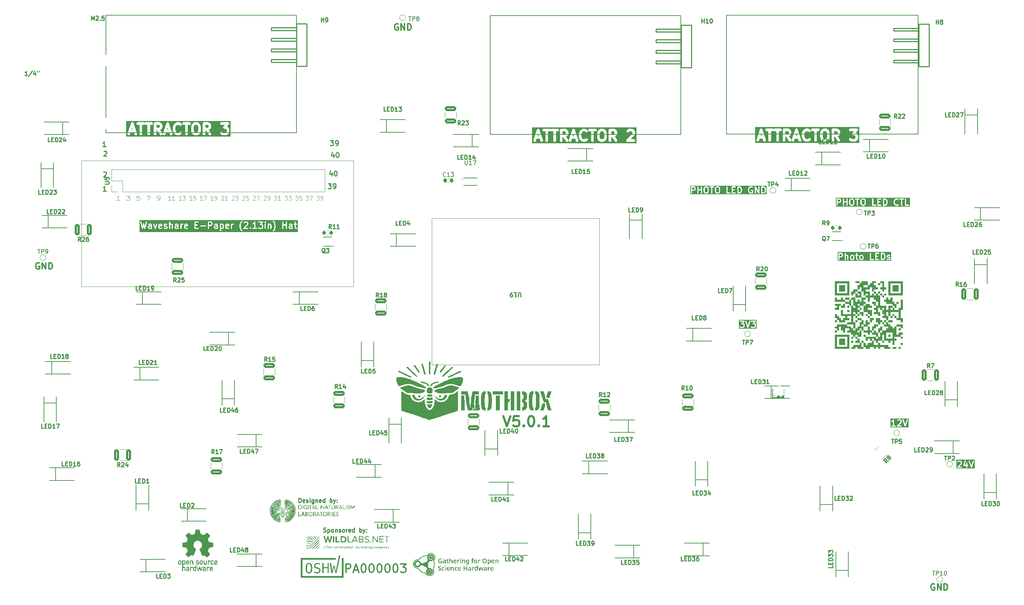
<source format=gbr>
%TF.GenerationSoftware,KiCad,Pcbnew,9.0.2*%
%TF.CreationDate,2025-09-02T22:44:24-05:00*%
%TF.ProjectId,MothBox,4d6f7468-426f-4782-9e6b-696361645f70,5.0.1*%
%TF.SameCoordinates,Original*%
%TF.FileFunction,Legend,Top*%
%TF.FilePolarity,Positive*%
%FSLAX46Y46*%
G04 Gerber Fmt 4.6, Leading zero omitted, Abs format (unit mm)*
G04 Created by KiCad (PCBNEW 9.0.2) date 2025-09-02 22:44:24*
%MOMM*%
%LPD*%
G01*
G04 APERTURE LIST*
G04 Aperture macros list*
%AMRoundRect*
0 Rectangle with rounded corners*
0 $1 Rounding radius*
0 $2 $3 $4 $5 $6 $7 $8 $9 X,Y pos of 4 corners*
0 Add a 4 corners polygon primitive as box body*
4,1,4,$2,$3,$4,$5,$6,$7,$8,$9,$2,$3,0*
0 Add four circle primitives for the rounded corners*
1,1,$1+$1,$2,$3*
1,1,$1+$1,$4,$5*
1,1,$1+$1,$6,$7*
1,1,$1+$1,$8,$9*
0 Add four rect primitives between the rounded corners*
20,1,$1+$1,$2,$3,$4,$5,0*
20,1,$1+$1,$4,$5,$6,$7,0*
20,1,$1+$1,$6,$7,$8,$9,0*
20,1,$1+$1,$8,$9,$2,$3,0*%
G04 Aperture macros list end*
%ADD10C,0.500000*%
%ADD11C,0.200000*%
%ADD12C,0.000000*%
%ADD13C,0.185208*%
%ADD14C,0.350000*%
%ADD15C,0.270000*%
%ADD16C,0.300000*%
%ADD17C,0.250000*%
%ADD18C,0.625000*%
%ADD19C,0.230000*%
%ADD20C,0.240000*%
%ADD21C,0.150000*%
%ADD22C,0.100000*%
%ADD23C,0.050000*%
%ADD24C,0.120000*%
%ADD25R,0.510000X0.280000*%
%ADD26R,1.500000X1.200000*%
%ADD27RoundRect,0.225000X-0.225000X-0.250000X0.225000X-0.250000X0.225000X0.250000X-0.225000X0.250000X0*%
%ADD28R,2.630000X1.520000*%
%ADD29R,0.800000X2.400000*%
%ADD30C,1.800000*%
%ADD31R,1.800000X1.780000*%
%ADD32C,2.700000*%
%ADD33RoundRect,0.250000X-1.075000X0.312500X-1.075000X-0.312500X1.075000X-0.312500X1.075000X0.312500X0*%
%ADD34R,1.700000X1.700000*%
%ADD35C,1.700000*%
%ADD36R,2.400000X0.800000*%
%ADD37R,1.520000X2.630000*%
%ADD38C,1.000000*%
%ADD39RoundRect,0.250000X-0.539169X0.981111X-0.981111X0.539169X0.539169X-0.981111X0.981111X-0.539169X0*%
%ADD40R,0.450000X0.400000*%
%ADD41R,0.910000X0.400000*%
%ADD42R,0.910000X0.810000*%
%ADD43C,12.800000*%
%ADD44RoundRect,0.250000X-0.312500X-1.075000X0.312500X-1.075000X0.312500X1.075000X-0.312500X1.075000X0*%
%ADD45RoundRect,0.250000X0.312500X1.075000X-0.312500X1.075000X-0.312500X-1.075000X0.312500X-1.075000X0*%
%ADD46RoundRect,0.250000X1.075000X-0.312500X1.075000X0.312500X-1.075000X0.312500X-1.075000X-0.312500X0*%
%ADD47RoundRect,0.200000X0.200000X0.275000X-0.200000X0.275000X-0.200000X-0.275000X0.200000X-0.275000X0*%
%ADD48C,4.204000*%
G04 APERTURE END LIST*
D10*
X41592483Y-61283718D02*
X42425816Y-63783718D01*
X42425816Y-63783718D02*
X43259149Y-61283718D01*
X45282959Y-61283718D02*
X44092483Y-61283718D01*
X44092483Y-61283718D02*
X43973435Y-62474194D01*
X43973435Y-62474194D02*
X44092483Y-62355147D01*
X44092483Y-62355147D02*
X44330578Y-62236099D01*
X44330578Y-62236099D02*
X44925816Y-62236099D01*
X44925816Y-62236099D02*
X45163911Y-62355147D01*
X45163911Y-62355147D02*
X45282959Y-62474194D01*
X45282959Y-62474194D02*
X45402006Y-62712290D01*
X45402006Y-62712290D02*
X45402006Y-63307528D01*
X45402006Y-63307528D02*
X45282959Y-63545623D01*
X45282959Y-63545623D02*
X45163911Y-63664671D01*
X45163911Y-63664671D02*
X44925816Y-63783718D01*
X44925816Y-63783718D02*
X44330578Y-63783718D01*
X44330578Y-63783718D02*
X44092483Y-63664671D01*
X44092483Y-63664671D02*
X43973435Y-63545623D01*
X46473435Y-63545623D02*
X46592482Y-63664671D01*
X46592482Y-63664671D02*
X46473435Y-63783718D01*
X46473435Y-63783718D02*
X46354387Y-63664671D01*
X46354387Y-63664671D02*
X46473435Y-63545623D01*
X46473435Y-63545623D02*
X46473435Y-63783718D01*
X48140101Y-61283718D02*
X48378196Y-61283718D01*
X48378196Y-61283718D02*
X48616292Y-61402766D01*
X48616292Y-61402766D02*
X48735339Y-61521813D01*
X48735339Y-61521813D02*
X48854387Y-61759909D01*
X48854387Y-61759909D02*
X48973434Y-62236099D01*
X48973434Y-62236099D02*
X48973434Y-62831337D01*
X48973434Y-62831337D02*
X48854387Y-63307528D01*
X48854387Y-63307528D02*
X48735339Y-63545623D01*
X48735339Y-63545623D02*
X48616292Y-63664671D01*
X48616292Y-63664671D02*
X48378196Y-63783718D01*
X48378196Y-63783718D02*
X48140101Y-63783718D01*
X48140101Y-63783718D02*
X47902006Y-63664671D01*
X47902006Y-63664671D02*
X47782958Y-63545623D01*
X47782958Y-63545623D02*
X47663911Y-63307528D01*
X47663911Y-63307528D02*
X47544863Y-62831337D01*
X47544863Y-62831337D02*
X47544863Y-62236099D01*
X47544863Y-62236099D02*
X47663911Y-61759909D01*
X47663911Y-61759909D02*
X47782958Y-61521813D01*
X47782958Y-61521813D02*
X47902006Y-61402766D01*
X47902006Y-61402766D02*
X48140101Y-61283718D01*
X50044863Y-63545623D02*
X50163910Y-63664671D01*
X50163910Y-63664671D02*
X50044863Y-63783718D01*
X50044863Y-63783718D02*
X49925815Y-63664671D01*
X49925815Y-63664671D02*
X50044863Y-63545623D01*
X50044863Y-63545623D02*
X50044863Y-63783718D01*
X52544862Y-63783718D02*
X51116291Y-63783718D01*
X51830577Y-63783718D02*
X51830577Y-61283718D01*
X51830577Y-61283718D02*
X51592481Y-61640861D01*
X51592481Y-61640861D02*
X51354386Y-61878956D01*
X51354386Y-61878956D02*
X51116291Y-61998004D01*
D11*
X-53397558Y34615534D02*
X-7871576Y34615534D01*
X-7871576Y6480798D01*
X-53397558Y6480798D01*
X-53397558Y34615534D01*
X38460767Y34514369D02*
X83986749Y34514369D01*
X83986749Y6029633D01*
X38460767Y6029633D01*
X38460767Y34514369D01*
X94950000Y34571055D02*
X140690984Y34571055D01*
X140690984Y6134329D01*
X94950000Y6134329D01*
X94950000Y34571055D01*
D12*
G36*
X125747573Y-36419305D02*
G01*
X125255448Y-36419305D01*
X125255448Y-35927179D01*
X125747573Y-35927179D01*
X125747573Y-36419305D01*
G37*
G36*
X10486346Y-90058560D02*
G01*
X10494015Y-90059291D01*
X10501403Y-90060436D01*
X10508541Y-90062008D01*
X10515460Y-90064017D01*
X10522194Y-90066476D01*
X10528774Y-90069397D01*
X10535231Y-90072790D01*
X10541599Y-90076668D01*
X10547908Y-90081041D01*
X10554191Y-90085923D01*
X10560480Y-90091324D01*
X10566807Y-90097256D01*
X10579701Y-90110759D01*
X10593131Y-90126525D01*
X10607351Y-90144648D01*
X10622618Y-90165220D01*
X11342285Y-91138887D01*
X11345793Y-91143818D01*
X11349385Y-91148690D01*
X11353087Y-91153508D01*
X11356920Y-91158276D01*
X11360908Y-91162997D01*
X11365074Y-91167676D01*
X11369442Y-91172316D01*
X11374035Y-91176921D01*
X11378875Y-91181495D01*
X11383987Y-91186042D01*
X11389394Y-91190565D01*
X11395118Y-91195070D01*
X11401184Y-91199559D01*
X11407614Y-91204036D01*
X11414431Y-91208505D01*
X11421660Y-91212970D01*
X11421660Y-90072616D01*
X11612160Y-90072616D01*
X11612160Y-91567512D01*
X11587101Y-91574353D01*
X11564359Y-91579951D01*
X11543711Y-91584238D01*
X11524930Y-91587149D01*
X11507793Y-91588619D01*
X11499770Y-91588792D01*
X11492074Y-91588581D01*
X11484677Y-91587976D01*
X11477549Y-91586969D01*
X11470664Y-91585552D01*
X11463993Y-91583718D01*
X11457508Y-91581457D01*
X11451181Y-91578761D01*
X11444984Y-91575623D01*
X11438889Y-91572034D01*
X11432867Y-91567985D01*
X11426891Y-91563469D01*
X11420932Y-91558477D01*
X11414962Y-91553001D01*
X11402879Y-91540565D01*
X11390416Y-91526093D01*
X11377348Y-91509521D01*
X11363450Y-91490783D01*
X10606743Y-90458908D01*
X10604232Y-90455465D01*
X10601663Y-90452076D01*
X10596366Y-90445431D01*
X10590883Y-90438909D01*
X10585246Y-90432450D01*
X10573629Y-90419468D01*
X10567711Y-90412823D01*
X10561763Y-90405991D01*
X10559809Y-90405556D01*
X10557918Y-90405237D01*
X10556089Y-90405026D01*
X10554321Y-90404916D01*
X10552616Y-90404900D01*
X10550972Y-90404968D01*
X10549391Y-90405114D01*
X10547871Y-90405330D01*
X10546414Y-90405608D01*
X10545019Y-90405940D01*
X10543685Y-90406318D01*
X10542414Y-90406736D01*
X10541205Y-90407184D01*
X10540058Y-90407655D01*
X10537950Y-90408637D01*
X10537950Y-90900762D01*
X10536958Y-91206025D01*
X10536834Y-91358037D01*
X10537950Y-91509304D01*
X10537819Y-91516019D01*
X10537433Y-91522285D01*
X10536799Y-91528117D01*
X10535924Y-91533530D01*
X10534817Y-91538540D01*
X10533485Y-91543162D01*
X10531936Y-91547413D01*
X10530178Y-91551306D01*
X10528218Y-91554859D01*
X10526064Y-91558086D01*
X10523725Y-91561004D01*
X10521207Y-91563626D01*
X10518518Y-91565970D01*
X10515667Y-91568050D01*
X10512661Y-91569882D01*
X10509507Y-91571481D01*
X10506214Y-91572863D01*
X10502789Y-91574044D01*
X10499240Y-91575039D01*
X10495575Y-91575863D01*
X10491801Y-91576532D01*
X10487927Y-91577062D01*
X10479907Y-91577765D01*
X10471577Y-91578096D01*
X10462998Y-91578178D01*
X10445346Y-91578096D01*
X10411487Y-91578964D01*
X10403323Y-91578822D01*
X10395442Y-91578235D01*
X10387925Y-91577051D01*
X10384329Y-91576188D01*
X10380854Y-91575119D01*
X10377511Y-91573825D01*
X10374310Y-91572288D01*
X10371261Y-91570488D01*
X10368375Y-91568406D01*
X10365661Y-91566024D01*
X10363129Y-91563323D01*
X10360790Y-91560284D01*
X10358655Y-91556888D01*
X10356732Y-91553115D01*
X10355033Y-91548948D01*
X10353567Y-91544367D01*
X10352345Y-91539354D01*
X10351377Y-91533889D01*
X10350673Y-91527953D01*
X10350243Y-91521529D01*
X10350097Y-91514596D01*
X10352411Y-90808158D01*
X10352742Y-90101720D01*
X10352802Y-90100232D01*
X10352974Y-90098744D01*
X10353248Y-90097256D01*
X10353610Y-90095767D01*
X10354050Y-90094279D01*
X10354556Y-90092791D01*
X10355116Y-90091303D01*
X10355718Y-90089814D01*
X10358323Y-90083861D01*
X10359579Y-90080885D01*
X10360154Y-90079396D01*
X10360679Y-90077908D01*
X10387108Y-90071505D01*
X10411002Y-90066250D01*
X10432617Y-90062234D01*
X10452208Y-90059552D01*
X10470033Y-90058297D01*
X10478362Y-90058233D01*
X10486346Y-90058560D01*
G37*
G36*
X125747573Y-34942930D02*
G01*
X125255448Y-34942930D01*
X125255448Y-34450805D01*
X125747573Y-34450805D01*
X125747573Y-34942930D01*
G37*
G36*
X129192447Y-44293304D02*
G01*
X128700323Y-44293304D01*
X128700323Y-43801179D01*
X129192447Y-43801179D01*
X129192447Y-44293304D01*
G37*
G36*
X29340011Y-49545708D02*
G01*
X29350422Y-49546670D01*
X29360769Y-49548297D01*
X29371020Y-49550568D01*
X29381140Y-49553464D01*
X29391095Y-49556966D01*
X29400851Y-49561053D01*
X29410374Y-49565707D01*
X29419629Y-49570907D01*
X29428583Y-49576633D01*
X29437201Y-49582867D01*
X29445449Y-49589589D01*
X29453293Y-49596779D01*
X29460699Y-49604417D01*
X29467633Y-49612483D01*
X29474060Y-49620959D01*
X29479946Y-49629825D01*
X29485258Y-49639060D01*
X29489960Y-49648645D01*
X29494020Y-49658562D01*
X29497402Y-49668789D01*
X29500073Y-49679307D01*
X29501998Y-49690098D01*
X29503143Y-49701140D01*
X29503658Y-49707224D01*
X29503725Y-49713535D01*
X29503362Y-49720020D01*
X29502586Y-49726627D01*
X29501414Y-49733304D01*
X29499865Y-49739999D01*
X29497955Y-49746658D01*
X29495703Y-49753230D01*
X29493124Y-49759663D01*
X29490238Y-49765904D01*
X29487061Y-49771901D01*
X29483610Y-49777601D01*
X29479904Y-49782952D01*
X29475959Y-49787903D01*
X29471794Y-49792399D01*
X29469634Y-49794461D01*
X29467425Y-49796390D01*
X29392662Y-49867487D01*
X29317295Y-49938025D01*
X29165304Y-50078172D01*
X29012570Y-50218318D01*
X28860207Y-50359953D01*
X28573961Y-50635285D01*
X28429908Y-50772393D01*
X28284738Y-50907640D01*
X28096594Y-51078979D01*
X27907707Y-51248457D01*
X27530676Y-51586296D01*
X27462773Y-51652339D01*
X27395242Y-51718754D01*
X27361268Y-51751752D01*
X27326968Y-51784424D01*
X27292202Y-51816631D01*
X27256833Y-51848234D01*
X27249955Y-51854661D01*
X27242740Y-51860582D01*
X27235223Y-51866050D01*
X27227439Y-51871116D01*
X27219422Y-51875834D01*
X27211207Y-51880255D01*
X27202830Y-51884432D01*
X27194325Y-51888418D01*
X27159722Y-51903487D01*
X27142561Y-51911230D01*
X27134137Y-51915338D01*
X27125864Y-51919672D01*
X27113788Y-51916892D01*
X27101439Y-51913060D01*
X27088916Y-51908239D01*
X27076317Y-51902494D01*
X27063741Y-51895889D01*
X27051287Y-51888487D01*
X27039055Y-51880353D01*
X27027142Y-51871550D01*
X27015647Y-51862143D01*
X27004670Y-51852195D01*
X26994309Y-51841770D01*
X26984663Y-51830933D01*
X26975832Y-51819747D01*
X26967912Y-51808275D01*
X26964326Y-51802453D01*
X26961005Y-51796583D01*
X26957961Y-51790674D01*
X26955208Y-51784734D01*
X26953114Y-51779188D01*
X26951294Y-51773711D01*
X26949743Y-51768302D01*
X26948456Y-51762960D01*
X26947428Y-51757686D01*
X26946653Y-51752477D01*
X26946127Y-51747334D01*
X26945844Y-51742256D01*
X26945800Y-51737242D01*
X26945989Y-51732291D01*
X26946406Y-51727402D01*
X26947046Y-51722575D01*
X26947904Y-51717809D01*
X26948975Y-51713104D01*
X26950254Y-51708458D01*
X26951735Y-51703871D01*
X26953415Y-51699342D01*
X26955286Y-51694870D01*
X26957346Y-51690456D01*
X26959588Y-51686097D01*
X26962007Y-51681793D01*
X26964598Y-51677544D01*
X26970277Y-51669206D01*
X26976584Y-51661078D01*
X26983478Y-51653153D01*
X26990918Y-51645426D01*
X26998865Y-51637890D01*
X27158917Y-51485404D01*
X27317853Y-51331801D01*
X27633863Y-51022734D01*
X28423645Y-50308359D01*
X28979269Y-49796390D01*
X29044877Y-49736487D01*
X29077914Y-49706675D01*
X29111230Y-49677328D01*
X29144918Y-49648725D01*
X29179071Y-49621145D01*
X29196351Y-49607826D01*
X29213782Y-49594868D01*
X29231376Y-49582305D01*
X29249144Y-49570172D01*
X29258579Y-49564273D01*
X29268260Y-49559216D01*
X29278151Y-49554980D01*
X29288219Y-49551545D01*
X29298429Y-49548892D01*
X29308748Y-49547002D01*
X29319140Y-49545854D01*
X29329573Y-49545429D01*
X29340011Y-49545708D01*
G37*
G36*
X24260546Y-94476150D02*
G01*
X24296957Y-94479556D01*
X24333008Y-94484790D01*
X24368636Y-94491824D01*
X24403777Y-94500624D01*
X24438370Y-94511161D01*
X24472352Y-94523403D01*
X24505661Y-94537320D01*
X24538234Y-94552879D01*
X24570009Y-94570051D01*
X24600922Y-94588805D01*
X24630912Y-94609108D01*
X24659917Y-94630931D01*
X24687872Y-94654243D01*
X24714718Y-94679011D01*
X24740389Y-94705206D01*
X24764825Y-94732796D01*
X24787962Y-94761750D01*
X24809739Y-94792038D01*
X24830092Y-94823628D01*
X24848959Y-94856489D01*
X24866278Y-94890590D01*
X24881986Y-94925901D01*
X24896021Y-94962389D01*
X24908320Y-95000025D01*
X24918441Y-95037276D01*
X24926505Y-95074575D01*
X24932545Y-95111860D01*
X24936597Y-95149070D01*
X24938696Y-95186145D01*
X24938876Y-95223023D01*
X24937173Y-95259644D01*
X24933621Y-95295945D01*
X24928255Y-95331867D01*
X24921110Y-95367348D01*
X24912221Y-95402327D01*
X24901623Y-95436743D01*
X24889350Y-95470535D01*
X24875438Y-95503642D01*
X24859922Y-95536003D01*
X24842835Y-95567556D01*
X24824215Y-95598242D01*
X24804094Y-95627998D01*
X24782508Y-95656765D01*
X24759492Y-95684480D01*
X24735080Y-95711082D01*
X24709309Y-95736511D01*
X24682212Y-95760706D01*
X24653824Y-95783605D01*
X24624180Y-95805148D01*
X24593316Y-95825273D01*
X24561265Y-95843920D01*
X24528064Y-95861027D01*
X24493746Y-95876533D01*
X24458347Y-95890378D01*
X24421902Y-95902500D01*
X24384445Y-95912838D01*
X24361129Y-95918447D01*
X24337817Y-95923354D01*
X24314513Y-95927540D01*
X24291221Y-95930986D01*
X24267944Y-95933673D01*
X24244686Y-95935581D01*
X24221452Y-95936690D01*
X24198244Y-95936981D01*
X24175068Y-95936435D01*
X24151927Y-95935033D01*
X24128824Y-95932755D01*
X24105764Y-95929581D01*
X24082751Y-95925493D01*
X24059788Y-95920470D01*
X24036879Y-95914495D01*
X24014028Y-95907546D01*
X24003914Y-95904475D01*
X23994381Y-95902198D01*
X23989820Y-95901353D01*
X23985390Y-95900704D01*
X23981087Y-95900246D01*
X23976904Y-95899981D01*
X23972837Y-95899905D01*
X23968882Y-95900018D01*
X23965034Y-95900317D01*
X23961287Y-95900802D01*
X23957637Y-95901472D01*
X23954080Y-95902324D01*
X23950609Y-95903357D01*
X23947221Y-95904570D01*
X23943910Y-95905961D01*
X23940672Y-95907529D01*
X23937502Y-95909272D01*
X23934395Y-95911189D01*
X23931346Y-95913279D01*
X23928350Y-95915540D01*
X23922499Y-95920569D01*
X23916803Y-95926264D01*
X23911223Y-95932614D01*
X23905721Y-95939608D01*
X23900257Y-95947234D01*
X23804552Y-96083659D01*
X23708104Y-96219093D01*
X23611159Y-96353534D01*
X23513966Y-96486984D01*
X23508731Y-96494804D01*
X23503961Y-96502419D01*
X23499687Y-96509872D01*
X23495941Y-96517204D01*
X23492752Y-96524459D01*
X23490153Y-96531679D01*
X23489084Y-96535289D01*
X23488174Y-96538906D01*
X23487426Y-96542536D01*
X23486846Y-96546184D01*
X23486435Y-96549855D01*
X23486200Y-96553555D01*
X23486142Y-96557289D01*
X23486267Y-96561062D01*
X23486578Y-96564879D01*
X23487078Y-96568747D01*
X23487773Y-96572669D01*
X23488665Y-96576653D01*
X23489758Y-96580702D01*
X23491057Y-96584822D01*
X23492566Y-96589019D01*
X23494287Y-96593298D01*
X23496226Y-96597664D01*
X23498385Y-96602122D01*
X23500770Y-96606678D01*
X23503382Y-96611338D01*
X23510661Y-96626749D01*
X23517578Y-96642230D01*
X23524085Y-96657788D01*
X23530130Y-96673432D01*
X23535664Y-96689169D01*
X23540636Y-96705006D01*
X23544996Y-96720952D01*
X23548693Y-96737015D01*
X23551676Y-96753201D01*
X23553896Y-96769519D01*
X23555303Y-96785977D01*
X23555845Y-96802582D01*
X23555472Y-96819342D01*
X23554134Y-96836264D01*
X23551781Y-96853358D01*
X23548362Y-96870629D01*
X23485968Y-96868521D01*
X23423760Y-96864676D01*
X23299653Y-96854754D01*
X23237631Y-96850165D01*
X23175547Y-96846817D01*
X23113339Y-96845453D01*
X23082169Y-96845747D01*
X23050945Y-96846817D01*
X23040951Y-96817351D01*
X23029902Y-96788443D01*
X23017924Y-96760031D01*
X23005139Y-96732054D01*
X22991672Y-96704448D01*
X22977647Y-96677153D01*
X22948419Y-96623244D01*
X22888723Y-96516418D01*
X22860238Y-96462509D01*
X22846772Y-96435214D01*
X22833987Y-96407609D01*
X22849518Y-96397158D01*
X22865339Y-96387630D01*
X22881432Y-96379017D01*
X22897776Y-96371311D01*
X22914353Y-96364504D01*
X22931144Y-96358588D01*
X22948128Y-96353556D01*
X22965286Y-96349400D01*
X22982600Y-96346112D01*
X23000049Y-96343685D01*
X23017615Y-96342110D01*
X23035277Y-96341380D01*
X23053017Y-96341487D01*
X23070815Y-96342424D01*
X23088652Y-96344182D01*
X23106508Y-96346754D01*
X23120530Y-96348830D01*
X23133850Y-96350087D01*
X23146511Y-96350516D01*
X23158556Y-96350103D01*
X23170028Y-96348837D01*
X23180968Y-96346708D01*
X23186253Y-96345315D01*
X23191420Y-96343702D01*
X23196477Y-96341867D01*
X23201427Y-96339809D01*
X23206276Y-96337526D01*
X23211030Y-96335016D01*
X23220273Y-96329313D01*
X23229199Y-96322688D01*
X23237849Y-96315128D01*
X23246266Y-96306623D01*
X23254494Y-96297160D01*
X23262574Y-96286729D01*
X23270549Y-96275317D01*
X23356415Y-96150797D01*
X23443521Y-96027270D01*
X23532115Y-95904735D01*
X23622445Y-95783192D01*
X23629857Y-95772486D01*
X23636222Y-95762160D01*
X23641549Y-95752159D01*
X23643825Y-95747264D01*
X23645844Y-95742430D01*
X23647608Y-95737650D01*
X23649117Y-95732917D01*
X23650372Y-95728226D01*
X23651374Y-95723568D01*
X23652124Y-95718937D01*
X23652623Y-95714327D01*
X23652872Y-95709730D01*
X23652872Y-95705140D01*
X23652624Y-95700550D01*
X23652129Y-95695953D01*
X23651388Y-95691343D01*
X23650402Y-95686712D01*
X23649172Y-95682054D01*
X23647698Y-95677362D01*
X23645982Y-95672630D01*
X23644025Y-95667850D01*
X23639391Y-95658121D01*
X23633803Y-95648120D01*
X23627270Y-95637794D01*
X23619799Y-95627088D01*
X23594353Y-95589688D01*
X23571572Y-95551473D01*
X23551422Y-95512542D01*
X23533872Y-95472994D01*
X23518886Y-95432928D01*
X23506434Y-95392445D01*
X23496481Y-95351643D01*
X23488996Y-95310621D01*
X23483944Y-95269479D01*
X23481293Y-95228317D01*
X23481143Y-95206400D01*
X23733570Y-95206400D01*
X23734426Y-95230812D01*
X23736476Y-95254915D01*
X23739690Y-95278677D01*
X23744040Y-95302069D01*
X23749494Y-95325059D01*
X23756022Y-95347618D01*
X23763595Y-95369715D01*
X23772183Y-95391319D01*
X23781755Y-95412400D01*
X23792281Y-95432927D01*
X23803732Y-95452870D01*
X23816077Y-95472198D01*
X23829286Y-95490881D01*
X23843330Y-95508888D01*
X23858177Y-95526188D01*
X23873799Y-95542752D01*
X23890165Y-95558548D01*
X23907246Y-95573546D01*
X23925010Y-95587716D01*
X23943428Y-95601027D01*
X23962470Y-95613449D01*
X23982107Y-95624950D01*
X24002307Y-95635501D01*
X24023041Y-95645071D01*
X24044279Y-95653630D01*
X24065990Y-95661146D01*
X24088146Y-95667589D01*
X24110715Y-95672930D01*
X24133668Y-95677137D01*
X24156975Y-95680180D01*
X24180605Y-95682028D01*
X24204528Y-95682650D01*
X24228948Y-95682050D01*
X24253073Y-95680269D01*
X24276873Y-95677335D01*
X24300316Y-95673276D01*
X24323371Y-95668120D01*
X24346008Y-95661896D01*
X24368195Y-95654631D01*
X24389902Y-95646353D01*
X24411097Y-95637091D01*
X24431750Y-95626872D01*
X24451829Y-95615725D01*
X24471303Y-95603678D01*
X24490141Y-95590759D01*
X24508313Y-95576997D01*
X24525788Y-95562418D01*
X24542534Y-95547051D01*
X24558520Y-95530925D01*
X24573715Y-95514068D01*
X24588089Y-95496506D01*
X24601610Y-95478270D01*
X24614248Y-95459386D01*
X24625970Y-95439884D01*
X24636748Y-95419790D01*
X24646548Y-95399133D01*
X24655341Y-95377941D01*
X24663095Y-95356243D01*
X24669779Y-95334066D01*
X24675363Y-95311438D01*
X24679815Y-95288388D01*
X24683104Y-95264943D01*
X24685200Y-95241133D01*
X24686070Y-95216984D01*
X24685688Y-95192324D01*
X24684065Y-95167974D01*
X24681231Y-95143965D01*
X24677218Y-95120328D01*
X24672056Y-95097094D01*
X24665775Y-95074295D01*
X24658406Y-95051960D01*
X24649979Y-95030122D01*
X24640526Y-95008810D01*
X24630076Y-94988057D01*
X24618659Y-94967893D01*
X24606308Y-94948349D01*
X24593051Y-94929456D01*
X24578920Y-94911245D01*
X24563945Y-94893748D01*
X24548156Y-94876994D01*
X24531585Y-94861016D01*
X24514261Y-94845844D01*
X24496215Y-94831509D01*
X24477478Y-94818042D01*
X24458080Y-94805474D01*
X24438052Y-94793836D01*
X24417424Y-94783160D01*
X24396227Y-94773476D01*
X24374492Y-94764815D01*
X24352247Y-94757208D01*
X24329526Y-94750687D01*
X24306357Y-94745281D01*
X24282771Y-94741023D01*
X24258800Y-94737943D01*
X24234472Y-94736073D01*
X24209820Y-94735442D01*
X24185874Y-94736072D01*
X24162178Y-94737941D01*
X24138766Y-94741014D01*
X24115671Y-94745261D01*
X24092927Y-94750646D01*
X24070567Y-94757138D01*
X24048625Y-94764704D01*
X24027134Y-94773311D01*
X24006127Y-94782925D01*
X23985638Y-94793513D01*
X23965701Y-94805044D01*
X23946348Y-94817484D01*
X23927613Y-94830799D01*
X23909530Y-94844957D01*
X23892132Y-94859926D01*
X23875453Y-94875671D01*
X23859525Y-94892161D01*
X23844383Y-94909362D01*
X23830060Y-94927241D01*
X23816588Y-94945765D01*
X23804003Y-94964902D01*
X23792336Y-94984618D01*
X23781622Y-95004881D01*
X23771893Y-95025657D01*
X23763184Y-95046914D01*
X23755528Y-95068618D01*
X23748958Y-95090737D01*
X23743507Y-95113238D01*
X23739210Y-95136088D01*
X23736099Y-95159253D01*
X23734208Y-95182702D01*
X23733570Y-95206400D01*
X23481143Y-95206400D01*
X23481011Y-95187233D01*
X23483063Y-95146326D01*
X23487418Y-95105697D01*
X23494042Y-95065444D01*
X23502902Y-95025667D01*
X23513966Y-94986465D01*
X23527200Y-94947938D01*
X23542571Y-94910184D01*
X23560047Y-94873303D01*
X23579595Y-94837394D01*
X23601181Y-94802557D01*
X23624773Y-94768891D01*
X23650338Y-94736496D01*
X23677842Y-94705470D01*
X23707254Y-94675912D01*
X23738539Y-94647923D01*
X23771665Y-94621602D01*
X23806599Y-94597047D01*
X23843309Y-94574359D01*
X23881760Y-94553636D01*
X23921921Y-94534978D01*
X23963758Y-94518484D01*
X24000807Y-94506138D01*
X24037995Y-94495870D01*
X24075260Y-94487648D01*
X24112539Y-94481442D01*
X24149770Y-94477220D01*
X24186889Y-94474951D01*
X24223835Y-94474605D01*
X24260546Y-94476150D01*
G37*
G36*
X-10272978Y-84168650D02*
G01*
X-10077187Y-84205692D01*
X-9884041Y-84242733D01*
X-9688250Y-84279775D01*
X-9473937Y-84319463D01*
X-9280791Y-84356504D01*
X-9084999Y-84393546D01*
X-8889208Y-84430588D01*
X-8696062Y-84467629D01*
X-8500270Y-84504671D01*
X-8373270Y-84528483D01*
X-8372278Y-84528514D01*
X-8371286Y-84528602D01*
X-8370294Y-84528745D01*
X-8369302Y-84528938D01*
X-8368310Y-84529178D01*
X-8367317Y-84529460D01*
X-8366325Y-84529781D01*
X-8365333Y-84530137D01*
X-8364341Y-84530524D01*
X-8363349Y-84530938D01*
X-8361364Y-84531832D01*
X-8359380Y-84532788D01*
X-8357395Y-84533775D01*
X-8361483Y-84552507D01*
X-8365787Y-84571023D01*
X-8374924Y-84607527D01*
X-8384556Y-84643535D01*
X-8394437Y-84679296D01*
X-8396307Y-84679291D01*
X-8397992Y-84679254D01*
X-8398784Y-84679215D01*
X-8399553Y-84679156D01*
X-8400306Y-84679074D01*
X-8401051Y-84678965D01*
X-8401797Y-84678825D01*
X-8402550Y-84678650D01*
X-8403319Y-84678436D01*
X-8404111Y-84678179D01*
X-8404934Y-84677876D01*
X-8405795Y-84677523D01*
X-8406704Y-84677115D01*
X-8407666Y-84676649D01*
X-9013562Y-84517900D01*
X-9685603Y-84340629D01*
X-10336478Y-84168650D01*
X-10349707Y-84166004D01*
X-10350173Y-84165042D01*
X-10350581Y-84164139D01*
X-10350934Y-84163289D01*
X-10351237Y-84162490D01*
X-10351494Y-84161738D01*
X-10351707Y-84161028D01*
X-10351882Y-84160357D01*
X-10352023Y-84159720D01*
X-10352132Y-84159115D01*
X-10352214Y-84158537D01*
X-10352273Y-84157982D01*
X-10352312Y-84157447D01*
X-10352348Y-84156418D01*
X-10352353Y-84155421D01*
X-10272978Y-84168650D01*
G37*
G36*
X128700323Y-30021680D02*
G01*
X128208198Y-30021680D01*
X128208198Y-29529555D01*
X128700323Y-29529555D01*
X128700323Y-30021680D01*
G37*
G36*
X130176698Y-32974430D02*
G01*
X129684572Y-32974430D01*
X129684572Y-32482305D01*
X130176698Y-32482305D01*
X130176698Y-32974430D01*
G37*
G36*
X130176698Y-30021680D02*
G01*
X129684572Y-30021680D01*
X129684572Y-29529555D01*
X130176698Y-29529555D01*
X130176698Y-30021680D01*
G37*
G36*
X127716072Y-40848429D02*
G01*
X127223948Y-40848429D01*
X127223948Y-40356305D01*
X127716072Y-40356305D01*
X127716072Y-40848429D01*
G37*
G36*
X25923737Y-53036038D02*
G01*
X25931110Y-53036691D01*
X25938561Y-53037848D01*
X25946065Y-53039487D01*
X25953595Y-53041588D01*
X25961125Y-53044131D01*
X25968629Y-53047095D01*
X25976081Y-53050461D01*
X25983454Y-53054207D01*
X25990722Y-53058314D01*
X25997860Y-53062761D01*
X26004841Y-53067528D01*
X26011638Y-53072594D01*
X26018227Y-53077939D01*
X26024580Y-53083543D01*
X26030671Y-53089385D01*
X26036474Y-53095445D01*
X26041964Y-53101703D01*
X26047113Y-53108138D01*
X26051896Y-53114730D01*
X26056287Y-53121459D01*
X26060259Y-53128304D01*
X26063787Y-53135245D01*
X26066843Y-53142262D01*
X26069403Y-53149333D01*
X26071439Y-53156440D01*
X26072926Y-53163561D01*
X26073837Y-53170676D01*
X26074146Y-53177766D01*
X26074741Y-53183649D01*
X26075042Y-53189393D01*
X26075058Y-53194997D01*
X26074797Y-53200462D01*
X26074270Y-53205787D01*
X26073483Y-53210973D01*
X26072447Y-53216019D01*
X26071170Y-53220926D01*
X26069659Y-53225693D01*
X26067926Y-53230320D01*
X26065977Y-53234809D01*
X26063821Y-53239157D01*
X26061468Y-53243366D01*
X26058926Y-53247436D01*
X26056204Y-53251366D01*
X26053310Y-53255156D01*
X26050254Y-53258807D01*
X26047043Y-53262318D01*
X26043687Y-53265690D01*
X26040195Y-53268923D01*
X26036575Y-53272016D01*
X26032835Y-53274969D01*
X26025033Y-53280457D01*
X26016859Y-53285387D01*
X26008383Y-53289758D01*
X25999674Y-53293572D01*
X25990803Y-53296828D01*
X25945976Y-53311013D01*
X25900823Y-53323989D01*
X25855392Y-53336035D01*
X25809728Y-53347429D01*
X25717888Y-53369381D01*
X25625677Y-53392077D01*
X25476849Y-53434246D01*
X25402435Y-53456260D01*
X25328020Y-53479390D01*
X25138017Y-53536441D01*
X25090865Y-53551285D01*
X25043945Y-53567013D01*
X24997305Y-53583950D01*
X24950990Y-53602422D01*
X24914976Y-53619025D01*
X24878684Y-53636280D01*
X24842577Y-53654465D01*
X24824739Y-53663993D01*
X24807122Y-53673859D01*
X24789784Y-53684097D01*
X24772783Y-53694741D01*
X24756178Y-53705828D01*
X24740025Y-53717391D01*
X24724385Y-53729466D01*
X24709314Y-53742087D01*
X24694871Y-53755290D01*
X24681114Y-53769109D01*
X24663572Y-53787984D01*
X24646628Y-53807370D01*
X24630231Y-53827222D01*
X24614328Y-53847492D01*
X24598867Y-53868134D01*
X24583795Y-53889102D01*
X24554610Y-53931828D01*
X24442989Y-54106453D01*
X24435061Y-54119201D01*
X24427564Y-54130676D01*
X24420369Y-54140907D01*
X24413348Y-54149923D01*
X24406374Y-54157753D01*
X24402864Y-54161232D01*
X24399318Y-54164426D01*
X24395720Y-54167338D01*
X24392053Y-54169971D01*
X24388302Y-54172330D01*
X24384451Y-54174417D01*
X24380483Y-54176238D01*
X24376383Y-54177794D01*
X24372135Y-54179091D01*
X24367723Y-54180130D01*
X24363131Y-54180917D01*
X24358342Y-54181455D01*
X24353341Y-54181747D01*
X24348112Y-54181797D01*
X24342639Y-54181609D01*
X24336905Y-54181185D01*
X24324594Y-54179650D01*
X24311050Y-54177219D01*
X24296146Y-54173921D01*
X24228677Y-54165984D01*
X24217412Y-54163514D01*
X24212247Y-54162096D01*
X24207384Y-54160550D01*
X24202815Y-54158874D01*
X24198531Y-54157063D01*
X24194525Y-54155114D01*
X24190788Y-54153024D01*
X24187313Y-54150788D01*
X24184092Y-54148403D01*
X24181116Y-54145865D01*
X24178378Y-54143171D01*
X24175870Y-54140318D01*
X24173583Y-54137301D01*
X24171510Y-54134116D01*
X24169642Y-54130761D01*
X24167972Y-54127232D01*
X24166492Y-54123524D01*
X24165194Y-54119635D01*
X24164069Y-54115561D01*
X24162308Y-54106841D01*
X24161147Y-54097337D01*
X24160520Y-54087019D01*
X24160364Y-54075858D01*
X24160615Y-54063825D01*
X24161209Y-54050891D01*
X24164172Y-54027682D01*
X24167839Y-54004929D01*
X24172195Y-53982623D01*
X24177224Y-53960757D01*
X24182910Y-53939321D01*
X24189237Y-53918306D01*
X24196188Y-53897704D01*
X24203749Y-53877506D01*
X24211903Y-53857704D01*
X24220634Y-53838288D01*
X24239763Y-53800581D01*
X24261007Y-53764315D01*
X24284240Y-53729422D01*
X24309334Y-53695831D01*
X24336160Y-53663473D01*
X24364590Y-53632277D01*
X24394497Y-53602174D01*
X24425753Y-53573094D01*
X24458230Y-53544968D01*
X24491799Y-53517726D01*
X24526334Y-53491297D01*
X24546698Y-53476646D01*
X24567580Y-53462454D01*
X24588938Y-53448715D01*
X24610732Y-53435425D01*
X24632922Y-53422576D01*
X24655466Y-53410163D01*
X24701455Y-53386621D01*
X24748375Y-53364754D01*
X24795899Y-53344515D01*
X24843702Y-53325857D01*
X24891459Y-53308734D01*
X24957292Y-53287286D01*
X25023730Y-53267372D01*
X25090633Y-53248668D01*
X25157861Y-53230848D01*
X25427241Y-53161890D01*
X25545621Y-53129830D01*
X25662885Y-53098886D01*
X25895552Y-53038859D01*
X25902350Y-53037298D01*
X25909330Y-53036320D01*
X25916468Y-53035907D01*
X25923737Y-53036038D01*
G37*
G36*
X131653072Y-39372054D02*
G01*
X131160947Y-39372054D01*
X131160947Y-38879930D01*
X131653072Y-38879930D01*
X131653072Y-39372054D01*
G37*
G36*
X129684572Y-32974430D02*
G01*
X129192447Y-32974430D01*
X129192447Y-32482305D01*
X129684572Y-32482305D01*
X129684572Y-32974430D01*
G37*
G36*
X27517226Y-95675834D02*
G01*
X27538775Y-95676863D01*
X27560386Y-95678821D01*
X27582059Y-95681741D01*
X27603794Y-95685653D01*
X27625591Y-95690588D01*
X27649187Y-95696923D01*
X27671356Y-95704060D01*
X27692099Y-95712057D01*
X27711415Y-95720974D01*
X27729306Y-95730866D01*
X27737716Y-95736197D01*
X27745770Y-95741794D01*
X27753467Y-95747664D01*
X27760808Y-95753815D01*
X27767792Y-95760253D01*
X27774419Y-95766986D01*
X27780690Y-95774022D01*
X27786605Y-95781367D01*
X27792162Y-95789029D01*
X27797364Y-95797015D01*
X27802208Y-95805333D01*
X27806696Y-95813989D01*
X27810828Y-95822991D01*
X27814603Y-95832347D01*
X27818021Y-95842062D01*
X27821083Y-95852146D01*
X27823788Y-95862604D01*
X27826137Y-95873445D01*
X27828129Y-95884675D01*
X27829764Y-95896302D01*
X27831966Y-95920775D01*
X27835232Y-95990228D01*
X27837257Y-96059682D01*
X27838291Y-96129135D01*
X27838580Y-96198588D01*
X27837257Y-96476400D01*
X27837159Y-96482226D01*
X27836844Y-96487779D01*
X27836281Y-96493039D01*
X27835438Y-96497980D01*
X27834286Y-96502581D01*
X27833584Y-96504746D01*
X27832793Y-96506817D01*
X27831908Y-96508791D01*
X27830927Y-96510666D01*
X27829845Y-96512437D01*
X27828659Y-96514103D01*
X27827364Y-96515661D01*
X27825956Y-96517107D01*
X27824432Y-96518439D01*
X27822788Y-96519653D01*
X27821020Y-96520748D01*
X27819124Y-96521719D01*
X27817097Y-96522565D01*
X27814933Y-96523281D01*
X27812631Y-96523866D01*
X27810184Y-96524316D01*
X27807591Y-96524628D01*
X27804846Y-96524800D01*
X27801946Y-96524829D01*
X27798888Y-96524711D01*
X27795666Y-96524444D01*
X27792278Y-96524025D01*
X27788783Y-96523619D01*
X27785247Y-96523379D01*
X27778072Y-96523317D01*
X27770797Y-96523682D01*
X27763464Y-96524315D01*
X27748793Y-96525746D01*
X27741540Y-96526227D01*
X27734401Y-96526340D01*
X27727416Y-96525926D01*
X27723995Y-96525472D01*
X27720629Y-96524826D01*
X27717323Y-96523969D01*
X27714082Y-96522881D01*
X27710912Y-96521542D01*
X27707818Y-96519933D01*
X27704806Y-96518032D01*
X27701880Y-96515821D01*
X27699046Y-96513280D01*
X27696310Y-96510388D01*
X27693676Y-96507126D01*
X27691151Y-96503474D01*
X27688738Y-96499413D01*
X27686445Y-96494921D01*
X27684519Y-96490889D01*
X27682698Y-96486725D01*
X27680963Y-96482422D01*
X27679293Y-96477971D01*
X27676073Y-96468597D01*
X27672885Y-96458541D01*
X27665981Y-96436134D01*
X27661956Y-96423659D01*
X27657341Y-96410254D01*
X27648598Y-96420914D01*
X27639731Y-96431069D01*
X27630742Y-96440727D01*
X27621633Y-96449895D01*
X27612403Y-96458581D01*
X27603054Y-96466792D01*
X27593586Y-96474534D01*
X27584002Y-96481816D01*
X27574301Y-96488644D01*
X27564485Y-96495026D01*
X27554555Y-96500970D01*
X27544511Y-96506481D01*
X27534355Y-96511568D01*
X27524087Y-96516238D01*
X27513709Y-96520498D01*
X27503222Y-96524356D01*
X27481922Y-96530892D01*
X27460196Y-96535906D01*
X27438051Y-96539454D01*
X27415496Y-96541595D01*
X27392537Y-96542388D01*
X27369183Y-96541890D01*
X27345442Y-96540159D01*
X27321320Y-96537254D01*
X27300081Y-96533223D01*
X27280020Y-96528072D01*
X27261138Y-96521796D01*
X27252138Y-96518236D01*
X27243434Y-96514393D01*
X27235023Y-96510267D01*
X27226907Y-96505858D01*
X27219086Y-96501165D01*
X27211560Y-96496187D01*
X27204327Y-96490925D01*
X27197390Y-96485377D01*
X27190747Y-96479544D01*
X27184398Y-96473424D01*
X27178345Y-96467017D01*
X27172585Y-96460323D01*
X27167120Y-96453342D01*
X27161950Y-96446072D01*
X27157075Y-96438513D01*
X27152493Y-96430665D01*
X27148207Y-96422527D01*
X27144215Y-96414099D01*
X27140517Y-96405381D01*
X27137115Y-96396371D01*
X27134006Y-96387070D01*
X27131192Y-96377476D01*
X27126449Y-96357411D01*
X27122883Y-96336171D01*
X27120125Y-96311456D01*
X27118805Y-96287900D01*
X27118849Y-96280437D01*
X27320223Y-96280437D01*
X27320325Y-96286424D01*
X27320639Y-96292499D01*
X27321162Y-96298662D01*
X27321892Y-96304910D01*
X27322828Y-96311240D01*
X27323967Y-96317650D01*
X27325322Y-96323915D01*
X27326899Y-96329819D01*
X27328688Y-96335374D01*
X27330680Y-96340589D01*
X27332863Y-96345478D01*
X27335228Y-96350049D01*
X27337764Y-96354316D01*
X27340462Y-96358289D01*
X27343311Y-96361978D01*
X27346300Y-96365396D01*
X27349421Y-96368553D01*
X27352662Y-96371461D01*
X27356014Y-96374130D01*
X27359466Y-96376572D01*
X27363008Y-96378798D01*
X27366630Y-96380819D01*
X27370322Y-96382647D01*
X27374074Y-96384291D01*
X27377874Y-96385765D01*
X27381715Y-96387077D01*
X27389472Y-96389267D01*
X27397264Y-96390948D01*
X27405010Y-96392211D01*
X27412627Y-96393144D01*
X27427154Y-96394379D01*
X27440609Y-96394117D01*
X27453688Y-96393339D01*
X27466383Y-96392053D01*
X27478691Y-96390271D01*
X27490605Y-96388003D01*
X27502120Y-96385258D01*
X27513231Y-96382047D01*
X27523933Y-96378380D01*
X27534221Y-96374268D01*
X27544088Y-96369720D01*
X27553530Y-96364747D01*
X27562541Y-96359358D01*
X27571116Y-96353565D01*
X27579250Y-96347376D01*
X27586937Y-96340803D01*
X27594172Y-96333856D01*
X27600950Y-96326544D01*
X27607265Y-96318878D01*
X27613112Y-96310868D01*
X27618486Y-96302524D01*
X27623381Y-96293857D01*
X27627792Y-96284876D01*
X27631714Y-96275592D01*
X27635141Y-96266015D01*
X27638068Y-96256155D01*
X27640490Y-96246022D01*
X27642402Y-96235627D01*
X27643797Y-96224979D01*
X27644671Y-96214089D01*
X27645019Y-96202967D01*
X27644834Y-96191623D01*
X27644112Y-96180067D01*
X27642458Y-96162993D01*
X27641890Y-96159083D01*
X27641135Y-96155371D01*
X27640133Y-96151883D01*
X27639519Y-96150232D01*
X27638820Y-96148648D01*
X27638029Y-96147133D01*
X27637136Y-96145691D01*
X27636135Y-96144326D01*
X27635017Y-96143041D01*
X27633776Y-96141839D01*
X27632402Y-96140724D01*
X27630890Y-96139699D01*
X27629230Y-96138767D01*
X27627414Y-96137932D01*
X27625437Y-96137198D01*
X27623288Y-96136567D01*
X27620961Y-96136044D01*
X27618449Y-96135631D01*
X27615742Y-96135331D01*
X27612834Y-96135149D01*
X27609717Y-96135088D01*
X27582824Y-96135145D01*
X27555808Y-96135542D01*
X27528791Y-96136622D01*
X27515322Y-96137525D01*
X27501899Y-96138726D01*
X27488538Y-96140268D01*
X27475255Y-96142193D01*
X27462064Y-96144545D01*
X27448982Y-96147366D01*
X27436024Y-96150699D01*
X27423206Y-96154585D01*
X27410543Y-96159069D01*
X27398050Y-96164192D01*
X27391980Y-96166998D01*
X27386172Y-96169956D01*
X27380624Y-96173064D01*
X27375333Y-96176320D01*
X27370298Y-96179722D01*
X27365517Y-96183266D01*
X27360988Y-96186951D01*
X27356709Y-96190774D01*
X27352678Y-96194733D01*
X27348893Y-96198825D01*
X27345352Y-96203047D01*
X27342053Y-96207398D01*
X27338995Y-96211876D01*
X27336175Y-96216476D01*
X27333592Y-96221198D01*
X27331243Y-96226038D01*
X27329126Y-96230995D01*
X27327240Y-96236065D01*
X27325583Y-96241247D01*
X27324153Y-96246538D01*
X27322947Y-96251936D01*
X27321964Y-96257437D01*
X27321202Y-96263041D01*
X27320660Y-96268744D01*
X27320334Y-96274543D01*
X27320223Y-96280437D01*
X27118849Y-96280437D01*
X27118935Y-96265484D01*
X27120526Y-96244187D01*
X27123590Y-96223991D01*
X27128138Y-96204877D01*
X27130972Y-96195719D01*
X27134182Y-96186824D01*
X27137769Y-96178190D01*
X27141734Y-96169814D01*
X27146079Y-96161694D01*
X27150805Y-96153828D01*
X27155914Y-96146212D01*
X27161407Y-96138845D01*
X27167286Y-96131724D01*
X27173552Y-96124846D01*
X27180206Y-96118210D01*
X27187251Y-96111813D01*
X27202515Y-96099725D01*
X27219357Y-96088564D01*
X27237788Y-96078309D01*
X27257820Y-96068942D01*
X27274748Y-96061895D01*
X27291792Y-96055599D01*
X27308945Y-96050001D01*
X27326198Y-96045047D01*
X27343545Y-96040682D01*
X27360977Y-96036851D01*
X27378486Y-96033501D01*
X27396065Y-96030578D01*
X27431401Y-96025792D01*
X27466924Y-96022061D01*
X27538279Y-96016025D01*
X27541579Y-96015889D01*
X27545019Y-96015959D01*
X27552263Y-96016609D01*
X27559894Y-96017764D01*
X27567796Y-96019209D01*
X27583950Y-96022118D01*
X27591969Y-96023156D01*
X27599794Y-96023632D01*
X27603598Y-96023593D01*
X27607309Y-96023333D01*
X27610914Y-96022826D01*
X27614398Y-96022046D01*
X27617746Y-96020965D01*
X27620944Y-96019557D01*
X27623977Y-96017795D01*
X27626831Y-96015653D01*
X27629492Y-96013105D01*
X27631943Y-96010122D01*
X27634172Y-96006679D01*
X27636164Y-96002750D01*
X27637904Y-95998307D01*
X27639377Y-95993323D01*
X27640569Y-95987773D01*
X27641466Y-95981629D01*
X27642577Y-95969327D01*
X27642918Y-95957254D01*
X27642460Y-95945452D01*
X27641177Y-95933963D01*
X27639040Y-95922831D01*
X27636024Y-95912099D01*
X27634178Y-95906896D01*
X27632102Y-95901808D01*
X27629792Y-95896842D01*
X27627245Y-95892002D01*
X27624457Y-95887294D01*
X27621427Y-95882723D01*
X27618149Y-95878294D01*
X27614620Y-95874013D01*
X27610838Y-95869886D01*
X27606798Y-95865916D01*
X27602498Y-95862111D01*
X27597934Y-95858474D01*
X27593102Y-95855012D01*
X27588000Y-95851730D01*
X27582623Y-95848633D01*
X27576969Y-95845726D01*
X27571033Y-95843015D01*
X27564814Y-95840504D01*
X27558306Y-95838201D01*
X27551508Y-95836109D01*
X27537620Y-95832975D01*
X27523747Y-95830512D01*
X27509906Y-95828708D01*
X27496111Y-95827551D01*
X27482378Y-95827030D01*
X27468722Y-95827133D01*
X27455160Y-95827848D01*
X27441706Y-95829163D01*
X27428376Y-95831068D01*
X27415185Y-95833551D01*
X27402150Y-95836599D01*
X27389285Y-95840201D01*
X27376606Y-95844347D01*
X27364129Y-95849023D01*
X27351869Y-95854218D01*
X27339841Y-95859921D01*
X27332824Y-95863389D01*
X27326150Y-95866359D01*
X27319807Y-95868847D01*
X27313781Y-95870866D01*
X27308059Y-95872433D01*
X27302628Y-95873560D01*
X27297476Y-95874263D01*
X27292588Y-95874556D01*
X27287953Y-95874454D01*
X27283556Y-95873971D01*
X27279385Y-95873121D01*
X27275427Y-95871920D01*
X27271668Y-95870382D01*
X27268096Y-95868521D01*
X27264697Y-95866353D01*
X27261458Y-95863890D01*
X27258367Y-95861148D01*
X27255410Y-95858142D01*
X27252575Y-95854886D01*
X27249847Y-95851395D01*
X27244663Y-95843763D01*
X27239754Y-95835365D01*
X27235016Y-95826315D01*
X27230344Y-95816730D01*
X27220779Y-95796421D01*
X27217845Y-95789473D01*
X27215475Y-95783001D01*
X27213645Y-95776988D01*
X27212330Y-95771415D01*
X27211505Y-95766262D01*
X27211146Y-95761510D01*
X27211227Y-95757142D01*
X27211725Y-95753137D01*
X27212614Y-95749477D01*
X27213870Y-95746143D01*
X27215468Y-95743117D01*
X27217384Y-95740378D01*
X27219592Y-95737909D01*
X27222068Y-95735690D01*
X27224787Y-95733703D01*
X27227724Y-95731929D01*
X27230856Y-95730348D01*
X27234156Y-95728943D01*
X27237601Y-95727693D01*
X27241165Y-95726581D01*
X27248554Y-95724691D01*
X27256126Y-95723123D01*
X27271024Y-95720348D01*
X27277956Y-95718839D01*
X27284279Y-95717046D01*
X27305146Y-95709889D01*
X27326075Y-95703321D01*
X27347066Y-95697373D01*
X27368119Y-95692076D01*
X27389234Y-95687461D01*
X27410411Y-95683560D01*
X27431650Y-95680402D01*
X27452951Y-95678020D01*
X27474314Y-95676444D01*
X27495739Y-95675705D01*
X27517226Y-95675834D01*
G37*
G36*
X-11897047Y-84719231D02*
G01*
X-11896619Y-84719479D01*
X-11896234Y-84719727D01*
X-11895892Y-84719975D01*
X-11895590Y-84720223D01*
X-11895328Y-84720471D01*
X-11895104Y-84720719D01*
X-11894915Y-84720967D01*
X-11894762Y-84721215D01*
X-11894642Y-84721463D01*
X-11894554Y-84721711D01*
X-11894497Y-84721959D01*
X-11894468Y-84722207D01*
X-11894468Y-84722455D01*
X-11894493Y-84722703D01*
X-11894543Y-84722951D01*
X-11894617Y-84723200D01*
X-11894712Y-84723448D01*
X-11894827Y-84723696D01*
X-11894962Y-84723944D01*
X-11895114Y-84724192D01*
X-11895282Y-84724440D01*
X-11895659Y-84724936D01*
X-11896084Y-84725432D01*
X-11896543Y-84725928D01*
X-11897520Y-84726920D01*
X-11899618Y-84733860D01*
X-11901902Y-84740769D01*
X-11904310Y-84747617D01*
X-11906780Y-84754371D01*
X-11911658Y-84767476D01*
X-11913942Y-84773765D01*
X-11916040Y-84779837D01*
X-11916567Y-84781296D01*
X-11917152Y-84782700D01*
X-11917790Y-84784058D01*
X-11918480Y-84785377D01*
X-11919215Y-84786665D01*
X-11919994Y-84787930D01*
X-11920811Y-84789179D01*
X-11921663Y-84790420D01*
X-11923456Y-84792911D01*
X-11925342Y-84795464D01*
X-11927290Y-84798141D01*
X-11928278Y-84799545D01*
X-11929270Y-84801004D01*
X-12044363Y-84955454D01*
X-12101910Y-85032059D01*
X-12159457Y-85107920D01*
X-12794457Y-85954587D01*
X-12897645Y-86092170D01*
X-12910874Y-86108046D01*
X-12926511Y-86096140D01*
X-12941714Y-86084233D01*
X-12956545Y-86072327D01*
X-12971067Y-86060421D01*
X-12999427Y-86036608D01*
X-13027291Y-86012796D01*
X-13027291Y-86010150D01*
X-13027291Y-86007504D01*
X-11902811Y-84721629D01*
X-11902804Y-84721388D01*
X-11902781Y-84721163D01*
X-11902744Y-84720952D01*
X-11902693Y-84720755D01*
X-11902628Y-84720572D01*
X-11902550Y-84720402D01*
X-11902459Y-84720244D01*
X-11902357Y-84720099D01*
X-11902242Y-84719965D01*
X-11902117Y-84719842D01*
X-11901981Y-84719730D01*
X-11901835Y-84719629D01*
X-11901679Y-84719536D01*
X-11901514Y-84719454D01*
X-11901340Y-84719379D01*
X-11901158Y-84719313D01*
X-11900968Y-84719255D01*
X-11900771Y-84719204D01*
X-11900567Y-84719160D01*
X-11900357Y-84719122D01*
X-11900141Y-84719090D01*
X-11899919Y-84719063D01*
X-11899463Y-84719024D01*
X-11898991Y-84719000D01*
X-11898507Y-84718988D01*
X-11897520Y-84718983D01*
X-11897047Y-84719231D01*
G37*
G36*
X128208198Y-34450805D02*
G01*
X127716072Y-34450805D01*
X127716072Y-33958680D01*
X128208198Y-33958680D01*
X128208198Y-34450805D01*
G37*
G36*
X134605822Y-33466555D02*
G01*
X134113697Y-33466555D01*
X134113697Y-32974430D01*
X134605822Y-32974430D01*
X134605822Y-33466555D01*
G37*
G36*
X-11876353Y-84242733D02*
G01*
X-11876348Y-84241860D01*
X-11876336Y-84241507D01*
X-11876312Y-84241204D01*
X-11876294Y-84241070D01*
X-11876272Y-84240947D01*
X-11876246Y-84240836D01*
X-11876214Y-84240734D01*
X-11876176Y-84240642D01*
X-11876132Y-84240559D01*
X-11876081Y-84240484D01*
X-11876022Y-84240419D01*
X-11875956Y-84240360D01*
X-11875882Y-84240309D01*
X-11875799Y-84240265D01*
X-11875707Y-84240227D01*
X-11875605Y-84240195D01*
X-11875493Y-84240169D01*
X-11875371Y-84240147D01*
X-11875237Y-84240129D01*
X-11874934Y-84240105D01*
X-11874581Y-84240093D01*
X-11873707Y-84240088D01*
X-11876353Y-84242733D01*
G37*
G36*
X133129447Y-31005930D02*
G01*
X132637322Y-31005930D01*
X132637322Y-30513805D01*
X133129447Y-30513805D01*
X133129447Y-31005930D01*
G37*
G36*
X121318448Y-41340554D02*
G01*
X120826323Y-41340554D01*
X120826323Y-40848429D01*
X121318448Y-40848429D01*
X121318448Y-41340554D01*
G37*
G36*
X123779073Y-34450805D02*
G01*
X123286948Y-34450805D01*
X123286948Y-33958680D01*
X123779073Y-33958680D01*
X123779073Y-34450805D01*
G37*
G36*
X4532917Y-92440293D02*
G01*
X4533771Y-92440427D01*
X4534553Y-92440637D01*
X4535793Y-92441171D01*
X4537031Y-92441779D01*
X4538265Y-92442457D01*
X4539494Y-92443200D01*
X4540714Y-92444006D01*
X4541925Y-92444869D01*
X4544310Y-92446756D01*
X4546633Y-92448828D01*
X4548878Y-92451055D01*
X4551030Y-92453406D01*
X4553074Y-92455851D01*
X4554994Y-92458357D01*
X4556774Y-92460894D01*
X4558399Y-92463432D01*
X4559854Y-92465938D01*
X4561123Y-92468382D01*
X4562190Y-92470734D01*
X4563040Y-92472961D01*
X4563658Y-92475033D01*
X4563901Y-92492567D01*
X4564338Y-92501002D01*
X4565105Y-92509140D01*
X4566290Y-92516920D01*
X4567983Y-92524286D01*
X4569048Y-92527795D01*
X4570273Y-92531179D01*
X4571670Y-92534430D01*
X4573249Y-92537541D01*
X4575022Y-92540505D01*
X4577000Y-92543314D01*
X4579194Y-92545961D01*
X4581615Y-92548439D01*
X4584275Y-92550741D01*
X4587184Y-92552860D01*
X4590354Y-92554787D01*
X4593795Y-92556517D01*
X4597520Y-92558040D01*
X4601538Y-92559352D01*
X4605862Y-92560443D01*
X4610502Y-92561307D01*
X4615470Y-92561937D01*
X4620776Y-92562324D01*
X4626432Y-92562463D01*
X4632449Y-92562346D01*
X4633208Y-92562392D01*
X4633995Y-92562525D01*
X4634806Y-92562743D01*
X4635638Y-92563038D01*
X4636487Y-92563408D01*
X4637350Y-92563846D01*
X4638224Y-92564348D01*
X4639105Y-92564909D01*
X4640876Y-92566189D01*
X4642635Y-92567648D01*
X4644355Y-92569246D01*
X4646009Y-92570945D01*
X4647571Y-92572706D01*
X4649012Y-92574490D01*
X4650306Y-92576259D01*
X4651425Y-92577973D01*
X4652343Y-92579594D01*
X4653032Y-92581084D01*
X4653283Y-92581767D01*
X4653466Y-92582403D01*
X4653578Y-92582986D01*
X4653616Y-92583512D01*
X4653059Y-92585555D01*
X4652381Y-92587698D01*
X4651587Y-92589919D01*
X4650681Y-92592194D01*
X4649666Y-92594500D01*
X4648546Y-92596814D01*
X4647326Y-92599112D01*
X4646009Y-92601372D01*
X4644599Y-92603569D01*
X4643100Y-92605682D01*
X4641515Y-92607685D01*
X4639849Y-92609557D01*
X4638106Y-92611274D01*
X4636289Y-92612813D01*
X4635354Y-92613508D01*
X4634402Y-92614150D01*
X4633434Y-92614736D01*
X4632449Y-92615263D01*
X4628945Y-92616691D01*
X4625375Y-92618007D01*
X4621735Y-92619222D01*
X4618021Y-92620348D01*
X4614230Y-92621396D01*
X4610357Y-92622378D01*
X4602353Y-92624192D01*
X4593976Y-92625882D01*
X4585196Y-92627541D01*
X4566304Y-92631138D01*
X4565983Y-92663761D01*
X4565229Y-92696167D01*
X4563658Y-92760453D01*
X4563462Y-92792394D01*
X4564071Y-92824242D01*
X4565797Y-92856028D01*
X4567176Y-92871908D01*
X4568950Y-92887783D01*
X4569560Y-92890737D01*
X4570393Y-92893647D01*
X4571436Y-92896515D01*
X4572681Y-92899343D01*
X4574115Y-92902135D01*
X4575728Y-92904893D01*
X4577510Y-92907618D01*
X4579450Y-92910314D01*
X4581538Y-92912983D01*
X4583761Y-92915627D01*
X4588576Y-92920851D01*
X4593810Y-92926005D01*
X4599377Y-92931109D01*
X4605192Y-92936181D01*
X4611169Y-92941243D01*
X4623272Y-92951407D01*
X4629226Y-92956550D01*
X4635002Y-92961758D01*
X4640515Y-92967052D01*
X4645679Y-92972450D01*
X4646190Y-92973427D01*
X4646731Y-92974373D01*
X4647300Y-92975291D01*
X4647895Y-92976181D01*
X4648516Y-92977043D01*
X4649161Y-92977880D01*
X4650516Y-92979478D01*
X4651948Y-92980983D01*
X4653446Y-92982403D01*
X4654998Y-92983745D01*
X4656593Y-92985017D01*
X4658219Y-92986228D01*
X4659864Y-92987384D01*
X4663166Y-92989565D01*
X4669491Y-92993616D01*
X4663014Y-92995220D01*
X4656490Y-92997017D01*
X4643364Y-93000975D01*
X4630239Y-93005057D01*
X4617237Y-93008830D01*
X4610821Y-93010464D01*
X4604483Y-93011858D01*
X4598238Y-93012958D01*
X4592101Y-93013708D01*
X4586089Y-93014056D01*
X4580216Y-93013946D01*
X4574498Y-93013324D01*
X4571702Y-93012805D01*
X4568950Y-93012137D01*
X4563440Y-93009880D01*
X4557855Y-93007104D01*
X4552248Y-93003847D01*
X4546667Y-93000148D01*
X4541164Y-92996046D01*
X4535789Y-92991580D01*
X4530593Y-92986789D01*
X4525625Y-92981710D01*
X4520936Y-92976383D01*
X4516576Y-92970848D01*
X4512596Y-92965141D01*
X4509047Y-92959303D01*
X4505978Y-92953372D01*
X4504639Y-92950384D01*
X4503440Y-92947387D01*
X4502386Y-92944386D01*
X4501483Y-92941386D01*
X4500739Y-92938391D01*
X4500159Y-92935408D01*
X4498384Y-92923997D01*
X4497001Y-92912582D01*
X4495967Y-92901160D01*
X4495239Y-92889726D01*
X4494531Y-92866807D01*
X4494536Y-92843796D01*
X4495322Y-92797370D01*
X4495420Y-92773893D01*
X4494867Y-92750200D01*
X4495086Y-92738682D01*
X4495626Y-92727018D01*
X4496975Y-92703650D01*
X4497434Y-92692148D01*
X4497518Y-92680902D01*
X4497051Y-92670012D01*
X4495859Y-92659580D01*
X4494937Y-92654567D01*
X4493768Y-92649706D01*
X4492331Y-92645010D01*
X4490603Y-92640491D01*
X4488564Y-92636162D01*
X4486191Y-92632035D01*
X4483462Y-92628124D01*
X4480356Y-92624440D01*
X4476850Y-92620997D01*
X4472924Y-92617806D01*
X4468555Y-92614881D01*
X4463721Y-92612234D01*
X4458401Y-92609878D01*
X4452573Y-92607825D01*
X4446214Y-92606088D01*
X4439304Y-92604679D01*
X4454766Y-92566314D01*
X4469731Y-92529934D01*
X4484696Y-92494546D01*
X4500158Y-92459158D01*
X4500699Y-92458166D01*
X4501329Y-92457177D01*
X4502041Y-92456192D01*
X4502829Y-92455215D01*
X4503690Y-92454247D01*
X4504617Y-92453292D01*
X4506648Y-92451427D01*
X4508881Y-92449640D01*
X4511273Y-92447949D01*
X4513782Y-92446375D01*
X4516364Y-92444937D01*
X4518977Y-92443653D01*
X4521578Y-92442544D01*
X4524125Y-92441629D01*
X4526575Y-92440927D01*
X4528885Y-92440457D01*
X4529975Y-92440315D01*
X4531014Y-92440239D01*
X4531996Y-92440231D01*
X4532917Y-92440293D01*
G37*
G36*
X132145198Y-44785429D02*
G01*
X131653072Y-44785429D01*
X131653072Y-44293304D01*
X132145198Y-44293304D01*
X132145198Y-44785429D01*
G37*
G36*
X-4338275Y-91795785D02*
G01*
X-4345718Y-91806051D01*
X-4353270Y-91815869D01*
X-4360936Y-91825245D01*
X-4368722Y-91834186D01*
X-4376632Y-91842696D01*
X-4384674Y-91850782D01*
X-4392850Y-91858449D01*
X-4401168Y-91865703D01*
X-4409632Y-91872551D01*
X-4418248Y-91878997D01*
X-4427020Y-91885048D01*
X-4435955Y-91890710D01*
X-4445058Y-91895987D01*
X-4454333Y-91900887D01*
X-4463787Y-91905415D01*
X-4473425Y-91909577D01*
X-4483251Y-91913378D01*
X-4493272Y-91916824D01*
X-4503492Y-91919922D01*
X-4513917Y-91922677D01*
X-4524552Y-91925094D01*
X-4535403Y-91927180D01*
X-4546475Y-91928941D01*
X-4557773Y-91930381D01*
X-4581070Y-91932327D01*
X-4605335Y-91933063D01*
X-4630612Y-91932637D01*
X-4725996Y-91929485D01*
X-4821691Y-91927759D01*
X-5014258Y-91927345D01*
X-5405841Y-91929991D01*
X-5405841Y-91773887D01*
X-4323695Y-91773887D01*
X-4338275Y-91795785D01*
G37*
G36*
X37381115Y-56063044D02*
G01*
X37367254Y-56067042D01*
X37353939Y-56071587D01*
X37341159Y-56076666D01*
X37328902Y-56082268D01*
X37317157Y-56088382D01*
X37305912Y-56094996D01*
X37295155Y-56102099D01*
X37284875Y-56109678D01*
X37275060Y-56117722D01*
X37265698Y-56126219D01*
X37256778Y-56135159D01*
X37248288Y-56144528D01*
X37240217Y-56154317D01*
X37232553Y-56164512D01*
X37225284Y-56175102D01*
X37218398Y-56186076D01*
X37211888Y-56197517D01*
X37205756Y-56209517D01*
X37200007Y-56222074D01*
X37194648Y-56235190D01*
X37189684Y-56248863D01*
X37185121Y-56263095D01*
X37180965Y-56277885D01*
X37177222Y-56293232D01*
X37173898Y-56309138D01*
X37170998Y-56325603D01*
X37168528Y-56342625D01*
X37166494Y-56360205D01*
X37164902Y-56378344D01*
X37163758Y-56397040D01*
X37163067Y-56416295D01*
X37162835Y-56436107D01*
X37151423Y-56747654D01*
X37146649Y-56903800D01*
X37142991Y-57059201D01*
X37137533Y-57368763D01*
X37135735Y-57523545D01*
X37135053Y-57678326D01*
X37135736Y-57833108D01*
X37137534Y-57987889D01*
X37142991Y-58297451D01*
X37146649Y-58452295D01*
X37151423Y-58607511D01*
X37162835Y-58920545D01*
X37163067Y-58940359D01*
X37163758Y-58959620D01*
X37164902Y-58978335D01*
X37166494Y-58996509D01*
X37168528Y-59014149D01*
X37170998Y-59031259D01*
X37173898Y-59047846D01*
X37177222Y-59063916D01*
X37180965Y-59079474D01*
X37185121Y-59094527D01*
X37189684Y-59109079D01*
X37194648Y-59123138D01*
X37200007Y-59136708D01*
X37205756Y-59149795D01*
X37211888Y-59162406D01*
X37218398Y-59174546D01*
X37225327Y-59186175D01*
X37232715Y-59197258D01*
X37240556Y-59207805D01*
X37248845Y-59217830D01*
X37257576Y-59227343D01*
X37266743Y-59236356D01*
X37276340Y-59244880D01*
X37286362Y-59252928D01*
X37296802Y-59260511D01*
X37307655Y-59267641D01*
X37318915Y-59274328D01*
X37330576Y-59280585D01*
X37342633Y-59286424D01*
X37355078Y-59291856D01*
X37367908Y-59296893D01*
X37381115Y-59301546D01*
X37381115Y-60019890D01*
X37310933Y-60014540D01*
X37243263Y-60007418D01*
X37178104Y-59998516D01*
X37115457Y-59987830D01*
X37055321Y-59975353D01*
X36997696Y-59961079D01*
X36942584Y-59945004D01*
X36889982Y-59927120D01*
X36839892Y-59907423D01*
X36792314Y-59885906D01*
X36747247Y-59862563D01*
X36704691Y-59837389D01*
X36664647Y-59810378D01*
X36627114Y-59781524D01*
X36592093Y-59750822D01*
X36559583Y-59718265D01*
X36529214Y-59682916D01*
X36500625Y-59645316D01*
X36473826Y-59605450D01*
X36448830Y-59563298D01*
X36425647Y-59518845D01*
X36404290Y-59472071D01*
X36384770Y-59422961D01*
X36367099Y-59371496D01*
X36351288Y-59317659D01*
X36337349Y-59261433D01*
X36325293Y-59202800D01*
X36315133Y-59141743D01*
X36306880Y-59078244D01*
X36300545Y-59012286D01*
X36296140Y-58943851D01*
X36293677Y-58872922D01*
X36288219Y-58554429D01*
X36286421Y-58401880D01*
X36285739Y-58253797D01*
X36283445Y-58108007D01*
X36282267Y-57962589D01*
X36281771Y-57674358D01*
X36285739Y-57090952D01*
X36286422Y-56942930D01*
X36288221Y-56790816D01*
X36293677Y-56475796D01*
X36296096Y-56405566D01*
X36300382Y-56337743D01*
X36306540Y-56272315D01*
X36314575Y-56209270D01*
X36324494Y-56148597D01*
X36336302Y-56090285D01*
X36350006Y-56034321D01*
X36365610Y-55980695D01*
X36383122Y-55929394D01*
X36402546Y-55880406D01*
X36423888Y-55833721D01*
X36447155Y-55789327D01*
X36472353Y-55747211D01*
X36499486Y-55707363D01*
X36528560Y-55669770D01*
X36559583Y-55634421D01*
X36592746Y-55601865D01*
X36628253Y-55571169D01*
X36666120Y-55542334D01*
X36706365Y-55515359D01*
X36749005Y-55490244D01*
X36794058Y-55466990D01*
X36841540Y-55445596D01*
X36891471Y-55426062D01*
X36943866Y-55408389D01*
X36998743Y-55392576D01*
X37056121Y-55378623D01*
X37116015Y-55366531D01*
X37178445Y-55356299D01*
X37243426Y-55347927D01*
X37310977Y-55341416D01*
X37381115Y-55336765D01*
X37381115Y-56063044D01*
G37*
G36*
X126239698Y-38879930D02*
G01*
X125747573Y-38879930D01*
X125747573Y-38387805D01*
X126239698Y-38387805D01*
X126239698Y-38879930D01*
G37*
G36*
X-2835122Y-96459316D02*
G01*
X-2799612Y-96460840D01*
X-2763645Y-96463379D01*
X-2727222Y-96466930D01*
X-2690342Y-96471494D01*
X-2653006Y-96477069D01*
X-2615214Y-96483653D01*
X-2576965Y-96491245D01*
X-2538235Y-96499449D01*
X-2498999Y-96508660D01*
X-2459257Y-96518881D01*
X-2419009Y-96530113D01*
X-2378254Y-96542356D01*
X-2336994Y-96555614D01*
X-2295228Y-96569885D01*
X-2252956Y-96585172D01*
X-2252956Y-96917277D01*
X-2290247Y-96894120D01*
X-2327588Y-96872430D01*
X-2364979Y-96852210D01*
X-2402419Y-96833457D01*
X-2439909Y-96816173D01*
X-2477449Y-96800358D01*
X-2515038Y-96786011D01*
X-2552676Y-96773132D01*
X-2589975Y-96761729D01*
X-2627378Y-96751849D01*
X-2664885Y-96743491D01*
X-2702497Y-96736653D01*
X-2740212Y-96731336D01*
X-2778032Y-96727539D01*
X-2815956Y-96725261D01*
X-2853984Y-96724502D01*
X-2882557Y-96724926D01*
X-2910372Y-96726199D01*
X-2937429Y-96728319D01*
X-2963728Y-96731288D01*
X-2989268Y-96735104D01*
X-3014050Y-96739769D01*
X-3038074Y-96745281D01*
X-3061338Y-96751642D01*
X-3083843Y-96758850D01*
X-3105589Y-96766905D01*
X-3126576Y-96775808D01*
X-3146803Y-96785559D01*
X-3166271Y-96796157D01*
X-3184979Y-96807602D01*
X-3202926Y-96819895D01*
X-3220114Y-96833034D01*
X-3236397Y-96846697D01*
X-3251629Y-96860954D01*
X-3265810Y-96875807D01*
X-3278941Y-96891255D01*
X-3291022Y-96907298D01*
X-3302052Y-96923936D01*
X-3312031Y-96941169D01*
X-3320960Y-96958996D01*
X-3328839Y-96977418D01*
X-3335667Y-96996435D01*
X-3341444Y-97016046D01*
X-3346172Y-97036252D01*
X-3349848Y-97057052D01*
X-3352474Y-97078446D01*
X-3354050Y-97100435D01*
X-3354575Y-97123018D01*
X-3354234Y-97142772D01*
X-3353209Y-97161931D01*
X-3351500Y-97180495D01*
X-3349108Y-97198463D01*
X-3346033Y-97215837D01*
X-3342275Y-97232615D01*
X-3337833Y-97248797D01*
X-3332708Y-97264384D01*
X-3326899Y-97279376D01*
X-3320407Y-97293773D01*
X-3313231Y-97307574D01*
X-3305373Y-97320780D01*
X-3296831Y-97333391D01*
X-3287605Y-97345407D01*
X-3277696Y-97356827D01*
X-3267104Y-97367652D01*
X-3255367Y-97378071D01*
X-3242441Y-97388277D01*
X-3228325Y-97398267D01*
X-3213020Y-97408043D01*
X-3196525Y-97417605D01*
X-3178842Y-97426952D01*
X-3159968Y-97436084D01*
X-3139906Y-97445002D01*
X-3118654Y-97453706D01*
X-3096212Y-97462195D01*
X-3072581Y-97470469D01*
X-3047761Y-97478528D01*
X-3021752Y-97486374D01*
X-2994553Y-97494004D01*
X-2966164Y-97501420D01*
X-2936586Y-97508621D01*
X-2764872Y-97547462D01*
X-2723068Y-97557739D01*
X-2682708Y-97568725D01*
X-2643792Y-97580420D01*
X-2606318Y-97592824D01*
X-2570288Y-97605938D01*
X-2535701Y-97619760D01*
X-2502556Y-97634292D01*
X-2470854Y-97649532D01*
X-2440594Y-97665481D01*
X-2411776Y-97682139D01*
X-2384401Y-97699506D01*
X-2358467Y-97717581D01*
X-2333975Y-97736364D01*
X-2310925Y-97755856D01*
X-2289316Y-97776056D01*
X-2269149Y-97796965D01*
X-2250319Y-97818708D01*
X-2232703Y-97841413D01*
X-2216302Y-97865079D01*
X-2201115Y-97889706D01*
X-2187143Y-97915296D01*
X-2174385Y-97941847D01*
X-2162842Y-97969361D01*
X-2152514Y-97997836D01*
X-2143400Y-98027274D01*
X-2135502Y-98057675D01*
X-2128818Y-98089039D01*
X-2123349Y-98121365D01*
X-2119096Y-98154655D01*
X-2116057Y-98188907D01*
X-2114234Y-98224123D01*
X-2113627Y-98260303D01*
X-2114462Y-98302794D01*
X-2116968Y-98344006D01*
X-2121144Y-98383940D01*
X-2126991Y-98422596D01*
X-2134509Y-98459973D01*
X-2143697Y-98496072D01*
X-2154556Y-98530892D01*
X-2167086Y-98564435D01*
X-2181286Y-98596699D01*
X-2197156Y-98627686D01*
X-2214698Y-98657394D01*
X-2233909Y-98685825D01*
X-2254792Y-98712978D01*
X-2277345Y-98738853D01*
X-2301569Y-98763450D01*
X-2327463Y-98786770D01*
X-2354952Y-98808743D01*
X-2383960Y-98829298D01*
X-2414488Y-98848436D01*
X-2446534Y-98866156D01*
X-2480100Y-98882458D01*
X-2515184Y-98897343D01*
X-2551788Y-98910810D01*
X-2589910Y-98922859D01*
X-2629550Y-98933491D01*
X-2670709Y-98942705D01*
X-2713387Y-98950502D01*
X-2757583Y-98956881D01*
X-2803298Y-98961843D01*
X-2850531Y-98965387D01*
X-2899282Y-98967513D01*
X-2949551Y-98968222D01*
X-2992101Y-98967639D01*
X-3034701Y-98965891D01*
X-3077352Y-98962978D01*
X-3120055Y-98958902D01*
X-3162810Y-98953662D01*
X-3205617Y-98947259D01*
X-3248478Y-98939695D01*
X-3291393Y-98930968D01*
X-3334342Y-98921476D01*
X-3377345Y-98910818D01*
X-3420401Y-98898995D01*
X-3463511Y-98886009D01*
X-3506672Y-98871859D01*
X-3549884Y-98856547D01*
X-3593148Y-98840072D01*
X-3636462Y-98822436D01*
X-3636462Y-98474139D01*
X-3590216Y-98502701D01*
X-3544626Y-98529294D01*
X-3499692Y-98553915D01*
X-3455414Y-98576566D01*
X-3411794Y-98597244D01*
X-3368832Y-98615950D01*
X-3326528Y-98632682D01*
X-3284884Y-98647441D01*
X-3243147Y-98660352D01*
X-3201361Y-98671541D01*
X-3159523Y-98681009D01*
X-3117634Y-98688756D01*
X-3075693Y-98694781D01*
X-3033699Y-98699084D01*
X-2991652Y-98701666D01*
X-2949551Y-98702527D01*
X-2919004Y-98702097D01*
X-2889318Y-98700806D01*
X-2860490Y-98698654D01*
X-2832523Y-98695641D01*
X-2805415Y-98691768D01*
X-2779168Y-98687034D01*
X-2753780Y-98681439D01*
X-2729252Y-98674984D01*
X-2705584Y-98667668D01*
X-2682777Y-98659491D01*
X-2660830Y-98650453D01*
X-2639743Y-98640555D01*
X-2619516Y-98629796D01*
X-2600150Y-98618176D01*
X-2581645Y-98605696D01*
X-2564000Y-98592354D01*
X-2547324Y-98578043D01*
X-2531724Y-98563048D01*
X-2517201Y-98547369D01*
X-2503753Y-98531007D01*
X-2491383Y-98513961D01*
X-2480088Y-98496231D01*
X-2469869Y-98477818D01*
X-2460726Y-98458720D01*
X-2452660Y-98438939D01*
X-2445669Y-98418473D01*
X-2439753Y-98397324D01*
X-2434914Y-98375490D01*
X-2431150Y-98352972D01*
X-2428461Y-98329769D01*
X-2426848Y-98305882D01*
X-2426311Y-98281310D01*
X-2426684Y-98258974D01*
X-2427804Y-98237307D01*
X-2429671Y-98216310D01*
X-2432284Y-98195982D01*
X-2435644Y-98176325D01*
X-2439750Y-98157337D01*
X-2444603Y-98139018D01*
X-2450203Y-98121370D01*
X-2456549Y-98104391D01*
X-2463642Y-98088082D01*
X-2471481Y-98072443D01*
X-2480068Y-98057473D01*
X-2489400Y-98043173D01*
X-2499480Y-98029543D01*
X-2510306Y-98016582D01*
X-2521879Y-98004292D01*
X-2534176Y-97992517D01*
X-2547574Y-97981084D01*
X-2562072Y-97969994D01*
X-2577671Y-97959246D01*
X-2594370Y-97948839D01*
X-2612170Y-97938775D01*
X-2631072Y-97929052D01*
X-2651074Y-97919671D01*
X-2672178Y-97910632D01*
X-2694384Y-97901935D01*
X-2717691Y-97893579D01*
X-2742099Y-97885564D01*
X-2767610Y-97877891D01*
X-2794223Y-97870559D01*
X-2821938Y-97863568D01*
X-2850756Y-97856919D01*
X-3025698Y-97816385D01*
X-3067095Y-97806566D01*
X-3107050Y-97796139D01*
X-3145562Y-97785105D01*
X-3182632Y-97773463D01*
X-3218259Y-97761213D01*
X-3252443Y-97748355D01*
X-3285184Y-97734890D01*
X-3316482Y-97720817D01*
X-3346337Y-97706136D01*
X-3374749Y-97690848D01*
X-3401718Y-97674952D01*
X-3427244Y-97658448D01*
X-3451326Y-97641337D01*
X-3473965Y-97623617D01*
X-3495161Y-97605290D01*
X-3514913Y-97586356D01*
X-3533358Y-97566706D01*
X-3550612Y-97546234D01*
X-3566676Y-97524940D01*
X-3581549Y-97502823D01*
X-3595232Y-97479883D01*
X-3607725Y-97456121D01*
X-3619027Y-97431536D01*
X-3629140Y-97406128D01*
X-3638063Y-97379898D01*
X-3645795Y-97352844D01*
X-3652338Y-97324967D01*
X-3657691Y-97296267D01*
X-3661854Y-97266745D01*
X-3664828Y-97236398D01*
X-3666612Y-97205229D01*
X-3667207Y-97173236D01*
X-3666359Y-97133241D01*
X-3663816Y-97094260D01*
X-3659577Y-97056292D01*
X-3653643Y-97019336D01*
X-3646013Y-96983394D01*
X-3636687Y-96948465D01*
X-3625665Y-96914549D01*
X-3612948Y-96881645D01*
X-3598534Y-96849754D01*
X-3582424Y-96818875D01*
X-3564618Y-96789009D01*
X-3545116Y-96760156D01*
X-3523917Y-96732314D01*
X-3501022Y-96705485D01*
X-3476431Y-96679669D01*
X-3450143Y-96654864D01*
X-3422251Y-96631123D01*
X-3393244Y-96608913D01*
X-3363122Y-96588235D01*
X-3331886Y-96569089D01*
X-3299535Y-96551475D01*
X-3266070Y-96535392D01*
X-3231492Y-96520841D01*
X-3195799Y-96507822D01*
X-3158993Y-96496334D01*
X-3121073Y-96486378D01*
X-3082039Y-96477954D01*
X-3041893Y-96471061D01*
X-3000633Y-96465700D01*
X-2958260Y-96461871D01*
X-2914775Y-96459573D01*
X-2870176Y-96458808D01*
X-2835122Y-96459316D01*
G37*
G36*
X134605822Y-37895679D02*
G01*
X134113697Y-37895679D01*
X134113697Y-37403554D01*
X134605822Y-37403554D01*
X134605822Y-37895679D01*
G37*
G36*
X131653072Y-38879930D02*
G01*
X131160947Y-38879930D01*
X131160947Y-38387805D01*
X131653072Y-38387805D01*
X131653072Y-38879930D01*
G37*
G36*
X35319178Y-97120000D02*
G01*
X35323755Y-97120225D01*
X35333166Y-97121188D01*
X35352457Y-97124050D01*
X35362019Y-97125315D01*
X35371313Y-97126045D01*
X35375811Y-97126110D01*
X35380181Y-97125922D01*
X35384406Y-97125442D01*
X35388464Y-97124629D01*
X35398106Y-97122902D01*
X35407182Y-97121725D01*
X35415684Y-97121153D01*
X35419717Y-97121110D01*
X35423605Y-97121239D01*
X35427345Y-97121547D01*
X35430936Y-97122039D01*
X35434379Y-97122723D01*
X35437671Y-97123606D01*
X35440812Y-97124694D01*
X35443801Y-97125995D01*
X35446637Y-97127514D01*
X35449319Y-97129260D01*
X35451845Y-97131237D01*
X35454216Y-97133454D01*
X35456430Y-97135918D01*
X35458486Y-97138634D01*
X35460383Y-97141609D01*
X35462120Y-97144852D01*
X35463696Y-97148367D01*
X35465111Y-97152163D01*
X35466362Y-97156245D01*
X35467450Y-97160621D01*
X35468374Y-97165297D01*
X35469131Y-97170280D01*
X35469722Y-97175578D01*
X35470145Y-97181196D01*
X35470400Y-97187141D01*
X35470485Y-97193421D01*
X35468211Y-97445850D01*
X35468170Y-97698775D01*
X35467839Y-98204130D01*
X35468092Y-98209847D01*
X35468743Y-98216010D01*
X35470609Y-98229224D01*
X35471505Y-98236049D01*
X35472164Y-98242871D01*
X35472429Y-98249577D01*
X35472139Y-98256054D01*
X35471736Y-98259172D01*
X35471135Y-98262190D01*
X35470317Y-98265095D01*
X35469260Y-98267872D01*
X35467946Y-98270509D01*
X35466354Y-98272989D01*
X35464465Y-98275300D01*
X35462258Y-98277427D01*
X35459714Y-98279357D01*
X35456813Y-98281075D01*
X35453535Y-98282567D01*
X35449861Y-98283820D01*
X35445769Y-98284818D01*
X35441241Y-98285549D01*
X35436257Y-98285998D01*
X35430797Y-98286150D01*
X35422133Y-98286486D01*
X35413077Y-98287349D01*
X35394210Y-98289788D01*
X35384608Y-98290930D01*
X35375033Y-98291731D01*
X35365590Y-98291974D01*
X35360950Y-98291819D01*
X35356383Y-98291442D01*
X35351901Y-98290817D01*
X35347517Y-98289918D01*
X35343245Y-98288715D01*
X35339097Y-98287184D01*
X35335087Y-98285296D01*
X35331228Y-98283024D01*
X35327532Y-98280341D01*
X35324013Y-98277221D01*
X35320684Y-98273635D01*
X35317558Y-98269557D01*
X35314648Y-98264960D01*
X35311968Y-98259816D01*
X35309529Y-98254099D01*
X35307346Y-98247781D01*
X35305431Y-98240835D01*
X35303798Y-98233234D01*
X35303211Y-98230285D01*
X35302454Y-98227379D01*
X35301542Y-98224496D01*
X35300491Y-98221617D01*
X35299315Y-98218722D01*
X35298031Y-98215793D01*
X35295199Y-98209752D01*
X35292119Y-98203339D01*
X35288915Y-98196399D01*
X35287305Y-98192683D01*
X35285711Y-98188776D01*
X35284148Y-98184661D01*
X35282631Y-98180317D01*
X35259868Y-98202574D01*
X35248453Y-98213205D01*
X35236949Y-98223436D01*
X35225306Y-98233218D01*
X35213473Y-98242499D01*
X35201399Y-98251231D01*
X35189035Y-98259361D01*
X35176329Y-98266841D01*
X35163233Y-98273619D01*
X35149694Y-98279645D01*
X35142743Y-98282360D01*
X35135663Y-98284869D01*
X35128447Y-98287164D01*
X35121090Y-98289240D01*
X35113584Y-98291090D01*
X35105923Y-98292708D01*
X35098102Y-98294088D01*
X35090113Y-98295223D01*
X35081952Y-98296107D01*
X35073610Y-98296734D01*
X35041057Y-98297604D01*
X35009887Y-98296253D01*
X34980121Y-98292693D01*
X34965770Y-98290088D01*
X34951777Y-98286936D01*
X34938145Y-98283236D01*
X34924875Y-98278992D01*
X34911971Y-98274205D01*
X34899434Y-98268875D01*
X34887267Y-98263004D01*
X34875474Y-98256594D01*
X34864055Y-98249647D01*
X34853013Y-98242163D01*
X34842351Y-98234145D01*
X34832072Y-98225593D01*
X34822177Y-98216509D01*
X34812669Y-98206894D01*
X34803551Y-98196751D01*
X34794825Y-98186079D01*
X34786493Y-98174882D01*
X34778558Y-98163160D01*
X34771022Y-98150915D01*
X34763887Y-98138148D01*
X34750833Y-98111055D01*
X34739415Y-98081892D01*
X34729651Y-98050671D01*
X34724997Y-98032315D01*
X34720944Y-98013955D01*
X34717472Y-97995587D01*
X34714562Y-97977208D01*
X34712195Y-97958813D01*
X34710351Y-97940399D01*
X34709010Y-97921961D01*
X34708154Y-97903497D01*
X34707763Y-97885001D01*
X34707787Y-97877039D01*
X34900310Y-97877039D01*
X34900744Y-97896989D01*
X34902046Y-97916897D01*
X34904217Y-97936750D01*
X34907255Y-97956538D01*
X34911162Y-97976248D01*
X34915937Y-97995868D01*
X34921580Y-98015389D01*
X34928091Y-98034796D01*
X34930920Y-98042339D01*
X34933948Y-98049589D01*
X34937173Y-98056550D01*
X34940592Y-98063223D01*
X34944203Y-98069612D01*
X34948003Y-98075718D01*
X34951991Y-98081544D01*
X34956162Y-98087093D01*
X34960517Y-98092366D01*
X34965050Y-98097367D01*
X34969761Y-98102097D01*
X34974647Y-98106559D01*
X34979706Y-98110756D01*
X34984934Y-98114690D01*
X34990330Y-98118363D01*
X34995892Y-98121778D01*
X35001616Y-98124937D01*
X35007500Y-98127843D01*
X35013543Y-98130498D01*
X35019741Y-98132904D01*
X35026092Y-98135064D01*
X35032593Y-98136981D01*
X35039243Y-98138656D01*
X35046039Y-98140092D01*
X35052978Y-98141292D01*
X35060058Y-98142258D01*
X35067277Y-98142993D01*
X35074632Y-98143498D01*
X35089740Y-98143830D01*
X35105363Y-98143276D01*
X35120401Y-98141938D01*
X35134757Y-98139896D01*
X35148430Y-98137125D01*
X35161422Y-98133602D01*
X35173731Y-98129304D01*
X35185358Y-98124207D01*
X35196303Y-98118289D01*
X35201520Y-98115014D01*
X35206566Y-98111526D01*
X35211442Y-98107820D01*
X35216147Y-98103894D01*
X35220681Y-98099746D01*
X35225045Y-98095372D01*
X35229239Y-98090769D01*
X35233262Y-98085934D01*
X35237114Y-98080865D01*
X35240796Y-98075559D01*
X35244308Y-98070012D01*
X35247649Y-98064222D01*
X35253819Y-98051901D01*
X35259307Y-98038573D01*
X35264113Y-98024213D01*
X35266937Y-98015283D01*
X35269466Y-98006348D01*
X35271716Y-97997406D01*
X35273703Y-97988453D01*
X35275442Y-97979484D01*
X35276948Y-97970495D01*
X35278238Y-97961483D01*
X35279325Y-97952444D01*
X35280958Y-97934270D01*
X35281971Y-97915940D01*
X35282488Y-97897425D01*
X35282632Y-97878692D01*
X35283247Y-97859959D01*
X35283266Y-97850676D01*
X35283087Y-97841444D01*
X35282707Y-97832257D01*
X35282121Y-97823114D01*
X35281326Y-97814009D01*
X35280318Y-97804939D01*
X35279093Y-97795901D01*
X35277646Y-97786889D01*
X35275975Y-97777900D01*
X35274075Y-97768931D01*
X35271943Y-97759978D01*
X35269574Y-97751036D01*
X35266965Y-97742102D01*
X35264111Y-97733171D01*
X35259334Y-97718228D01*
X35253921Y-97704160D01*
X35247856Y-97690976D01*
X35244575Y-97684718D01*
X35241126Y-97678684D01*
X35237505Y-97672874D01*
X35233713Y-97667290D01*
X35229745Y-97661933D01*
X35225602Y-97656804D01*
X35221280Y-97651903D01*
X35216778Y-97647232D01*
X35212094Y-97642791D01*
X35207226Y-97638583D01*
X35202172Y-97634606D01*
X35196930Y-97630863D01*
X35191497Y-97627355D01*
X35185873Y-97624082D01*
X35180056Y-97621046D01*
X35174042Y-97618247D01*
X35167831Y-97615686D01*
X35161420Y-97613364D01*
X35154808Y-97611283D01*
X35147992Y-97609444D01*
X35140971Y-97607846D01*
X35133743Y-97606492D01*
X35126305Y-97605381D01*
X35118656Y-97604516D01*
X35110793Y-97603897D01*
X35102716Y-97603525D01*
X35086686Y-97603059D01*
X35071338Y-97603639D01*
X35056673Y-97605258D01*
X35042689Y-97607908D01*
X35029387Y-97611581D01*
X35022993Y-97613798D01*
X35016768Y-97616269D01*
X35010714Y-97618991D01*
X35004831Y-97621965D01*
X34999118Y-97625188D01*
X34993576Y-97628661D01*
X34988204Y-97632381D01*
X34983003Y-97636349D01*
X34977972Y-97640563D01*
X34973112Y-97645022D01*
X34968422Y-97649725D01*
X34963903Y-97654671D01*
X34955377Y-97665289D01*
X34947532Y-97676869D01*
X34940370Y-97689401D01*
X34933890Y-97702880D01*
X34928091Y-97717296D01*
X34921580Y-97737169D01*
X34915937Y-97757092D01*
X34911162Y-97777054D01*
X34907255Y-97797043D01*
X34904217Y-97817048D01*
X34902046Y-97837057D01*
X34900744Y-97857057D01*
X34900310Y-97877039D01*
X34707787Y-97877039D01*
X34707818Y-97866470D01*
X34708299Y-97847901D01*
X34709188Y-97829289D01*
X34712107Y-97791922D01*
X34716422Y-97754338D01*
X34720704Y-97725015D01*
X34726558Y-97697081D01*
X34733910Y-97670543D01*
X34742690Y-97645409D01*
X34752824Y-97621688D01*
X34764240Y-97599388D01*
X34776866Y-97578517D01*
X34790631Y-97559084D01*
X34805461Y-97541096D01*
X34821285Y-97524562D01*
X34838030Y-97509490D01*
X34855625Y-97495888D01*
X34873996Y-97483766D01*
X34893073Y-97473129D01*
X34912782Y-97463988D01*
X34933051Y-97456351D01*
X34953810Y-97450225D01*
X34974984Y-97445618D01*
X34996502Y-97442540D01*
X35018292Y-97440998D01*
X35040281Y-97441000D01*
X35062398Y-97442555D01*
X35084570Y-97445671D01*
X35106725Y-97450356D01*
X35128791Y-97456619D01*
X35150696Y-97464467D01*
X35172367Y-97473909D01*
X35193732Y-97484954D01*
X35214720Y-97497608D01*
X35235257Y-97511882D01*
X35255273Y-97527782D01*
X35274693Y-97545317D01*
X35275686Y-97362093D01*
X35275810Y-97272217D01*
X35274693Y-97182838D01*
X35274667Y-97173855D01*
X35275070Y-97165732D01*
X35275883Y-97158428D01*
X35277086Y-97151904D01*
X35278660Y-97146121D01*
X35280583Y-97141038D01*
X35282837Y-97136616D01*
X35285401Y-97132815D01*
X35288257Y-97129595D01*
X35291382Y-97126917D01*
X35294759Y-97124741D01*
X35298367Y-97123027D01*
X35302186Y-97121736D01*
X35306197Y-97120827D01*
X35310379Y-97120262D01*
X35314713Y-97119999D01*
X35319178Y-97120000D01*
G37*
G36*
X-10948389Y-83248924D02*
G01*
X-10946591Y-83250009D01*
X-10944916Y-83251156D01*
X-10943366Y-83252365D01*
X-10942637Y-83252993D01*
X-10941940Y-83253636D01*
X-10941273Y-83254295D01*
X-10940638Y-83254970D01*
X-10940033Y-83255659D01*
X-10939459Y-83256365D01*
X-10938917Y-83257086D01*
X-10938405Y-83257822D01*
X-10937925Y-83258574D01*
X-10937475Y-83259341D01*
X-10937056Y-83260124D01*
X-10936669Y-83260923D01*
X-10936312Y-83261737D01*
X-10935987Y-83262566D01*
X-10935692Y-83263411D01*
X-10935429Y-83264271D01*
X-10935196Y-83265147D01*
X-10934995Y-83266039D01*
X-10934824Y-83266946D01*
X-10934685Y-83267868D01*
X-10934576Y-83268806D01*
X-10934498Y-83269759D01*
X-10934436Y-83271713D01*
X-10934395Y-83279237D01*
X-10934297Y-83282782D01*
X-10934106Y-83286265D01*
X-10933790Y-83289748D01*
X-10933577Y-83291509D01*
X-10933320Y-83293293D01*
X-10933017Y-83295108D01*
X-10932664Y-83296962D01*
X-10932256Y-83298862D01*
X-10931791Y-83300817D01*
X-10931785Y-83301814D01*
X-10931773Y-83302323D01*
X-10931749Y-83302843D01*
X-10931710Y-83303378D01*
X-10931651Y-83303933D01*
X-10931569Y-83304511D01*
X-10931460Y-83305116D01*
X-10931320Y-83305753D01*
X-10931145Y-83306424D01*
X-10930931Y-83307134D01*
X-10930674Y-83307886D01*
X-10930371Y-83308685D01*
X-10930018Y-83309535D01*
X-10929610Y-83310438D01*
X-10929145Y-83311400D01*
X-10925295Y-83308429D01*
X-10921662Y-83305489D01*
X-10914924Y-83299825D01*
X-10911756Y-83297163D01*
X-10908681Y-83294657D01*
X-10905668Y-83292337D01*
X-10904176Y-83291256D01*
X-10902687Y-83290234D01*
X-10900701Y-83288776D01*
X-10898708Y-83287381D01*
X-10896699Y-83286048D01*
X-10894666Y-83284776D01*
X-10892603Y-83283567D01*
X-10890501Y-83282420D01*
X-10888353Y-83281335D01*
X-10886150Y-83280312D01*
X-10883885Y-83279350D01*
X-10881551Y-83278451D01*
X-10879139Y-83277614D01*
X-10876642Y-83276839D01*
X-10874051Y-83276126D01*
X-10871360Y-83275475D01*
X-10868561Y-83274886D01*
X-10865645Y-83274359D01*
X-10866172Y-83277274D01*
X-10866761Y-83280069D01*
X-10867412Y-83282748D01*
X-10868125Y-83285314D01*
X-10868901Y-83287772D01*
X-10869738Y-83290125D01*
X-10870637Y-83292377D01*
X-10871598Y-83294533D01*
X-10872621Y-83296596D01*
X-10873706Y-83298569D01*
X-10874854Y-83300457D01*
X-10876063Y-83302264D01*
X-10877334Y-83303993D01*
X-10878667Y-83305649D01*
X-10880063Y-83307235D01*
X-10881520Y-83308754D01*
X-11011166Y-83427817D01*
X-11015031Y-83430669D01*
X-11016910Y-83432003D01*
X-11018772Y-83433274D01*
X-11020635Y-83434483D01*
X-11022514Y-83435630D01*
X-11024423Y-83436716D01*
X-11026379Y-83437739D01*
X-11028397Y-83438700D01*
X-11030493Y-83439599D01*
X-11032681Y-83440436D01*
X-11034978Y-83441211D01*
X-11037399Y-83441925D01*
X-11039960Y-83442576D01*
X-11042675Y-83443165D01*
X-11045562Y-83443692D01*
X-11045035Y-83440777D01*
X-11044445Y-83437982D01*
X-11043794Y-83435303D01*
X-11043081Y-83432737D01*
X-11042306Y-83430279D01*
X-11041469Y-83427925D01*
X-11040570Y-83425673D01*
X-11039608Y-83423517D01*
X-11038585Y-83421455D01*
X-11037500Y-83419481D01*
X-11036353Y-83417593D01*
X-11035144Y-83415787D01*
X-11033872Y-83414057D01*
X-11032539Y-83412402D01*
X-11031144Y-83410816D01*
X-11029687Y-83409296D01*
X-11021863Y-83402346D01*
X-11014225Y-83395364D01*
X-11006711Y-83388321D01*
X-10999259Y-83381184D01*
X-10984294Y-83366508D01*
X-10968832Y-83351088D01*
X-10952958Y-83335213D01*
X-10952999Y-83323348D01*
X-10953097Y-83317493D01*
X-10953288Y-83311731D01*
X-10953603Y-83306093D01*
X-10954074Y-83300610D01*
X-10954730Y-83295314D01*
X-10955137Y-83292745D01*
X-10955603Y-83290234D01*
X-10955608Y-83288249D01*
X-10955644Y-83286265D01*
X-10955743Y-83284281D01*
X-10955825Y-83283288D01*
X-10955934Y-83282296D01*
X-10956074Y-83281304D01*
X-10956249Y-83280312D01*
X-10956463Y-83279320D01*
X-10956719Y-83278328D01*
X-10957022Y-83277335D01*
X-10957376Y-83276343D01*
X-10957783Y-83275351D01*
X-10958249Y-83274359D01*
X-10959148Y-83272376D01*
X-10959528Y-83271386D01*
X-10959861Y-83270400D01*
X-10960148Y-83269418D01*
X-10960388Y-83268440D01*
X-10960582Y-83267469D01*
X-10960729Y-83266504D01*
X-10960830Y-83265547D01*
X-10960884Y-83264598D01*
X-10960892Y-83263659D01*
X-10960853Y-83262731D01*
X-10960768Y-83261815D01*
X-10960636Y-83260911D01*
X-10960458Y-83260021D01*
X-10960233Y-83259145D01*
X-10959962Y-83258285D01*
X-10959644Y-83257441D01*
X-10959280Y-83256615D01*
X-10958869Y-83255807D01*
X-10958412Y-83255018D01*
X-10957908Y-83254250D01*
X-10957358Y-83253503D01*
X-10956761Y-83252779D01*
X-10956117Y-83252077D01*
X-10955427Y-83251400D01*
X-10954691Y-83250748D01*
X-10953908Y-83250122D01*
X-10953079Y-83249524D01*
X-10952203Y-83248953D01*
X-10951280Y-83248412D01*
X-10950311Y-83247900D01*
X-10948389Y-83248924D01*
G37*
G36*
X24005009Y-48292141D02*
G01*
X24018583Y-48293444D01*
X24031754Y-48295610D01*
X24044511Y-48298607D01*
X24056843Y-48302404D01*
X24068738Y-48306968D01*
X24080187Y-48312268D01*
X24091178Y-48318271D01*
X24101700Y-48324945D01*
X24111743Y-48332259D01*
X24121295Y-48340181D01*
X24130346Y-48348678D01*
X24138884Y-48357718D01*
X24146899Y-48367271D01*
X24154380Y-48377303D01*
X24161316Y-48387782D01*
X24167696Y-48398677D01*
X24173509Y-48409956D01*
X24178745Y-48421587D01*
X24183392Y-48433537D01*
X24187439Y-48445775D01*
X24190876Y-48458269D01*
X24193692Y-48470987D01*
X24195875Y-48483896D01*
X24197415Y-48496966D01*
X24198301Y-48510163D01*
X24198523Y-48523456D01*
X24198068Y-48536814D01*
X24196927Y-48550203D01*
X24190548Y-48624795D01*
X24186075Y-48699713D01*
X24183184Y-48774910D01*
X24181548Y-48850340D01*
X24180742Y-49001710D01*
X24181052Y-49153453D01*
X24177580Y-50044437D01*
X24177083Y-50935421D01*
X24177580Y-51078296D01*
X24176890Y-51114015D01*
X24175409Y-51149734D01*
X24172905Y-51185453D01*
X24169146Y-51221171D01*
X24168149Y-51228181D01*
X24166661Y-51235065D01*
X24164700Y-51241814D01*
X24162286Y-51248418D01*
X24159439Y-51254868D01*
X24156179Y-51261154D01*
X24152525Y-51267268D01*
X24148496Y-51273199D01*
X24144113Y-51278939D01*
X24139395Y-51284477D01*
X24134361Y-51289804D01*
X24129032Y-51294911D01*
X24123427Y-51299789D01*
X24117565Y-51304427D01*
X24105150Y-51312949D01*
X24091944Y-51320401D01*
X24078105Y-51326708D01*
X24063789Y-51331794D01*
X24049153Y-51335583D01*
X24041765Y-51336968D01*
X24034355Y-51338001D01*
X24026943Y-51338671D01*
X24019550Y-51338970D01*
X24012195Y-51338889D01*
X24004897Y-51338417D01*
X23997676Y-51337546D01*
X23990552Y-51336265D01*
X23969059Y-51331375D01*
X23949206Y-51325607D01*
X23930957Y-51318920D01*
X23922423Y-51315220D01*
X23914278Y-51311274D01*
X23906516Y-51307079D01*
X23899133Y-51302629D01*
X23892126Y-51297918D01*
X23885489Y-51292942D01*
X23879218Y-51287696D01*
X23873309Y-51282175D01*
X23867758Y-51276372D01*
X23862560Y-51270285D01*
X23857711Y-51263906D01*
X23853206Y-51257232D01*
X23849041Y-51250257D01*
X23845212Y-51242976D01*
X23841715Y-51235384D01*
X23838544Y-51227476D01*
X23835696Y-51219247D01*
X23833167Y-51210692D01*
X23830951Y-51201805D01*
X23829045Y-51192581D01*
X23826144Y-51173105D01*
X23824429Y-51152221D01*
X23823865Y-51129890D01*
X23823864Y-49804328D01*
X23823864Y-48585922D01*
X23823864Y-48423203D01*
X23824082Y-48418671D01*
X23824723Y-48414015D01*
X23825768Y-48409252D01*
X23827198Y-48404398D01*
X23828994Y-48399468D01*
X23831137Y-48394478D01*
X23833609Y-48389445D01*
X23836391Y-48384384D01*
X23842807Y-48374243D01*
X23850235Y-48364183D01*
X23858523Y-48354333D01*
X23867521Y-48344820D01*
X23877076Y-48335772D01*
X23887039Y-48327317D01*
X23897257Y-48319583D01*
X23907580Y-48312698D01*
X23917857Y-48306789D01*
X23927936Y-48301985D01*
X23932854Y-48300038D01*
X23937666Y-48298414D01*
X23942353Y-48297130D01*
X23946896Y-48296203D01*
X23961974Y-48293733D01*
X23976693Y-48292254D01*
X23991042Y-48291734D01*
X24005009Y-48292141D01*
G37*
G36*
X124763323Y-40356305D02*
G01*
X124271198Y-40356305D01*
X124271198Y-39864179D01*
X124763323Y-39864179D01*
X124763323Y-40356305D01*
G37*
G36*
X125255448Y-32482305D02*
G01*
X124763323Y-32482305D01*
X124763323Y-31990180D01*
X125255448Y-31990180D01*
X125255448Y-32482305D01*
G37*
G36*
X128700323Y-29529555D02*
G01*
X128208198Y-29529555D01*
X128208198Y-29037430D01*
X128700323Y-29037430D01*
X128700323Y-29529555D01*
G37*
G36*
X124763323Y-34942930D02*
G01*
X124271198Y-34942930D01*
X124271198Y-34450805D01*
X124763323Y-34450805D01*
X124763323Y-34942930D01*
G37*
G36*
X135097947Y-42324804D02*
G01*
X134605822Y-42324804D01*
X134605822Y-41832680D01*
X135097947Y-41832680D01*
X135097947Y-42324804D01*
G37*
G36*
X-11920370Y-81515376D02*
G01*
X-11919467Y-81515872D01*
X-11918617Y-81516368D01*
X-11917818Y-81516864D01*
X-11917066Y-81517360D01*
X-11916356Y-81517856D01*
X-11915685Y-81518352D01*
X-11915048Y-81518848D01*
X-11914443Y-81519344D01*
X-11913865Y-81519840D01*
X-11912774Y-81520833D01*
X-11911746Y-81521825D01*
X-11910749Y-81522817D01*
X-11905383Y-81529297D01*
X-11900191Y-81535834D01*
X-11895162Y-81542426D01*
X-11890285Y-81549069D01*
X-11880937Y-81562489D01*
X-11872053Y-81576064D01*
X-11863542Y-81589764D01*
X-11855310Y-81603556D01*
X-11839311Y-81631296D01*
X-11826785Y-81657222D01*
X-11815003Y-81683427D01*
X-11803965Y-81709942D01*
X-11793671Y-81736799D01*
X-11784121Y-81764027D01*
X-11775315Y-81791658D01*
X-11767254Y-81819724D01*
X-11759936Y-81848254D01*
X-11753234Y-81876041D01*
X-11746997Y-81903858D01*
X-11741193Y-81931738D01*
X-11735793Y-81959710D01*
X-11730765Y-81987807D01*
X-11726078Y-82016058D01*
X-11721701Y-82044496D01*
X-11717603Y-82073150D01*
X-11704705Y-82172700D01*
X-11698627Y-82223095D01*
X-11696007Y-82248556D01*
X-11693790Y-82274234D01*
X-11691046Y-82299038D01*
X-11688705Y-82323843D01*
X-11684861Y-82373452D01*
X-11677916Y-82472671D01*
X-11675177Y-82511480D01*
X-11672872Y-82550475D01*
X-11669317Y-82628775D01*
X-11666753Y-82707075D01*
X-11664686Y-82784879D01*
X-11664686Y-82835150D01*
X-11665182Y-82834625D01*
X-11665673Y-82834044D01*
X-11666157Y-82833418D01*
X-11666629Y-82832753D01*
X-11667086Y-82832056D01*
X-11667523Y-82831337D01*
X-11667937Y-82830601D01*
X-11668324Y-82829859D01*
X-11668680Y-82829116D01*
X-11669001Y-82828381D01*
X-11669284Y-82827661D01*
X-11669523Y-82826965D01*
X-11669716Y-82826299D01*
X-11669859Y-82825673D01*
X-11669948Y-82825093D01*
X-11669978Y-82824567D01*
X-11677673Y-82807467D01*
X-11684902Y-82789964D01*
X-11691698Y-82772152D01*
X-11698090Y-82754122D01*
X-11704110Y-82735968D01*
X-11709790Y-82717783D01*
X-11715159Y-82699660D01*
X-11720249Y-82681692D01*
X-11747451Y-82582887D01*
X-11773166Y-82484577D01*
X-11785310Y-82435454D01*
X-11796895Y-82386268D01*
X-11807861Y-82336958D01*
X-11818145Y-82287463D01*
X-11834020Y-82207757D01*
X-11849895Y-82126067D01*
X-11886936Y-81940859D01*
X-11896362Y-81891249D01*
X-11904796Y-81841640D01*
X-11912237Y-81792031D01*
X-11918686Y-81742421D01*
X-11921410Y-81717616D01*
X-11923606Y-81692812D01*
X-11925244Y-81668007D01*
X-11926293Y-81643202D01*
X-11926722Y-81618398D01*
X-11926500Y-81593593D01*
X-11925595Y-81568788D01*
X-11923978Y-81543984D01*
X-11923948Y-81542465D01*
X-11923864Y-81540888D01*
X-11923564Y-81537576D01*
X-11923141Y-81534077D01*
X-11922655Y-81530424D01*
X-11922169Y-81526646D01*
X-11921746Y-81522776D01*
X-11921576Y-81520815D01*
X-11921446Y-81518843D01*
X-11921362Y-81516863D01*
X-11921332Y-81514879D01*
X-11920370Y-81515376D01*
G37*
G36*
X122794823Y-35435055D02*
G01*
X122302698Y-35435055D01*
X122302698Y-34942930D01*
X122794823Y-34942930D01*
X122794823Y-35435055D01*
G37*
G36*
X131160947Y-33466555D02*
G01*
X130668823Y-33466555D01*
X130668823Y-32974430D01*
X131160947Y-32974430D01*
X131160947Y-33466555D01*
G37*
G36*
X6171002Y-90060710D02*
G01*
X6176551Y-90061088D01*
X6182028Y-90061749D01*
X6187427Y-90062727D01*
X6192737Y-90064059D01*
X6197950Y-90065778D01*
X6203058Y-90067919D01*
X6208051Y-90070518D01*
X6212922Y-90073609D01*
X6217660Y-90077227D01*
X6222258Y-90081407D01*
X6226707Y-90086183D01*
X6230998Y-90091592D01*
X6235122Y-90097667D01*
X6239071Y-90104444D01*
X6242836Y-90111957D01*
X6246408Y-90120241D01*
X6527197Y-90821056D01*
X6809970Y-91519887D01*
X6811841Y-91525866D01*
X6813525Y-91532000D01*
X6815086Y-91538444D01*
X6816585Y-91545353D01*
X6818083Y-91552883D01*
X6819644Y-91561187D01*
X6823199Y-91580741D01*
X6801609Y-91580953D01*
X6780452Y-91581444D01*
X6739193Y-91582395D01*
X6718967Y-91582421D01*
X6698927Y-91581858D01*
X6688958Y-91581287D01*
X6679011Y-91580488D01*
X6669080Y-91579433D01*
X6659157Y-91578096D01*
X6657166Y-91577794D01*
X6655161Y-91577388D01*
X6653147Y-91576881D01*
X6651127Y-91576277D01*
X6647077Y-91574794D01*
X6643034Y-91572969D01*
X6639023Y-91570835D01*
X6635065Y-91568422D01*
X6631186Y-91565761D01*
X6627407Y-91562882D01*
X6623752Y-91559818D01*
X6620244Y-91556598D01*
X6616907Y-91553255D01*
X6613764Y-91549818D01*
X6610838Y-91546320D01*
X6608152Y-91542790D01*
X6605730Y-91539261D01*
X6603594Y-91535762D01*
X6595016Y-91518781D01*
X6587058Y-91501615D01*
X6579596Y-91484324D01*
X6572506Y-91466971D01*
X6545386Y-91398179D01*
X6533326Y-91367737D01*
X6523568Y-91341671D01*
X6508757Y-91301317D01*
X6502604Y-91286355D01*
X6499599Y-91280030D01*
X6496551Y-91274419D01*
X6493391Y-91269481D01*
X6490049Y-91265174D01*
X6486458Y-91261454D01*
X6482547Y-91258281D01*
X6478249Y-91255611D01*
X6473495Y-91253403D01*
X6468215Y-91251615D01*
X6462342Y-91250204D01*
X6455805Y-91249128D01*
X6448538Y-91248345D01*
X6431532Y-91247491D01*
X6320490Y-91247367D01*
X6189935Y-91246581D01*
X6059875Y-91247036D01*
X5929816Y-91246995D01*
X5864631Y-91246245D01*
X5799261Y-91244721D01*
X5789120Y-91244913D01*
X5779525Y-91245512D01*
X5770466Y-91246552D01*
X5761929Y-91248070D01*
X5753905Y-91250099D01*
X5746380Y-91252674D01*
X5742802Y-91254177D01*
X5739344Y-91255831D01*
X5736005Y-91257638D01*
X5732784Y-91259604D01*
X5729679Y-91261732D01*
X5726689Y-91264028D01*
X5723813Y-91266495D01*
X5721048Y-91269138D01*
X5718394Y-91271961D01*
X5715849Y-91274969D01*
X5713411Y-91278166D01*
X5711080Y-91281556D01*
X5708853Y-91285144D01*
X5706729Y-91288933D01*
X5704707Y-91292929D01*
X5702786Y-91297136D01*
X5699238Y-91306200D01*
X5696073Y-91316158D01*
X5693998Y-91323569D01*
X5691753Y-91330922D01*
X5686813Y-91345469D01*
X5681377Y-91359830D01*
X5675568Y-91374036D01*
X5651094Y-91429929D01*
X5638906Y-91459758D01*
X5627881Y-91485874D01*
X5617632Y-91508471D01*
X5607769Y-91527742D01*
X5602863Y-91536191D01*
X5597907Y-91543882D01*
X5592855Y-91550838D01*
X5587657Y-91557084D01*
X5582266Y-91562644D01*
X5576632Y-91567542D01*
X5570708Y-91571803D01*
X5564445Y-91575450D01*
X5557794Y-91578508D01*
X5550706Y-91581001D01*
X5543135Y-91582954D01*
X5535030Y-91584390D01*
X5526345Y-91585334D01*
X5517029Y-91585810D01*
X5507035Y-91585842D01*
X5496315Y-91585454D01*
X5472499Y-91583518D01*
X5445196Y-91580194D01*
X5414017Y-91575676D01*
X5378575Y-91570158D01*
X5539309Y-91170306D01*
X5578139Y-91072741D01*
X5780742Y-91072741D01*
X6423680Y-91072741D01*
X6267906Y-90673551D01*
X6114116Y-90284283D01*
X6092950Y-90284283D01*
X5780742Y-91072741D01*
X5578139Y-91072741D01*
X5696074Y-90776408D01*
X5828036Y-90448325D01*
X5893644Y-90284531D01*
X5958012Y-90120241D01*
X5960554Y-90114247D01*
X5963216Y-90108659D01*
X5965994Y-90103463D01*
X5968885Y-90098646D01*
X5971884Y-90094195D01*
X5974988Y-90090098D01*
X5978192Y-90086341D01*
X5981494Y-90082910D01*
X5984888Y-90079794D01*
X5988372Y-90076978D01*
X5991941Y-90074451D01*
X5995591Y-90072198D01*
X5999319Y-90070206D01*
X6003120Y-90068464D01*
X6006992Y-90066956D01*
X6010929Y-90065671D01*
X6014928Y-90064595D01*
X6018985Y-90063716D01*
X6023097Y-90063019D01*
X6027258Y-90062493D01*
X6035718Y-90061898D01*
X6044332Y-90061826D01*
X6053071Y-90062173D01*
X6061903Y-90062834D01*
X6079721Y-90064679D01*
X6085215Y-90065274D01*
X6090778Y-90065594D01*
X6102076Y-90065547D01*
X6113544Y-90064818D01*
X6125113Y-90063687D01*
X6148275Y-90061330D01*
X6159728Y-90060664D01*
X6171002Y-90060710D01*
G37*
G36*
X31304248Y-95691849D02*
G01*
X31312517Y-95692407D01*
X31329276Y-95694267D01*
X31337556Y-95695197D01*
X31345631Y-95695879D01*
X31353765Y-95695604D01*
X31362209Y-95694913D01*
X31379531Y-95693110D01*
X31388161Y-95692407D01*
X31396605Y-95692112D01*
X31404739Y-95692429D01*
X31408651Y-95692882D01*
X31412439Y-95693564D01*
X31416087Y-95694503D01*
X31419581Y-95695723D01*
X31422904Y-95697249D01*
X31426040Y-95699109D01*
X31428976Y-95701328D01*
X31431694Y-95703930D01*
X31434179Y-95706942D01*
X31436417Y-95710390D01*
X31438391Y-95714299D01*
X31440086Y-95718695D01*
X31441487Y-95723604D01*
X31442577Y-95729051D01*
X31443342Y-95735061D01*
X31443766Y-95741662D01*
X31443833Y-95748877D01*
X31443528Y-95756734D01*
X31442009Y-95800390D01*
X31441296Y-95844046D01*
X31441544Y-95931359D01*
X31442784Y-96018671D01*
X31443528Y-96105984D01*
X31441874Y-96284247D01*
X31441848Y-96328580D01*
X31442412Y-96372758D01*
X31443781Y-96416750D01*
X31446174Y-96460525D01*
X31446494Y-96468172D01*
X31446470Y-96475250D01*
X31446114Y-96481780D01*
X31445440Y-96487785D01*
X31444460Y-96493283D01*
X31443186Y-96498296D01*
X31441631Y-96502845D01*
X31439807Y-96506951D01*
X31437728Y-96510635D01*
X31435406Y-96513917D01*
X31432853Y-96516818D01*
X31430082Y-96519359D01*
X31427105Y-96521561D01*
X31423936Y-96523445D01*
X31420587Y-96525031D01*
X31417070Y-96526340D01*
X31413398Y-96527394D01*
X31409583Y-96528213D01*
X31405639Y-96528818D01*
X31401577Y-96529229D01*
X31393153Y-96529555D01*
X31384410Y-96529358D01*
X31348278Y-96526671D01*
X31339737Y-96526888D01*
X31331049Y-96527410D01*
X31313634Y-96528614D01*
X31305109Y-96528916D01*
X31296839Y-96528764D01*
X31288926Y-96527969D01*
X31285135Y-96527271D01*
X31281470Y-96526340D01*
X31277946Y-96525154D01*
X31274573Y-96523689D01*
X31271365Y-96521920D01*
X31268334Y-96519824D01*
X31265493Y-96517377D01*
X31262855Y-96514556D01*
X31260432Y-96511337D01*
X31258237Y-96507696D01*
X31256281Y-96503609D01*
X31254579Y-96499052D01*
X31253142Y-96494002D01*
X31251984Y-96488436D01*
X31251116Y-96482328D01*
X31250551Y-96475657D01*
X31250302Y-96468397D01*
X31250381Y-96460525D01*
X31253358Y-96285487D01*
X31254350Y-96109952D01*
X31253358Y-95934418D01*
X31250381Y-95759379D01*
X31250302Y-95751508D01*
X31250550Y-95744249D01*
X31251113Y-95737578D01*
X31251978Y-95731474D01*
X31253132Y-95725913D01*
X31254561Y-95720870D01*
X31256253Y-95716324D01*
X31258195Y-95712251D01*
X31260373Y-95708627D01*
X31262774Y-95705429D01*
X31265386Y-95702635D01*
X31268194Y-95700220D01*
X31271187Y-95698162D01*
X31274351Y-95696438D01*
X31277673Y-95695023D01*
X31281139Y-95693895D01*
X31284738Y-95693031D01*
X31288455Y-95692407D01*
X31292277Y-95692000D01*
X31296193Y-95691787D01*
X31304248Y-95691849D01*
G37*
G36*
X-11629304Y-83005476D02*
G01*
X-11628348Y-83006468D01*
X-11627891Y-83006964D01*
X-11627454Y-83007460D01*
X-11627040Y-83007956D01*
X-11626653Y-83008452D01*
X-11626297Y-83008948D01*
X-11625976Y-83009444D01*
X-11625693Y-83009940D01*
X-11625454Y-83010437D01*
X-11625351Y-83010685D01*
X-11625261Y-83010933D01*
X-11625183Y-83011181D01*
X-11625118Y-83011429D01*
X-11625067Y-83011677D01*
X-11625029Y-83011925D01*
X-11625007Y-83012173D01*
X-11624999Y-83012421D01*
X-11532395Y-83179109D01*
X-11520530Y-83201350D01*
X-11508913Y-83224088D01*
X-11497793Y-83246825D01*
X-11487416Y-83269067D01*
X-11476869Y-83292011D01*
X-11467035Y-83315204D01*
X-11457883Y-83338644D01*
X-11449382Y-83362333D01*
X-11441501Y-83386269D01*
X-11434210Y-83410454D01*
X-11427476Y-83434886D01*
X-11421270Y-83459567D01*
X-11412919Y-83493343D01*
X-11404072Y-83527366D01*
X-11395225Y-83561886D01*
X-11390957Y-83579410D01*
X-11386874Y-83597150D01*
X-11386844Y-83597677D01*
X-11386760Y-83598261D01*
X-11386630Y-83598900D01*
X-11386461Y-83599589D01*
X-11386037Y-83601103D01*
X-11385551Y-83602773D01*
X-11385065Y-83604566D01*
X-11384842Y-83605499D01*
X-11384642Y-83606452D01*
X-11384473Y-83607420D01*
X-11384342Y-83608400D01*
X-11384258Y-83609388D01*
X-11384228Y-83610379D01*
X-11385190Y-83609883D01*
X-11386094Y-83609387D01*
X-11386943Y-83608891D01*
X-11387742Y-83608395D01*
X-11388495Y-83607899D01*
X-11389205Y-83607403D01*
X-11389876Y-83606907D01*
X-11390512Y-83606411D01*
X-11391117Y-83605915D01*
X-11391696Y-83605418D01*
X-11392786Y-83604426D01*
X-11393814Y-83603434D01*
X-11394812Y-83602442D01*
X-11408950Y-83590349D01*
X-11422588Y-83577885D01*
X-11435722Y-83565049D01*
X-11448348Y-83551840D01*
X-11460463Y-83538260D01*
X-11472063Y-83524307D01*
X-11483143Y-83509982D01*
X-11493700Y-83495285D01*
X-11503729Y-83480217D01*
X-11513228Y-83464776D01*
X-11522192Y-83448963D01*
X-11530617Y-83432778D01*
X-11538500Y-83416220D01*
X-11545836Y-83399291D01*
X-11552622Y-83381990D01*
X-11558853Y-83364317D01*
X-11572702Y-83320247D01*
X-11586304Y-83275681D01*
X-11599409Y-83231116D01*
X-11611770Y-83187046D01*
X-11614624Y-83176627D01*
X-11617237Y-83166205D01*
X-11621775Y-83145333D01*
X-11625444Y-83124399D01*
X-11628306Y-83103372D01*
X-11630425Y-83082220D01*
X-11631862Y-83060914D01*
X-11632678Y-83039422D01*
X-11632937Y-83017713D01*
X-11632937Y-83009775D01*
X-11632931Y-83008897D01*
X-11632919Y-83008531D01*
X-11632895Y-83008204D01*
X-11632856Y-83007908D01*
X-11632829Y-83007770D01*
X-11632797Y-83007636D01*
X-11632759Y-83007506D01*
X-11632715Y-83007379D01*
X-11632664Y-83007254D01*
X-11632606Y-83007129D01*
X-11632540Y-83007005D01*
X-11632466Y-83006880D01*
X-11632383Y-83006753D01*
X-11632291Y-83006623D01*
X-11632077Y-83006350D01*
X-11631820Y-83006055D01*
X-11631517Y-83005728D01*
X-11631164Y-83005362D01*
X-11630291Y-83004484D01*
X-11629304Y-83005476D01*
G37*
G36*
X126731823Y-42324804D02*
G01*
X126239698Y-42324804D01*
X126239698Y-41832680D01*
X126731823Y-41832680D01*
X126731823Y-42324804D01*
G37*
G36*
X131653072Y-31990180D02*
G01*
X131160947Y-31990180D01*
X131160947Y-31498055D01*
X131653072Y-31498055D01*
X131653072Y-31990180D01*
G37*
G36*
X134113697Y-45277554D02*
G01*
X133621573Y-45277554D01*
X133621573Y-44785429D01*
X134113697Y-44785429D01*
X134113697Y-45277554D01*
G37*
G36*
X28452289Y-97438476D02*
G01*
X28477751Y-97440150D01*
X28503630Y-97443439D01*
X28529887Y-97448373D01*
X28556484Y-97454982D01*
X28583383Y-97463296D01*
X28598138Y-97468754D01*
X28612623Y-97475173D01*
X28626815Y-97482511D01*
X28640692Y-97490721D01*
X28654232Y-97499758D01*
X28667413Y-97509578D01*
X28680211Y-97520136D01*
X28692606Y-97531385D01*
X28704575Y-97543282D01*
X28716094Y-97555781D01*
X28727143Y-97568837D01*
X28737699Y-97582405D01*
X28747739Y-97596441D01*
X28757242Y-97610898D01*
X28766184Y-97625732D01*
X28774544Y-97640898D01*
X28782300Y-97656351D01*
X28789428Y-97672045D01*
X28795908Y-97687936D01*
X28801716Y-97703979D01*
X28806830Y-97720129D01*
X28811228Y-97736340D01*
X28814888Y-97752567D01*
X28817787Y-97768766D01*
X28819903Y-97784891D01*
X28821215Y-97800898D01*
X28821698Y-97816740D01*
X28821332Y-97832374D01*
X28820094Y-97847754D01*
X28817962Y-97862836D01*
X28814912Y-97877573D01*
X28810925Y-97891921D01*
X28809902Y-97894790D01*
X28808819Y-97897450D01*
X28807678Y-97899909D01*
X28806481Y-97902174D01*
X28805229Y-97904252D01*
X28803925Y-97906153D01*
X28802571Y-97907883D01*
X28801168Y-97909450D01*
X28799719Y-97910862D01*
X28798225Y-97912126D01*
X28796689Y-97913252D01*
X28795112Y-97914245D01*
X28793496Y-97915115D01*
X28791843Y-97915868D01*
X28790156Y-97916513D01*
X28788435Y-97917056D01*
X28786683Y-97917507D01*
X28784903Y-97917873D01*
X28783095Y-97918161D01*
X28781262Y-97918379D01*
X28777529Y-97918638D01*
X28773717Y-97918710D01*
X28758008Y-97918379D01*
X28730108Y-97919139D01*
X28701990Y-97919495D01*
X28645229Y-97919371D01*
X28530466Y-97918379D01*
X28421987Y-97919372D01*
X28367500Y-97919496D01*
X28340411Y-97919139D01*
X28313508Y-97918379D01*
X28309166Y-97918193D01*
X28305067Y-97918132D01*
X28301206Y-97918195D01*
X28297576Y-97918384D01*
X28294173Y-97918699D01*
X28290992Y-97919141D01*
X28288026Y-97919709D01*
X28285272Y-97920405D01*
X28282723Y-97921229D01*
X28280374Y-97922181D01*
X28278219Y-97923262D01*
X28276254Y-97924472D01*
X28274473Y-97925812D01*
X28272871Y-97927283D01*
X28271443Y-97928884D01*
X28270182Y-97930616D01*
X28269084Y-97932481D01*
X28268144Y-97934477D01*
X28267356Y-97936607D01*
X28266715Y-97938869D01*
X28266215Y-97941265D01*
X28265851Y-97943796D01*
X28265618Y-97946461D01*
X28265510Y-97949261D01*
X28265523Y-97952197D01*
X28265651Y-97955269D01*
X28266229Y-97961824D01*
X28267202Y-97968929D01*
X28268528Y-97976588D01*
X28273520Y-97996368D01*
X28279566Y-98015025D01*
X28282984Y-98023929D01*
X28286666Y-98032549D01*
X28290612Y-98040885D01*
X28294821Y-98048935D01*
X28299293Y-98056698D01*
X28304029Y-98064173D01*
X28309029Y-98071359D01*
X28314292Y-98078256D01*
X28319819Y-98084862D01*
X28325610Y-98091176D01*
X28331663Y-98097198D01*
X28337981Y-98102926D01*
X28344562Y-98108360D01*
X28351406Y-98113498D01*
X28358514Y-98118339D01*
X28365886Y-98122884D01*
X28373521Y-98127129D01*
X28381420Y-98131075D01*
X28389582Y-98134721D01*
X28398008Y-98138066D01*
X28406697Y-98141108D01*
X28415650Y-98143847D01*
X28424867Y-98146282D01*
X28434347Y-98148412D01*
X28444090Y-98150235D01*
X28454098Y-98151751D01*
X28474902Y-98153858D01*
X28488733Y-98154577D01*
X28502451Y-98154773D01*
X28516069Y-98154480D01*
X28529597Y-98153734D01*
X28543048Y-98152570D01*
X28556432Y-98151021D01*
X28569763Y-98149124D01*
X28583051Y-98146913D01*
X28609545Y-98141689D01*
X28636009Y-98135627D01*
X28689215Y-98122109D01*
X28691260Y-98121500D01*
X28693418Y-98120683D01*
X28698036Y-98118517D01*
X28702988Y-98115801D01*
X28708191Y-98112724D01*
X28719027Y-98106249D01*
X28724498Y-98103230D01*
X28729895Y-98100611D01*
X28732540Y-98099510D01*
X28735137Y-98098581D01*
X28737674Y-98097846D01*
X28740142Y-98097330D01*
X28742531Y-98097056D01*
X28744830Y-98097047D01*
X28747029Y-98097329D01*
X28749119Y-98097924D01*
X28751088Y-98098856D01*
X28752927Y-98100149D01*
X28754625Y-98101827D01*
X28756173Y-98103913D01*
X28757559Y-98106432D01*
X28758775Y-98109406D01*
X28759810Y-98112860D01*
X28760653Y-98116817D01*
X28769541Y-98152908D01*
X28771463Y-98162424D01*
X28772978Y-98172023D01*
X28773942Y-98181644D01*
X28774213Y-98191231D01*
X28774043Y-98195993D01*
X28773646Y-98200724D01*
X28773004Y-98205418D01*
X28772099Y-98210067D01*
X28770913Y-98214663D01*
X28769428Y-98219200D01*
X28767626Y-98223670D01*
X28765490Y-98228066D01*
X28763001Y-98232380D01*
X28760141Y-98236606D01*
X28756892Y-98240736D01*
X28753238Y-98244762D01*
X28749158Y-98248679D01*
X28744637Y-98252477D01*
X28739655Y-98256151D01*
X28734195Y-98259692D01*
X28706458Y-98274729D01*
X28678366Y-98287623D01*
X28649997Y-98298418D01*
X28621432Y-98307157D01*
X28592748Y-98313881D01*
X28564025Y-98318636D01*
X28535342Y-98321463D01*
X28506777Y-98322406D01*
X28478410Y-98321508D01*
X28450320Y-98318813D01*
X28422585Y-98314362D01*
X28395285Y-98308200D01*
X28368499Y-98300370D01*
X28342305Y-98290914D01*
X28316782Y-98279876D01*
X28292010Y-98267298D01*
X28268067Y-98253225D01*
X28245033Y-98237699D01*
X28222986Y-98220763D01*
X28202005Y-98202460D01*
X28182170Y-98182834D01*
X28163559Y-98161927D01*
X28146251Y-98139783D01*
X28130325Y-98116445D01*
X28115860Y-98091955D01*
X28102936Y-98066358D01*
X28091630Y-98039696D01*
X28082023Y-98012012D01*
X28074193Y-97983349D01*
X28068218Y-97953751D01*
X28064179Y-97923261D01*
X28062154Y-97891921D01*
X28061899Y-97861548D01*
X28063095Y-97831965D01*
X28065702Y-97803203D01*
X28069683Y-97775293D01*
X28074999Y-97748263D01*
X28078784Y-97733316D01*
X28274032Y-97733316D01*
X28274142Y-97737096D01*
X28274447Y-97740873D01*
X28274953Y-97744643D01*
X28275666Y-97748406D01*
X28276593Y-97752160D01*
X28277740Y-97755901D01*
X28279113Y-97759630D01*
X28280693Y-97763152D01*
X28282451Y-97766291D01*
X28284378Y-97769065D01*
X28286467Y-97771494D01*
X28288708Y-97773598D01*
X28291095Y-97775396D01*
X28293618Y-97776907D01*
X28296270Y-97778150D01*
X28299041Y-97779146D01*
X28301925Y-97779912D01*
X28304912Y-97780470D01*
X28307995Y-97780837D01*
X28311165Y-97781034D01*
X28314414Y-97781080D01*
X28321115Y-97780796D01*
X28328034Y-97780140D01*
X28335104Y-97779266D01*
X28349434Y-97777489D01*
X28356562Y-97776894D01*
X28363578Y-97776703D01*
X28367023Y-97776807D01*
X28370415Y-97777070D01*
X28373747Y-97777511D01*
X28377009Y-97778150D01*
X28381008Y-97779488D01*
X28385065Y-97780543D01*
X28389176Y-97781342D01*
X28393338Y-97781912D01*
X28397546Y-97782281D01*
X28401797Y-97782475D01*
X28406087Y-97782523D01*
X28410412Y-97782450D01*
X28419150Y-97782052D01*
X28427981Y-97781499D01*
X28436875Y-97781008D01*
X28441335Y-97780854D01*
X28445799Y-97780796D01*
X28452858Y-97780905D01*
X28460103Y-97781168D01*
X28474903Y-97781788D01*
X28482335Y-97781959D01*
X28489704Y-97781912D01*
X28493345Y-97781779D01*
X28496949Y-97781556D01*
X28500505Y-97781232D01*
X28504008Y-97780796D01*
X28507781Y-97780180D01*
X28511651Y-97779802D01*
X28519635Y-97779664D01*
X28527867Y-97780186D01*
X28536254Y-97781168D01*
X28553121Y-97783726D01*
X28561415Y-97784906D01*
X28569492Y-97785757D01*
X28577259Y-97786081D01*
X28580998Y-97785983D01*
X28584623Y-97785680D01*
X28588125Y-97785145D01*
X28591491Y-97784356D01*
X28594710Y-97783287D01*
X28597770Y-97781912D01*
X28600659Y-97780209D01*
X28603366Y-97778151D01*
X28605880Y-97775714D01*
X28608188Y-97772874D01*
X28610279Y-97769606D01*
X28612141Y-97765884D01*
X28613763Y-97761685D01*
X28615133Y-97756984D01*
X28616467Y-97751295D01*
X28617498Y-97745639D01*
X28618233Y-97740021D01*
X28618678Y-97734442D01*
X28618840Y-97728906D01*
X28618726Y-97723416D01*
X28618342Y-97717974D01*
X28617696Y-97712583D01*
X28616794Y-97707247D01*
X28615643Y-97701968D01*
X28614250Y-97696749D01*
X28612622Y-97691592D01*
X28608685Y-97681481D01*
X28603888Y-97671656D01*
X28598285Y-97662141D01*
X28591931Y-97652959D01*
X28584878Y-97644134D01*
X28577182Y-97635689D01*
X28568897Y-97627647D01*
X28560077Y-97620031D01*
X28550777Y-97612865D01*
X28541050Y-97606172D01*
X28534495Y-97602140D01*
X28527740Y-97598478D01*
X28520802Y-97595180D01*
X28513698Y-97592245D01*
X28506444Y-97589668D01*
X28499058Y-97587446D01*
X28491557Y-97585576D01*
X28483958Y-97584054D01*
X28468532Y-97582042D01*
X28452916Y-97581382D01*
X28437246Y-97582048D01*
X28421657Y-97584013D01*
X28406285Y-97587248D01*
X28391266Y-97591728D01*
X28376735Y-97597425D01*
X28362829Y-97604311D01*
X28356152Y-97608192D01*
X28349681Y-97612360D01*
X28343435Y-97616812D01*
X28337430Y-97621545D01*
X28331682Y-97626555D01*
X28326209Y-97631838D01*
X28321027Y-97637392D01*
X28316154Y-97643213D01*
X28310768Y-97649753D01*
X28305556Y-97656463D01*
X28300568Y-97663328D01*
X28295856Y-97670333D01*
X28291469Y-97677462D01*
X28287458Y-97684699D01*
X28283874Y-97692029D01*
X28280766Y-97699437D01*
X28278186Y-97706907D01*
X28276183Y-97714423D01*
X28275413Y-97718194D01*
X28274807Y-97721970D01*
X28274371Y-97725751D01*
X28274111Y-97729533D01*
X28274032Y-97733316D01*
X28078784Y-97733316D01*
X28081612Y-97722147D01*
X28089483Y-97696972D01*
X28098575Y-97672772D01*
X28108849Y-97649575D01*
X28120267Y-97627412D01*
X28132790Y-97606314D01*
X28146381Y-97586312D01*
X28161001Y-97567435D01*
X28176611Y-97549715D01*
X28193174Y-97533182D01*
X28210651Y-97517867D01*
X28229004Y-97503799D01*
X28248195Y-97491010D01*
X28268185Y-97479529D01*
X28288936Y-97469389D01*
X28310410Y-97460618D01*
X28332568Y-97453248D01*
X28355373Y-97447310D01*
X28378786Y-97442832D01*
X28402768Y-97439847D01*
X28427282Y-97438385D01*
X28452289Y-97438476D01*
G37*
G36*
X130668823Y-31005930D02*
G01*
X130176698Y-31005930D01*
X130176698Y-30513805D01*
X130668823Y-30513805D01*
X130668823Y-31005930D01*
G37*
G36*
X35765832Y-59964328D02*
G01*
X34880803Y-59964328D01*
X34880803Y-58555422D01*
X35015738Y-56408328D01*
X35765832Y-56408328D01*
X35765832Y-59964328D01*
G37*
G36*
X30392390Y-97437045D02*
G01*
X30428810Y-97440021D01*
X30463726Y-97445679D01*
X30480466Y-97449527D01*
X30496646Y-97454061D01*
X30512203Y-97459287D01*
X30527078Y-97465211D01*
X30541206Y-97471837D01*
X30554529Y-97479171D01*
X30558539Y-97481651D01*
X30562147Y-97484130D01*
X30565368Y-97486608D01*
X30568218Y-97489082D01*
X30570714Y-97491553D01*
X30572871Y-97494019D01*
X30574705Y-97496479D01*
X30576233Y-97498932D01*
X30577470Y-97501377D01*
X30578432Y-97503814D01*
X30579136Y-97506241D01*
X30579597Y-97508657D01*
X30579831Y-97511062D01*
X30579855Y-97513454D01*
X30579684Y-97515833D01*
X30579334Y-97518197D01*
X30578821Y-97520545D01*
X30578161Y-97522877D01*
X30577371Y-97525192D01*
X30576465Y-97527488D01*
X30574374Y-97532022D01*
X30572016Y-97536470D01*
X30567008Y-97545079D01*
X30564615Y-97549225D01*
X30562466Y-97553254D01*
X30560842Y-97556065D01*
X30559428Y-97559031D01*
X30558201Y-97562133D01*
X30557138Y-97565357D01*
X30555414Y-97572102D01*
X30554073Y-97579134D01*
X30551815Y-97593531D01*
X30550533Y-97600633D01*
X30548906Y-97607494D01*
X30547906Y-97610793D01*
X30546752Y-97613983D01*
X30545420Y-97617047D01*
X30543888Y-97619969D01*
X30542133Y-97622731D01*
X30540133Y-97625318D01*
X30537865Y-97627714D01*
X30535305Y-97629901D01*
X30532431Y-97631863D01*
X30529221Y-97633584D01*
X30525651Y-97635047D01*
X30521699Y-97636236D01*
X30517341Y-97637135D01*
X30512556Y-97637726D01*
X30507321Y-97637993D01*
X30501612Y-97637921D01*
X30501108Y-97637906D01*
X30500590Y-97637861D01*
X30499514Y-97637688D01*
X30498391Y-97637415D01*
X30497230Y-97637053D01*
X30496037Y-97636613D01*
X30494821Y-97636107D01*
X30493590Y-97635547D01*
X30492351Y-97634944D01*
X30483091Y-97629983D01*
X30445207Y-97619090D01*
X30426205Y-97613961D01*
X30407230Y-97609313D01*
X30388332Y-97605347D01*
X30369563Y-97602264D01*
X30350972Y-97600267D01*
X30332609Y-97599556D01*
X30314526Y-97600334D01*
X30305604Y-97601344D01*
X30296771Y-97602802D01*
X30288034Y-97604732D01*
X30279397Y-97607160D01*
X30270868Y-97610112D01*
X30262453Y-97613612D01*
X30254158Y-97617686D01*
X30245989Y-97622359D01*
X30237954Y-97627655D01*
X30230057Y-97633601D01*
X30222306Y-97640221D01*
X30214706Y-97647540D01*
X30207264Y-97655585D01*
X30199986Y-97664379D01*
X30192093Y-97674858D01*
X30184776Y-97685456D01*
X30178022Y-97696167D01*
X30171818Y-97706986D01*
X30166150Y-97717908D01*
X30161006Y-97728928D01*
X30156373Y-97740039D01*
X30152237Y-97751237D01*
X30145406Y-97773872D01*
X30140409Y-97796790D01*
X30137139Y-97819948D01*
X30135494Y-97843304D01*
X30135368Y-97866814D01*
X30136657Y-97890438D01*
X30139256Y-97914131D01*
X30143059Y-97937851D01*
X30147964Y-97961555D01*
X30153865Y-97985202D01*
X30160657Y-98008748D01*
X30168236Y-98032150D01*
X30171653Y-98041142D01*
X30175452Y-98049761D01*
X30179627Y-98058007D01*
X30184173Y-98065879D01*
X30189082Y-98073378D01*
X30194350Y-98080502D01*
X30199971Y-98087251D01*
X30205939Y-98093624D01*
X30212248Y-98099622D01*
X30218892Y-98105243D01*
X30225865Y-98110487D01*
X30233162Y-98115354D01*
X30240777Y-98119843D01*
X30248704Y-98123954D01*
X30256937Y-98127685D01*
X30265470Y-98131038D01*
X30274298Y-98134011D01*
X30283415Y-98136603D01*
X30292815Y-98138814D01*
X30302491Y-98140645D01*
X30312439Y-98142093D01*
X30322653Y-98143159D01*
X30333126Y-98143843D01*
X30343853Y-98144143D01*
X30354828Y-98144060D01*
X30366046Y-98143592D01*
X30377500Y-98142740D01*
X30389184Y-98141502D01*
X30401093Y-98139879D01*
X30413221Y-98137870D01*
X30425562Y-98135475D01*
X30438111Y-98132692D01*
X30445058Y-98131112D01*
X30452017Y-98129359D01*
X30466017Y-98125374D01*
X30480202Y-98120832D01*
X30494666Y-98115825D01*
X30557174Y-98093004D01*
X30559749Y-98123983D01*
X30561406Y-98151574D01*
X30561970Y-98175987D01*
X30561267Y-98197432D01*
X30560385Y-98207106D01*
X30559122Y-98216117D01*
X30557454Y-98224490D01*
X30555360Y-98232251D01*
X30552819Y-98239428D01*
X30549808Y-98246045D01*
X30546306Y-98252130D01*
X30542291Y-98257707D01*
X30537741Y-98262804D01*
X30532635Y-98267447D01*
X30526950Y-98271661D01*
X30520665Y-98275474D01*
X30513757Y-98278910D01*
X30506206Y-98281996D01*
X30497990Y-98284759D01*
X30489085Y-98287225D01*
X30469127Y-98291368D01*
X30446158Y-98294635D01*
X30420002Y-98297236D01*
X30390487Y-98299379D01*
X30359810Y-98300964D01*
X30329374Y-98301642D01*
X30299294Y-98301251D01*
X30269688Y-98299627D01*
X30240670Y-98296608D01*
X30212358Y-98292031D01*
X30184867Y-98285733D01*
X30158315Y-98277551D01*
X30132816Y-98267323D01*
X30120499Y-98261391D01*
X30108488Y-98254886D01*
X30096799Y-98247788D01*
X30085447Y-98240077D01*
X30074445Y-98231732D01*
X30063809Y-98222733D01*
X30053552Y-98213059D01*
X30043690Y-98202691D01*
X30034237Y-98191608D01*
X30025207Y-98179790D01*
X30016615Y-98167215D01*
X30008475Y-98153865D01*
X30000803Y-98139718D01*
X29993612Y-98124754D01*
X29978710Y-98089911D01*
X29965800Y-98054867D01*
X29954951Y-98019667D01*
X29946235Y-97984359D01*
X29939720Y-97948990D01*
X29935476Y-97913604D01*
X29933573Y-97878250D01*
X29934081Y-97842973D01*
X29937069Y-97807820D01*
X29942607Y-97772838D01*
X29950766Y-97738072D01*
X29961614Y-97703570D01*
X29975222Y-97669379D01*
X29991658Y-97635544D01*
X30010994Y-97602111D01*
X30033299Y-97569129D01*
X30043017Y-97556999D01*
X30053774Y-97545417D01*
X30065509Y-97534388D01*
X30078160Y-97523917D01*
X30091665Y-97514011D01*
X30105963Y-97504674D01*
X30120993Y-97495911D01*
X30136693Y-97487728D01*
X30169857Y-97473124D01*
X30204963Y-97460903D01*
X30241518Y-97451108D01*
X30279031Y-97443783D01*
X30317009Y-97438968D01*
X30354959Y-97436708D01*
X30392390Y-97437045D01*
G37*
G36*
X-11299065Y-83248427D02*
G01*
X-11298564Y-83249011D01*
X-11298056Y-83249650D01*
X-11297536Y-83250339D01*
X-11295262Y-83253523D01*
X-11293955Y-83255316D01*
X-11293245Y-83256249D01*
X-11292492Y-83257202D01*
X-11291693Y-83258170D01*
X-11290844Y-83259150D01*
X-11289940Y-83260138D01*
X-11288978Y-83261129D01*
X-11294270Y-83337859D01*
X-11293278Y-83338821D01*
X-11292291Y-83339729D01*
X-11291311Y-83340591D01*
X-11290342Y-83341414D01*
X-11286663Y-83344473D01*
X-11285811Y-83345219D01*
X-11284994Y-83345972D01*
X-11284215Y-83346740D01*
X-11283480Y-83347532D01*
X-11282790Y-83348355D01*
X-11282152Y-83349217D01*
X-11281567Y-83350125D01*
X-11281041Y-83351088D01*
X-11220186Y-83406650D01*
X-11218728Y-83408636D01*
X-11217329Y-83410629D01*
X-11215983Y-83412638D01*
X-11214688Y-83414670D01*
X-11213439Y-83416734D01*
X-11212233Y-83418836D01*
X-11211066Y-83420984D01*
X-11209934Y-83423187D01*
X-11208832Y-83425451D01*
X-11207758Y-83427786D01*
X-11206707Y-83430198D01*
X-11205676Y-83432695D01*
X-11204660Y-83435285D01*
X-11203655Y-83437976D01*
X-11201666Y-83443692D01*
X-11208482Y-83441692D01*
X-11215019Y-83439599D01*
X-11218173Y-83438489D01*
X-11221246Y-83437320D01*
X-11224233Y-83436082D01*
X-11227132Y-83434762D01*
X-11229937Y-83433350D01*
X-11232646Y-83431832D01*
X-11235253Y-83430199D01*
X-11237756Y-83428437D01*
X-11240151Y-83426536D01*
X-11242433Y-83424484D01*
X-11244599Y-83422269D01*
X-11246645Y-83419879D01*
X-11276410Y-83392139D01*
X-11306176Y-83364648D01*
X-11335942Y-83337652D01*
X-11350824Y-83324418D01*
X-11365707Y-83311400D01*
X-11367631Y-83309386D01*
X-11369438Y-83307313D01*
X-11371137Y-83305186D01*
X-11372735Y-83303008D01*
X-11374240Y-83300784D01*
X-11375660Y-83298517D01*
X-11377002Y-83296212D01*
X-11378275Y-83293872D01*
X-11379485Y-83291500D01*
X-11380642Y-83289102D01*
X-11382822Y-83284239D01*
X-11384879Y-83279314D01*
X-11386874Y-83274359D01*
X-11383958Y-83274420D01*
X-11381158Y-83274601D01*
X-11378467Y-83274899D01*
X-11375877Y-83275309D01*
X-11373380Y-83275828D01*
X-11370968Y-83276451D01*
X-11368633Y-83277176D01*
X-11366369Y-83277997D01*
X-11364166Y-83278911D01*
X-11362018Y-83279914D01*
X-11359916Y-83281002D01*
X-11357852Y-83282172D01*
X-11355820Y-83283419D01*
X-11353811Y-83284740D01*
X-11351818Y-83286131D01*
X-11349832Y-83287588D01*
X-11343879Y-83293500D01*
X-11340902Y-83296378D01*
X-11337926Y-83299163D01*
X-11334949Y-83301825D01*
X-11333461Y-83303099D01*
X-11331973Y-83304331D01*
X-11330485Y-83305516D01*
X-11328996Y-83306651D01*
X-11327508Y-83307732D01*
X-11326020Y-83308754D01*
X-11325539Y-83308506D01*
X-11325088Y-83308258D01*
X-11324667Y-83308010D01*
X-11324273Y-83307762D01*
X-11323907Y-83307514D01*
X-11323566Y-83307266D01*
X-11323251Y-83307018D01*
X-11322961Y-83306770D01*
X-11322693Y-83306522D01*
X-11322448Y-83306274D01*
X-11322224Y-83306026D01*
X-11322020Y-83305778D01*
X-11321836Y-83305530D01*
X-11321670Y-83305282D01*
X-11321522Y-83305034D01*
X-11321390Y-83304786D01*
X-11321273Y-83304538D01*
X-11321171Y-83304290D01*
X-11321083Y-83304042D01*
X-11321007Y-83303794D01*
X-11320890Y-83303297D01*
X-11320811Y-83302801D01*
X-11320763Y-83302305D01*
X-11320738Y-83301809D01*
X-11320728Y-83300817D01*
X-11318082Y-83271713D01*
X-11318049Y-83269759D01*
X-11317938Y-83267868D01*
X-11317733Y-83266039D01*
X-11317421Y-83264271D01*
X-11316984Y-83262566D01*
X-11316714Y-83261737D01*
X-11316408Y-83260923D01*
X-11316063Y-83260124D01*
X-11315677Y-83259341D01*
X-11315248Y-83258574D01*
X-11314775Y-83257822D01*
X-11314255Y-83257086D01*
X-11313687Y-83256365D01*
X-11313069Y-83255660D01*
X-11312398Y-83254970D01*
X-11311673Y-83254295D01*
X-11310892Y-83253636D01*
X-11310052Y-83252993D01*
X-11309153Y-83252365D01*
X-11308191Y-83251753D01*
X-11307166Y-83251156D01*
X-11306074Y-83250575D01*
X-11304915Y-83250009D01*
X-11303686Y-83249458D01*
X-11302386Y-83248924D01*
X-11301011Y-83248404D01*
X-11299562Y-83247900D01*
X-11299065Y-83248427D01*
G37*
G36*
X128208198Y-42324804D02*
G01*
X127716072Y-42324804D01*
X127716072Y-41832680D01*
X128208198Y-41832680D01*
X128208198Y-42324804D01*
G37*
G36*
X128208198Y-31005930D02*
G01*
X127716072Y-31005930D01*
X127716072Y-30513805D01*
X128208198Y-30513805D01*
X128208198Y-31005930D01*
G37*
G36*
X136574322Y-36419305D02*
G01*
X136082197Y-36419305D01*
X136082197Y-35927179D01*
X136574322Y-35927179D01*
X136574322Y-36419305D01*
G37*
G36*
X123779073Y-33466555D02*
G01*
X123286948Y-33466555D01*
X123286948Y-32974430D01*
X123779073Y-32974430D01*
X123779073Y-33466555D01*
G37*
G36*
X123286948Y-41340554D02*
G01*
X122794823Y-41340554D01*
X122794823Y-40848429D01*
X123286948Y-40848429D01*
X123286948Y-41340554D01*
G37*
G36*
X131160947Y-44785429D02*
G01*
X130668823Y-44785429D01*
X130668823Y-44293304D01*
X131160947Y-44293304D01*
X131160947Y-44785429D01*
G37*
G36*
X134113697Y-36911430D02*
G01*
X133621573Y-36911430D01*
X133621573Y-36419305D01*
X134113697Y-36419305D01*
X134113697Y-36911430D01*
G37*
G36*
X136574322Y-38387805D02*
G01*
X136082197Y-38387805D01*
X136082197Y-37895679D01*
X136574322Y-37895679D01*
X136574322Y-38387805D01*
G37*
G36*
X125255448Y-37895679D02*
G01*
X124763323Y-37895679D01*
X124763323Y-37403554D01*
X125255448Y-37403554D01*
X125255448Y-37895679D01*
G37*
G36*
X-11844602Y-84438526D02*
G01*
X-11844601Y-84438526D01*
X-11844601Y-84438527D01*
X-11844600Y-84438527D01*
X-11844600Y-84438528D01*
X-11844599Y-84438529D01*
X-11844598Y-84438530D01*
X-11844597Y-84438531D01*
X-11844596Y-84438532D01*
X-11844594Y-84438533D01*
X-11844593Y-84438535D01*
X-11844590Y-84438538D01*
X-11844586Y-84438542D01*
X-11844581Y-84438547D01*
X-11844575Y-84438552D01*
X-11844569Y-84438559D01*
X-11844562Y-84438566D01*
X-11844554Y-84438574D01*
X-11844544Y-84438584D01*
X-11844534Y-84438594D01*
X-11844522Y-84438606D01*
X-11844510Y-84438618D01*
X-11844496Y-84438632D01*
X-11844480Y-84438648D01*
X-11844464Y-84438664D01*
X-11844445Y-84438683D01*
X-11844426Y-84438702D01*
X-11844404Y-84438724D01*
X-11844382Y-84438746D01*
X-11844331Y-84438797D01*
X-11844272Y-84438856D01*
X-11844206Y-84438922D01*
X-11844132Y-84438996D01*
X-11844049Y-84439079D01*
X-11843957Y-84439171D01*
X-11843855Y-84439273D01*
X-11843743Y-84439385D01*
X-11843621Y-84439507D01*
X-11843487Y-84439641D01*
X-11843184Y-84439944D01*
X-11842831Y-84440297D01*
X-11841957Y-84441171D01*
X-13318332Y-85695296D01*
X-13326270Y-85700587D01*
X-13329780Y-85696867D01*
X-13334259Y-85691782D01*
X-13345535Y-85678263D01*
X-13358919Y-85661520D01*
X-13373233Y-85643040D01*
X-13387300Y-85624313D01*
X-13399940Y-85606826D01*
X-13409975Y-85592067D01*
X-13413648Y-85586176D01*
X-13416228Y-85581525D01*
X-13415965Y-85581029D01*
X-13415672Y-85580533D01*
X-13415351Y-85580039D01*
X-13415003Y-85579546D01*
X-13414234Y-85578566D01*
X-13413375Y-85577598D01*
X-13412439Y-85576645D01*
X-13411438Y-85575711D01*
X-13410381Y-85574801D01*
X-13409283Y-85573918D01*
X-13408153Y-85573066D01*
X-13407004Y-85572249D01*
X-13405847Y-85571471D01*
X-13404694Y-85570735D01*
X-13403556Y-85570046D01*
X-13402446Y-85569407D01*
X-13401374Y-85568822D01*
X-13400353Y-85568296D01*
X-13080207Y-85335462D01*
X-11873707Y-84454400D01*
X-11852540Y-84438525D01*
X-11844603Y-84438525D01*
X-11844602Y-84438525D01*
X-11844602Y-84438526D01*
G37*
G36*
X124271198Y-37403554D02*
G01*
X123779073Y-37403554D01*
X123779073Y-36911430D01*
X124271198Y-36911430D01*
X124271198Y-37403554D01*
G37*
G36*
X123286948Y-44293304D02*
G01*
X121810573Y-44293304D01*
X121810573Y-42816929D01*
X123286948Y-42816929D01*
X123286948Y-44293304D01*
G37*
G36*
X131653072Y-33466555D02*
G01*
X131160947Y-33466555D01*
X131160947Y-32974430D01*
X131653072Y-32974430D01*
X131653072Y-33466555D01*
G37*
G36*
X127716072Y-39372054D02*
G01*
X127223948Y-39372054D01*
X127223948Y-38879930D01*
X127716072Y-38879930D01*
X127716072Y-39372054D01*
G37*
G36*
X-10295716Y-84070052D02*
G01*
X-10257104Y-84071746D01*
X-10218491Y-84072945D01*
X-10199340Y-84073281D01*
X-10180374Y-84073400D01*
X-9886687Y-84083984D01*
X-9738520Y-84089275D01*
X-9696848Y-84091218D01*
X-9655176Y-84092913D01*
X-9613504Y-84094112D01*
X-9571832Y-84094567D01*
X-9423665Y-84099858D01*
X-9272853Y-84105150D01*
X-9231594Y-84107093D01*
X-9190832Y-84108788D01*
X-9150070Y-84109987D01*
X-9129533Y-84110323D01*
X-9108811Y-84110441D01*
X-9065155Y-84112384D01*
X-9021499Y-84114079D01*
X-8977843Y-84115278D01*
X-8934186Y-84115733D01*
X-8820415Y-84121025D01*
X-8664311Y-84126316D01*
X-8626195Y-84128259D01*
X-8587582Y-84129954D01*
X-8548970Y-84131153D01*
X-8529818Y-84131489D01*
X-8510853Y-84131608D01*
X-8336228Y-84136899D01*
X-8329861Y-84136941D01*
X-8326461Y-84137039D01*
X-8322999Y-84137230D01*
X-8319536Y-84137545D01*
X-8317825Y-84137759D01*
X-8316136Y-84138016D01*
X-8314479Y-84138319D01*
X-8312860Y-84138672D01*
X-8311287Y-84139079D01*
X-8309769Y-84139545D01*
X-8309363Y-84142988D01*
X-8309124Y-84146377D01*
X-8309031Y-84149719D01*
X-8309067Y-84153022D01*
X-8309211Y-84156295D01*
X-8309444Y-84159544D01*
X-8310100Y-84166003D01*
X-8311630Y-84178985D01*
X-8311944Y-84182288D01*
X-8312193Y-84185630D01*
X-8312357Y-84189019D01*
X-8312415Y-84192462D01*
X-8312534Y-84198420D01*
X-8312870Y-84204409D01*
X-8313392Y-84210461D01*
X-8314069Y-84216605D01*
X-8314870Y-84222873D01*
X-8315764Y-84229297D01*
X-8317707Y-84242733D01*
X-8319650Y-84255094D01*
X-8320544Y-84261569D01*
X-8321345Y-84268199D01*
X-8322022Y-84274953D01*
X-8322544Y-84281800D01*
X-8322880Y-84288709D01*
X-8322998Y-84295649D01*
X-8333582Y-84295649D01*
X-8348459Y-84293779D01*
X-8363306Y-84292094D01*
X-8392782Y-84289035D01*
X-8421762Y-84285976D01*
X-8435989Y-84284291D01*
X-8449998Y-84282420D01*
X-8532019Y-84274483D01*
X-8653728Y-84261253D01*
X-8735749Y-84253316D01*
X-8746668Y-84252210D01*
X-8757618Y-84250918D01*
X-8779736Y-84248024D01*
X-8802349Y-84245130D01*
X-8813919Y-84243838D01*
X-8825707Y-84242733D01*
X-8910373Y-84234795D01*
X-8992394Y-84226857D01*
X-9014223Y-84224832D01*
X-9036051Y-84222558D01*
X-9046965Y-84221250D01*
X-9057879Y-84219788D01*
X-9068793Y-84218139D01*
X-9079707Y-84216274D01*
X-9090626Y-84215168D01*
X-9101576Y-84213876D01*
X-9123694Y-84210982D01*
X-9146308Y-84208088D01*
X-9157878Y-84206796D01*
X-9169665Y-84205691D01*
X-9191080Y-84203665D01*
X-9211999Y-84201391D01*
X-9222427Y-84200084D01*
X-9232917Y-84198621D01*
X-9243531Y-84196973D01*
X-9254332Y-84195107D01*
X-9276160Y-84193082D01*
X-9297988Y-84190808D01*
X-9308902Y-84189500D01*
X-9319816Y-84188038D01*
X-9330730Y-84186389D01*
X-9341644Y-84184524D01*
X-9423665Y-84176586D01*
X-9445493Y-84174561D01*
X-9467322Y-84172287D01*
X-9478236Y-84170979D01*
X-9489150Y-84169517D01*
X-9500064Y-84167868D01*
X-9510978Y-84166003D01*
X-9532806Y-84163977D01*
X-9554634Y-84161703D01*
X-9565548Y-84160396D01*
X-9576462Y-84158934D01*
X-9587376Y-84157285D01*
X-9598291Y-84155419D01*
X-9620119Y-84153394D01*
X-9641947Y-84151120D01*
X-9652861Y-84149813D01*
X-9663775Y-84148350D01*
X-9674689Y-84146702D01*
X-9685603Y-84144836D01*
X-9725621Y-84140867D01*
X-9767624Y-84136899D01*
X-9860228Y-84126315D01*
X-9942249Y-84118378D01*
X-9973586Y-84114450D01*
X-10004426Y-84110771D01*
X-10035267Y-84107588D01*
X-10050842Y-84106259D01*
X-10066603Y-84105148D01*
X-10148624Y-84097211D01*
X-10159544Y-84096105D01*
X-10170494Y-84094813D01*
X-10192611Y-84091919D01*
X-10215225Y-84089025D01*
X-10226795Y-84087733D01*
X-10238583Y-84086628D01*
X-10320604Y-84078690D01*
X-10323550Y-84077292D01*
X-10326443Y-84076065D01*
X-10329289Y-84074993D01*
X-10332096Y-84074061D01*
X-10334872Y-84073252D01*
X-10337625Y-84072552D01*
X-10340363Y-84071945D01*
X-10343093Y-84071416D01*
X-10348560Y-84070527D01*
X-10354090Y-84069762D01*
X-10359743Y-84068997D01*
X-10365583Y-84068109D01*
X-10333833Y-84068109D01*
X-10295716Y-84070052D01*
G37*
G36*
X125255448Y-38879930D02*
G01*
X124763323Y-38879930D01*
X124763323Y-38387805D01*
X125255448Y-38387805D01*
X125255448Y-38879930D01*
G37*
G36*
X22027184Y-53040526D02*
G01*
X22036563Y-53042518D01*
X22046128Y-53044789D01*
X22055786Y-53047293D01*
X22065445Y-53049983D01*
X22075010Y-53052812D01*
X22084389Y-53055734D01*
X22093490Y-53058703D01*
X22367333Y-53130141D01*
X22680864Y-53209516D01*
X22865411Y-53256148D01*
X22911548Y-53268272D01*
X22957684Y-53280953D01*
X23003821Y-53294378D01*
X23049958Y-53308734D01*
X23109345Y-53329201D01*
X23166936Y-53351918D01*
X23222700Y-53376902D01*
X23276611Y-53404170D01*
X23328638Y-53433741D01*
X23378752Y-53465632D01*
X23426924Y-53499860D01*
X23473126Y-53536442D01*
X23517328Y-53575396D01*
X23559501Y-53616739D01*
X23599615Y-53660489D01*
X23637643Y-53706664D01*
X23673555Y-53755280D01*
X23707321Y-53806355D01*
X23738913Y-53859907D01*
X23768302Y-53915953D01*
X23772583Y-53924274D01*
X23776503Y-53932851D01*
X23780075Y-53941661D01*
X23783309Y-53950680D01*
X23786218Y-53959885D01*
X23788812Y-53969252D01*
X23791105Y-53978759D01*
X23793107Y-53988383D01*
X23794829Y-53998099D01*
X23796285Y-54007885D01*
X23797484Y-54017718D01*
X23798440Y-54027574D01*
X23799163Y-54037430D01*
X23799665Y-54047263D01*
X23800052Y-54066766D01*
X23799771Y-54076297D01*
X23798920Y-54085532D01*
X23797488Y-54094453D01*
X23796551Y-54098790D01*
X23795463Y-54103043D01*
X23794225Y-54107208D01*
X23792833Y-54111283D01*
X23791288Y-54115268D01*
X23789588Y-54119158D01*
X23787730Y-54122952D01*
X23785714Y-54126649D01*
X23783538Y-54130245D01*
X23781200Y-54133738D01*
X23778700Y-54137127D01*
X23776036Y-54140410D01*
X23773206Y-54143583D01*
X23770209Y-54146645D01*
X23767043Y-54149593D01*
X23763707Y-54152426D01*
X23760200Y-54155142D01*
X23756520Y-54157737D01*
X23752665Y-54160210D01*
X23748634Y-54162559D01*
X23744427Y-54164782D01*
X23740040Y-54166876D01*
X23735473Y-54168839D01*
X23730725Y-54170669D01*
X23725793Y-54172364D01*
X23720677Y-54173922D01*
X23668006Y-54189184D01*
X23647278Y-54194668D01*
X23629706Y-54198540D01*
X23621968Y-54199831D01*
X23614855Y-54200669D01*
X23608314Y-54201038D01*
X23602289Y-54200920D01*
X23596727Y-54200300D01*
X23591572Y-54199160D01*
X23586770Y-54197483D01*
X23582267Y-54195254D01*
X23578008Y-54192455D01*
X23573939Y-54189069D01*
X23570005Y-54185080D01*
X23566152Y-54180472D01*
X23562325Y-54175226D01*
X23558469Y-54169328D01*
X23550455Y-54155504D01*
X23506365Y-54070734D01*
X23481851Y-54026139D01*
X23455918Y-53983166D01*
X23428544Y-53941856D01*
X23399705Y-53902248D01*
X23369377Y-53864385D01*
X23337538Y-53828307D01*
X23304164Y-53794054D01*
X23269232Y-53761668D01*
X23232719Y-53731188D01*
X23194601Y-53702656D01*
X23154855Y-53676112D01*
X23113459Y-53651597D01*
X23070388Y-53629152D01*
X23025619Y-53608817D01*
X22979130Y-53590633D01*
X22930896Y-53574640D01*
X22799307Y-53534333D01*
X22666974Y-53496257D01*
X22403052Y-53423828D01*
X22188740Y-53365785D01*
X22081583Y-53336205D01*
X22028005Y-53320788D01*
X21974427Y-53304765D01*
X21968195Y-53302733D01*
X21962152Y-53300363D01*
X21956298Y-53297667D01*
X21950638Y-53294658D01*
X21945172Y-53291346D01*
X21939903Y-53287743D01*
X21934833Y-53283862D01*
X21929965Y-53279713D01*
X21925300Y-53275308D01*
X21920840Y-53270659D01*
X21912547Y-53260675D01*
X21905103Y-53249854D01*
X21898525Y-53238289D01*
X21892831Y-53226073D01*
X21888037Y-53213298D01*
X21884163Y-53200059D01*
X21881224Y-53186447D01*
X21879238Y-53172557D01*
X21878224Y-53158480D01*
X21878198Y-53144310D01*
X21879177Y-53130141D01*
X21880094Y-53126060D01*
X21881348Y-53122008D01*
X21882927Y-53117990D01*
X21884820Y-53114010D01*
X21887016Y-53110073D01*
X21889502Y-53106186D01*
X21895300Y-53098576D01*
X21902122Y-53091223D01*
X21909873Y-53084166D01*
X21918462Y-53077447D01*
X21927795Y-53071105D01*
X21937778Y-53065182D01*
X21948320Y-53059718D01*
X21959327Y-53054754D01*
X21970707Y-53050331D01*
X21982365Y-53046489D01*
X21994209Y-53043270D01*
X22006146Y-53040713D01*
X22018083Y-53038859D01*
X22027184Y-53040526D01*
G37*
G36*
X135097947Y-34942930D02*
G01*
X134605822Y-34942930D01*
X134605822Y-34450805D01*
X135097947Y-34450805D01*
X135097947Y-34942930D01*
G37*
G36*
X31251379Y-52015418D02*
G01*
X31312399Y-52017053D01*
X31373418Y-52019945D01*
X31434438Y-52024417D01*
X31495458Y-52030797D01*
X31550624Y-52036781D01*
X31605652Y-52043695D01*
X31632954Y-52047908D01*
X31660028Y-52052842D01*
X31686813Y-52058659D01*
X31713242Y-52065523D01*
X31739253Y-52073596D01*
X31764782Y-52083041D01*
X31789764Y-52094021D01*
X31814135Y-52106699D01*
X31837833Y-52121237D01*
X31849408Y-52129254D01*
X31860792Y-52137798D01*
X31871974Y-52146888D01*
X31882948Y-52156545D01*
X31893705Y-52166789D01*
X31904238Y-52177640D01*
X31906469Y-52179219D01*
X31908688Y-52180966D01*
X31910884Y-52182864D01*
X31913045Y-52184896D01*
X31915159Y-52187044D01*
X31917215Y-52189291D01*
X31919201Y-52191619D01*
X31921106Y-52194012D01*
X31922918Y-52196450D01*
X31924625Y-52198918D01*
X31926216Y-52201398D01*
X31927679Y-52203871D01*
X31929003Y-52206322D01*
X31930175Y-52208732D01*
X31931185Y-52211083D01*
X31932020Y-52213359D01*
X31939268Y-52252225D01*
X31946097Y-52291370D01*
X31952461Y-52330701D01*
X31958313Y-52370125D01*
X31963608Y-52409549D01*
X31968297Y-52448880D01*
X31972336Y-52488025D01*
X31975677Y-52526891D01*
X31955833Y-52736242D01*
X31950174Y-52785557D01*
X31943307Y-52833849D01*
X31939274Y-52857640D01*
X31934765Y-52881210D01*
X31929721Y-52904571D01*
X31924084Y-52927735D01*
X31908635Y-52987421D01*
X31892023Y-53047293D01*
X31874203Y-53107165D01*
X31855127Y-53166852D01*
X31834748Y-53226166D01*
X31813021Y-53284922D01*
X31789898Y-53342934D01*
X31765333Y-53400016D01*
X31733196Y-53474252D01*
X31699477Y-53548162D01*
X31664456Y-53621793D01*
X31628411Y-53695192D01*
X31554369Y-53841477D01*
X31479582Y-53987391D01*
X31474237Y-53997762D01*
X31468629Y-54008041D01*
X31462778Y-54018226D01*
X31456700Y-54028318D01*
X31450413Y-54038318D01*
X31443933Y-54048224D01*
X31430469Y-54067758D01*
X31416447Y-54086919D01*
X31402006Y-54105709D01*
X31387285Y-54124126D01*
X31372426Y-54142172D01*
X31371624Y-54143254D01*
X31370713Y-54144268D01*
X31369696Y-54145216D01*
X31368581Y-54146102D01*
X31367373Y-54146926D01*
X31366078Y-54147692D01*
X31363248Y-54149055D01*
X31360140Y-54150209D01*
X31356799Y-54151171D01*
X31353273Y-54151959D01*
X31349606Y-54152590D01*
X31345847Y-54153081D01*
X31342041Y-54153450D01*
X31334476Y-54153892D01*
X31327282Y-54154055D01*
X31320833Y-54154078D01*
X31236870Y-54145024D01*
X31152161Y-54135226D01*
X31109760Y-54129816D01*
X31067453Y-54123940D01*
X31025331Y-54117506D01*
X30983489Y-54110421D01*
X30929438Y-54099935D01*
X30875899Y-54087919D01*
X30822825Y-54074520D01*
X30770169Y-54059882D01*
X30665927Y-54027473D01*
X30562802Y-53991855D01*
X30154021Y-53840547D01*
X30088180Y-53819122D01*
X30021688Y-53799371D01*
X29954638Y-53781108D01*
X29887122Y-53764148D01*
X29819235Y-53748304D01*
X29751069Y-53733390D01*
X29614271Y-53705610D01*
X29558856Y-53695750D01*
X29502836Y-53687006D01*
X29446351Y-53679379D01*
X29389540Y-53672867D01*
X29332543Y-53667472D01*
X29275500Y-53663193D01*
X29218551Y-53660031D01*
X29161833Y-53657984D01*
X29102302Y-53656892D01*
X29042771Y-53656682D01*
X28983239Y-53657496D01*
X28923708Y-53659473D01*
X28864177Y-53662752D01*
X28804646Y-53667472D01*
X28745114Y-53673774D01*
X28685583Y-53681797D01*
X28612673Y-53691471D01*
X28539856Y-53702633D01*
X28467225Y-53715284D01*
X28394873Y-53729423D01*
X28322892Y-53745049D01*
X28251377Y-53762165D01*
X28180420Y-53780768D01*
X28110114Y-53800860D01*
X28042002Y-53823091D01*
X27974495Y-53847740D01*
X27907452Y-53874250D01*
X27840735Y-53902063D01*
X27707720Y-53959361D01*
X27641143Y-53987731D01*
X27574333Y-54015172D01*
X27404607Y-54082827D01*
X27234509Y-54148621D01*
X27063666Y-54212183D01*
X26891708Y-54273141D01*
X26830339Y-54293442D01*
X26768367Y-54312767D01*
X26705929Y-54331254D01*
X26643165Y-54349043D01*
X26517219Y-54383088D01*
X26391646Y-54416016D01*
X26337897Y-54430209D01*
X26283869Y-54443239D01*
X26175348Y-54467114D01*
X26066828Y-54490244D01*
X26012801Y-54502344D01*
X25959052Y-54515234D01*
X25920535Y-54524513D01*
X25882344Y-54534396D01*
X25806752Y-54555419D01*
X25657427Y-54598579D01*
X25597896Y-54613400D01*
X25538364Y-54627848D01*
X25478833Y-54641553D01*
X25449067Y-54648010D01*
X25419302Y-54654141D01*
X25264520Y-54684403D01*
X25187130Y-54700464D01*
X25109739Y-54717641D01*
X25106076Y-54718327D01*
X25102525Y-54718896D01*
X25099081Y-54719347D01*
X25095740Y-54719680D01*
X25092498Y-54719893D01*
X25089351Y-54719987D01*
X25086294Y-54719960D01*
X25083322Y-54719811D01*
X25080432Y-54719541D01*
X25077619Y-54719148D01*
X25074879Y-54718631D01*
X25072207Y-54717990D01*
X25069599Y-54717224D01*
X25067050Y-54716332D01*
X25064557Y-54715314D01*
X25062114Y-54714168D01*
X25059718Y-54712895D01*
X25057365Y-54711493D01*
X25055049Y-54709962D01*
X25052766Y-54708300D01*
X25050513Y-54706508D01*
X25048284Y-54704585D01*
X25046075Y-54702529D01*
X25043883Y-54700340D01*
X25041702Y-54698017D01*
X25039528Y-54695560D01*
X25035186Y-54690239D01*
X25030819Y-54684373D01*
X25026395Y-54677953D01*
X25006691Y-54649854D01*
X24986336Y-54622081D01*
X24965422Y-54594587D01*
X24944044Y-54567325D01*
X24922293Y-54540249D01*
X24900264Y-54513313D01*
X24855739Y-54459672D01*
X24852541Y-54455986D01*
X24849639Y-54452369D01*
X24847027Y-54448821D01*
X24844701Y-54445340D01*
X24842654Y-54441926D01*
X24840879Y-54438578D01*
X24839373Y-54435295D01*
X24838128Y-54432077D01*
X24837138Y-54428923D01*
X24836399Y-54425832D01*
X24835904Y-54422804D01*
X24835647Y-54419837D01*
X24835623Y-54416932D01*
X24835825Y-54414087D01*
X24836249Y-54411301D01*
X24836887Y-54408575D01*
X24837735Y-54405906D01*
X24838786Y-54403295D01*
X24840035Y-54400740D01*
X24841476Y-54398242D01*
X24843103Y-54395799D01*
X24844910Y-54393410D01*
X24846892Y-54391075D01*
X24849042Y-54388793D01*
X24851354Y-54386563D01*
X24853824Y-54384385D01*
X24856445Y-54382258D01*
X24859212Y-54380181D01*
X24862117Y-54378154D01*
X24865157Y-54376175D01*
X24871614Y-54372360D01*
X25324051Y-54120840D01*
X25550270Y-53995639D01*
X25776489Y-53872297D01*
X25987887Y-53759932D01*
X26199657Y-53649055D01*
X26412171Y-53539666D01*
X26625801Y-53431766D01*
X26828269Y-53331369D01*
X27031109Y-53232832D01*
X27234694Y-53136528D01*
X27439395Y-53042828D01*
X27662699Y-52942431D01*
X27886375Y-52843894D01*
X28110795Y-52747590D01*
X28336332Y-52653891D01*
X28413731Y-52621862D01*
X28491176Y-52591135D01*
X28568714Y-52561524D01*
X28646392Y-52532844D01*
X28802351Y-52477529D01*
X28959426Y-52423703D01*
X29021942Y-52401751D01*
X29084505Y-52380543D01*
X29147160Y-52360079D01*
X29209955Y-52340359D01*
X29272936Y-52321384D01*
X29336149Y-52303152D01*
X29399641Y-52285665D01*
X29463458Y-52268922D01*
X29595047Y-52236924D01*
X29727380Y-52206414D01*
X29859713Y-52177393D01*
X29991302Y-52149859D01*
X30101497Y-52126233D01*
X30212064Y-52103723D01*
X30267603Y-52093235D01*
X30323375Y-52083445D01*
X30379426Y-52074492D01*
X30435802Y-52066515D01*
X30489551Y-52059772D01*
X30543579Y-52054237D01*
X30597792Y-52049633D01*
X30652099Y-52045680D01*
X30760620Y-52038610D01*
X30868396Y-52030797D01*
X30886085Y-52028975D01*
X30903495Y-52026642D01*
X30937849Y-52021371D01*
X30954979Y-52018898D01*
X30972203Y-52016844D01*
X30980879Y-52016047D01*
X30989613Y-52015441D01*
X30998417Y-52015056D01*
X31007302Y-52014922D01*
X31129340Y-52014612D01*
X31251379Y-52015418D01*
G37*
G36*
X-11884058Y-84343764D02*
G01*
X-11883855Y-84344237D01*
X-11883679Y-84344694D01*
X-11883531Y-84345136D01*
X-11883408Y-84345562D01*
X-11883308Y-84345973D01*
X-11883231Y-84346368D01*
X-11883174Y-84346748D01*
X-11883137Y-84347112D01*
X-11883118Y-84347461D01*
X-11883128Y-84348112D01*
X-11883192Y-84348702D01*
X-11883298Y-84349229D01*
X-11883436Y-84349694D01*
X-11883593Y-84350097D01*
X-11883758Y-84350438D01*
X-11883918Y-84350717D01*
X-11884182Y-84351089D01*
X-11884291Y-84351213D01*
X-11885283Y-84352175D01*
X-11886280Y-84353079D01*
X-11887285Y-84353928D01*
X-11888301Y-84354727D01*
X-11889332Y-84355480D01*
X-11890383Y-84356190D01*
X-11891458Y-84356861D01*
X-11892559Y-84357497D01*
X-11893691Y-84358102D01*
X-11894858Y-84358680D01*
X-11896064Y-84359235D01*
X-11897313Y-84359771D01*
X-11898608Y-84360291D01*
X-11899954Y-84360799D01*
X-11901354Y-84361300D01*
X-11902811Y-84361797D01*
X-12823561Y-84933297D01*
X-13527353Y-85369859D01*
X-13545874Y-85383088D01*
X-13553295Y-85372417D01*
X-13563072Y-85357250D01*
X-13574337Y-85339044D01*
X-13586223Y-85319257D01*
X-13597860Y-85299346D01*
X-13608382Y-85280768D01*
X-13616919Y-85264981D01*
X-13622603Y-85253442D01*
X-13622340Y-85252954D01*
X-13622047Y-85252480D01*
X-13621726Y-85252021D01*
X-13621378Y-85251577D01*
X-13621005Y-85251145D01*
X-13620609Y-85250727D01*
X-13620190Y-85250322D01*
X-13619750Y-85249928D01*
X-13618814Y-85249176D01*
X-13617813Y-85248466D01*
X-13616756Y-85247794D01*
X-13615658Y-85247158D01*
X-13614528Y-85246553D01*
X-13613379Y-85245975D01*
X-13611069Y-85244884D01*
X-13608821Y-85243856D01*
X-13606728Y-85242859D01*
X-13479728Y-85175721D01*
X-13416228Y-85142772D01*
X-13352728Y-85110567D01*
X-12349957Y-84586692D01*
X-11900166Y-84351213D01*
X-11884291Y-84343275D01*
X-11884058Y-84343764D01*
G37*
G36*
X125255448Y-33466555D02*
G01*
X124763323Y-33466555D01*
X124763323Y-32974430D01*
X125255448Y-32974430D01*
X125255448Y-33466555D01*
G37*
G36*
X11412774Y-92551413D02*
G01*
X11421657Y-92551762D01*
X11433392Y-92552987D01*
X11444783Y-92554673D01*
X11455825Y-92556819D01*
X11466517Y-92559421D01*
X11476854Y-92562476D01*
X11486833Y-92565982D01*
X11496451Y-92569936D01*
X11505704Y-92574334D01*
X11514588Y-92579175D01*
X11523101Y-92584454D01*
X11531239Y-92590169D01*
X11538999Y-92596318D01*
X11546377Y-92602896D01*
X11553370Y-92609902D01*
X11559974Y-92617332D01*
X11566186Y-92625184D01*
X11572003Y-92633454D01*
X11577421Y-92642140D01*
X11582437Y-92651239D01*
X11587048Y-92660748D01*
X11591250Y-92670663D01*
X11595039Y-92680983D01*
X11598413Y-92691704D01*
X11601368Y-92702823D01*
X11603900Y-92714337D01*
X11606007Y-92726244D01*
X11607684Y-92738540D01*
X11608928Y-92751223D01*
X11609737Y-92764289D01*
X11610106Y-92777737D01*
X11610032Y-92791562D01*
X11609512Y-92805762D01*
X11273492Y-92805762D01*
X11273567Y-92817473D01*
X11274274Y-92828789D01*
X11275597Y-92839702D01*
X11277518Y-92850204D01*
X11280018Y-92860287D01*
X11283079Y-92869944D01*
X11286684Y-92879167D01*
X11290814Y-92887948D01*
X11295452Y-92896280D01*
X11300580Y-92904154D01*
X11306180Y-92911563D01*
X11312234Y-92918499D01*
X11318723Y-92924955D01*
X11325631Y-92930922D01*
X11332939Y-92936394D01*
X11340630Y-92941361D01*
X11348684Y-92945817D01*
X11357085Y-92949753D01*
X11365815Y-92953163D01*
X11374855Y-92956037D01*
X11384187Y-92958369D01*
X11393795Y-92960151D01*
X11403659Y-92961374D01*
X11413762Y-92962032D01*
X11424086Y-92962116D01*
X11434612Y-92961618D01*
X11445324Y-92960532D01*
X11456203Y-92958848D01*
X11467232Y-92956560D01*
X11478391Y-92953660D01*
X11489664Y-92950139D01*
X11501033Y-92945991D01*
X11505091Y-92944593D01*
X11509316Y-92943366D01*
X11513689Y-92942294D01*
X11518189Y-92941361D01*
X11522798Y-92940552D01*
X11527496Y-92939852D01*
X11537082Y-92938715D01*
X11575116Y-92935408D01*
X11571671Y-92939463D01*
X11568269Y-92943666D01*
X11561514Y-92952358D01*
X11554698Y-92961174D01*
X11551218Y-92965532D01*
X11547665Y-92969804D01*
X11544019Y-92973952D01*
X11540260Y-92977938D01*
X11536369Y-92981722D01*
X11532328Y-92985266D01*
X11528116Y-92988530D01*
X11523713Y-92991477D01*
X11521435Y-92992819D01*
X11519102Y-92994067D01*
X11516712Y-92995217D01*
X11514262Y-92996262D01*
X11496668Y-93003431D01*
X11478683Y-93009083D01*
X11460411Y-93013256D01*
X11441957Y-93015982D01*
X11423425Y-93017298D01*
X11404920Y-93017238D01*
X11386547Y-93015837D01*
X11368410Y-93013130D01*
X11350615Y-93009151D01*
X11333265Y-93003936D01*
X11316466Y-92997520D01*
X11300321Y-92989937D01*
X11284936Y-92981223D01*
X11270416Y-92971411D01*
X11256864Y-92960538D01*
X11244386Y-92948637D01*
X11238573Y-92942291D01*
X11233040Y-92935665D01*
X11227791Y-92928771D01*
X11222826Y-92921626D01*
X11213760Y-92906634D01*
X11205856Y-92890801D01*
X11199130Y-92874239D01*
X11193598Y-92857061D01*
X11189275Y-92839380D01*
X11186177Y-92821306D01*
X11184320Y-92802954D01*
X11183718Y-92784435D01*
X11184387Y-92765862D01*
X11186042Y-92750200D01*
X11268199Y-92750200D01*
X11540719Y-92750200D01*
X11538799Y-92733800D01*
X11536022Y-92718341D01*
X11532401Y-92703836D01*
X11527946Y-92690297D01*
X11525409Y-92683892D01*
X11522669Y-92677733D01*
X11519726Y-92671822D01*
X11516582Y-92666158D01*
X11513239Y-92660745D01*
X11509697Y-92655583D01*
X11505959Y-92650675D01*
X11502025Y-92646020D01*
X11497898Y-92641621D01*
X11493578Y-92637480D01*
X11489067Y-92633597D01*
X11484367Y-92629975D01*
X11479479Y-92626614D01*
X11474405Y-92623516D01*
X11469145Y-92620682D01*
X11463702Y-92618115D01*
X11458076Y-92615815D01*
X11452270Y-92613784D01*
X11446285Y-92612023D01*
X11440122Y-92610534D01*
X11433782Y-92609318D01*
X11427268Y-92608377D01*
X11420580Y-92607712D01*
X11413721Y-92607325D01*
X11406357Y-92606999D01*
X11399151Y-92607011D01*
X11392105Y-92607358D01*
X11385221Y-92608038D01*
X11378502Y-92609047D01*
X11371950Y-92610383D01*
X11365567Y-92612042D01*
X11359357Y-92614022D01*
X11353321Y-92616320D01*
X11347462Y-92618932D01*
X11341782Y-92621857D01*
X11336283Y-92625091D01*
X11330969Y-92628631D01*
X11325841Y-92632474D01*
X11320903Y-92636618D01*
X11316155Y-92641059D01*
X11311602Y-92645795D01*
X11307244Y-92650822D01*
X11303085Y-92656138D01*
X11299128Y-92661740D01*
X11295373Y-92667625D01*
X11291825Y-92673790D01*
X11288485Y-92680232D01*
X11285356Y-92686948D01*
X11282440Y-92693935D01*
X11279739Y-92701191D01*
X11277257Y-92708712D01*
X11274995Y-92716496D01*
X11272955Y-92724540D01*
X11271141Y-92732840D01*
X11269555Y-92741395D01*
X11268199Y-92750200D01*
X11186042Y-92750200D01*
X11186343Y-92747347D01*
X11189601Y-92729003D01*
X11194177Y-92710941D01*
X11200086Y-92693275D01*
X11203545Y-92684625D01*
X11207344Y-92676116D01*
X11211180Y-92668295D01*
X11215245Y-92660709D01*
X11219533Y-92653359D01*
X11224041Y-92646247D01*
X11228764Y-92639376D01*
X11233697Y-92632747D01*
X11238837Y-92626362D01*
X11244179Y-92620223D01*
X11249719Y-92614332D01*
X11255452Y-92608691D01*
X11261374Y-92603303D01*
X11267480Y-92598168D01*
X11273767Y-92593288D01*
X11280229Y-92588667D01*
X11286863Y-92584305D01*
X11293665Y-92580205D01*
X11300629Y-92576368D01*
X11307751Y-92572797D01*
X11315027Y-92569493D01*
X11322453Y-92566459D01*
X11330025Y-92563696D01*
X11337737Y-92561206D01*
X11345586Y-92558991D01*
X11353568Y-92557054D01*
X11361677Y-92555395D01*
X11369910Y-92554018D01*
X11378262Y-92552923D01*
X11386729Y-92552114D01*
X11395306Y-92551591D01*
X11403989Y-92551357D01*
X11412774Y-92551413D01*
G37*
G36*
X122794823Y-36419305D02*
G01*
X122302698Y-36419305D01*
X122302698Y-35927179D01*
X122794823Y-35927179D01*
X122794823Y-36419305D01*
G37*
G36*
X24030240Y-54447765D02*
G01*
X24059252Y-54449589D01*
X24088213Y-54452129D01*
X24117069Y-54455447D01*
X24145768Y-54459609D01*
X24174257Y-54464678D01*
X24202485Y-54470717D01*
X24230399Y-54477791D01*
X24257947Y-54485964D01*
X24285076Y-54495300D01*
X24311734Y-54505862D01*
X24337869Y-54517715D01*
X24363429Y-54530923D01*
X24388361Y-54545549D01*
X24412612Y-54561657D01*
X24436131Y-54579312D01*
X24458865Y-54598577D01*
X24479458Y-54617373D01*
X24499521Y-54636575D01*
X24518992Y-54656219D01*
X24537806Y-54676340D01*
X24555899Y-54696973D01*
X24573207Y-54718152D01*
X24589666Y-54739912D01*
X24605213Y-54762288D01*
X24619783Y-54785316D01*
X24633312Y-54809030D01*
X24645736Y-54833464D01*
X24656993Y-54858655D01*
X24667016Y-54884636D01*
X24675743Y-54911442D01*
X24683110Y-54939109D01*
X24689053Y-54967671D01*
X24693866Y-54992995D01*
X24699285Y-55018459D01*
X24711377Y-55070363D01*
X24724213Y-55124499D01*
X24730561Y-55152753D01*
X24736677Y-55181984D01*
X24693516Y-55342718D01*
X24672494Y-55423085D01*
X24662611Y-55463269D01*
X24653333Y-55503452D01*
X24634481Y-55598703D01*
X24630233Y-55622515D01*
X24626544Y-55646328D01*
X24623598Y-55670140D01*
X24622463Y-55682046D01*
X24621583Y-55693952D01*
X24620733Y-55705714D01*
X24619622Y-55717168D01*
X24618173Y-55728285D01*
X24616312Y-55739035D01*
X24613962Y-55749390D01*
X24612580Y-55754410D01*
X24611048Y-55759320D01*
X24609357Y-55764117D01*
X24607495Y-55768798D01*
X24605455Y-55773357D01*
X24603227Y-55777792D01*
X24600801Y-55782099D01*
X24598168Y-55786275D01*
X24595319Y-55790316D01*
X24592243Y-55794218D01*
X24588932Y-55797977D01*
X24585376Y-55801590D01*
X24581566Y-55805054D01*
X24577492Y-55808364D01*
X24573145Y-55811517D01*
X24568515Y-55814510D01*
X24563593Y-55817338D01*
X24558369Y-55819999D01*
X24552835Y-55822488D01*
X24546980Y-55824802D01*
X24540795Y-55826937D01*
X24534270Y-55828890D01*
X24500040Y-55838308D01*
X24465809Y-55848424D01*
X24397349Y-55869074D01*
X24363118Y-55878771D01*
X24328888Y-55887491D01*
X24311773Y-55891354D01*
X24294657Y-55894816D01*
X24277542Y-55897825D01*
X24260427Y-55900328D01*
X24215600Y-55907544D01*
X24170448Y-55914156D01*
X24125016Y-55919931D01*
X24079353Y-55924636D01*
X24033503Y-55928039D01*
X23987513Y-55929907D01*
X23941431Y-55930008D01*
X23918369Y-55929323D01*
X23895302Y-55928109D01*
X23872279Y-55926305D01*
X23849343Y-55923907D01*
X23826489Y-55920975D01*
X23803710Y-55917567D01*
X23758357Y-55909552D01*
X23713235Y-55900327D01*
X23623504Y-55880112D01*
X23578801Y-55870050D01*
X23534145Y-55860640D01*
X23531169Y-55859852D01*
X23528192Y-55858989D01*
X23522239Y-55857105D01*
X23510333Y-55853198D01*
X23504380Y-55851454D01*
X23501403Y-55850696D01*
X23498427Y-55850036D01*
X23495450Y-55849492D01*
X23492474Y-55849083D01*
X23489497Y-55848824D01*
X23486521Y-55848734D01*
X23480322Y-55848967D01*
X23474373Y-55848929D01*
X23468667Y-55848627D01*
X23463196Y-55848067D01*
X23457956Y-55847257D01*
X23452938Y-55846205D01*
X23448137Y-55844917D01*
X23443546Y-55843400D01*
X23439159Y-55841663D01*
X23434968Y-55839713D01*
X23430968Y-55837556D01*
X23427152Y-55835199D01*
X23423513Y-55832651D01*
X23420045Y-55829919D01*
X23416741Y-55827009D01*
X23413595Y-55823929D01*
X23410600Y-55820686D01*
X23407749Y-55817288D01*
X23402456Y-55810054D01*
X23397663Y-55802285D01*
X23393317Y-55794039D01*
X23389367Y-55785375D01*
X23385759Y-55776350D01*
X23382443Y-55767023D01*
X23379364Y-55757452D01*
X23369443Y-55717106D01*
X23360265Y-55676527D01*
X23342653Y-55595229D01*
X23333476Y-55554790D01*
X23323554Y-55514676D01*
X23312516Y-55475027D01*
X23306462Y-55455421D01*
X23299989Y-55435983D01*
X23290957Y-55409195D01*
X23283169Y-55382413D01*
X23276566Y-55355642D01*
X23271092Y-55328889D01*
X23266687Y-55302159D01*
X23263294Y-55275458D01*
X23260854Y-55248792D01*
X23259310Y-55222167D01*
X23258602Y-55195588D01*
X23258674Y-55169062D01*
X23259467Y-55142593D01*
X23260922Y-55116189D01*
X23265589Y-55063595D01*
X23272208Y-55011327D01*
X23276439Y-54986169D01*
X23281680Y-54961307D01*
X23287922Y-54936759D01*
X23295152Y-54912543D01*
X23303359Y-54888675D01*
X23312531Y-54865173D01*
X23322657Y-54842056D01*
X23333724Y-54819339D01*
X23345721Y-54797041D01*
X23358637Y-54775179D01*
X23372460Y-54753770D01*
X23387178Y-54732833D01*
X23402780Y-54712383D01*
X23419254Y-54692440D01*
X23436588Y-54673020D01*
X23454771Y-54654140D01*
X23484997Y-54625530D01*
X23516124Y-54599205D01*
X23548123Y-54575124D01*
X23580965Y-54553247D01*
X23614621Y-54533532D01*
X23649061Y-54515939D01*
X23684258Y-54500427D01*
X23720181Y-54486956D01*
X23756802Y-54475485D01*
X23794091Y-54465973D01*
X23832020Y-54458379D01*
X23870560Y-54452663D01*
X23909680Y-54448785D01*
X23949353Y-54446703D01*
X23989549Y-54446376D01*
X24030240Y-54447765D01*
G37*
G36*
X125747573Y-40356305D02*
G01*
X125255448Y-40356305D01*
X125255448Y-39864179D01*
X125747573Y-39864179D01*
X125747573Y-40356305D01*
G37*
G36*
X127223948Y-41340554D02*
G01*
X126731823Y-41340554D01*
X126731823Y-40848429D01*
X127223948Y-40848429D01*
X127223948Y-41340554D01*
G37*
G36*
X21170823Y-95966033D02*
G01*
X21205734Y-95969201D01*
X21240138Y-95974034D01*
X21273992Y-95980482D01*
X21307259Y-95988492D01*
X21339897Y-95998014D01*
X21371868Y-96008996D01*
X21403132Y-96021387D01*
X21433649Y-96035135D01*
X21463379Y-96050190D01*
X21492282Y-96066499D01*
X21547451Y-96102676D01*
X21598837Y-96143256D01*
X21646122Y-96187829D01*
X21688989Y-96235982D01*
X21727119Y-96287306D01*
X21760196Y-96341389D01*
X21774740Y-96369337D01*
X21787901Y-96397821D01*
X21799640Y-96426789D01*
X21809917Y-96456191D01*
X21818691Y-96485974D01*
X21825925Y-96516088D01*
X21827979Y-96524799D01*
X21830209Y-96533069D01*
X21832663Y-96540888D01*
X21835392Y-96548251D01*
X21838447Y-96555149D01*
X21841877Y-96561573D01*
X21843749Y-96564606D01*
X21845734Y-96567517D01*
X21847838Y-96570307D01*
X21850068Y-96572973D01*
X21852429Y-96575515D01*
X21854929Y-96577933D01*
X21857573Y-96580224D01*
X21860367Y-96582388D01*
X21863318Y-96584425D01*
X21866433Y-96586333D01*
X21869717Y-96588111D01*
X21873178Y-96589758D01*
X21876820Y-96591273D01*
X21880651Y-96592655D01*
X21884676Y-96593904D01*
X21888903Y-96595018D01*
X21893337Y-96595997D01*
X21897984Y-96596838D01*
X21902852Y-96597543D01*
X21907945Y-96598108D01*
X22229083Y-96623574D01*
X22548237Y-96651025D01*
X22552603Y-96651406D01*
X22556774Y-96651563D01*
X22560758Y-96651502D01*
X22564562Y-96651232D01*
X22568194Y-96650760D01*
X22571660Y-96650095D01*
X22574969Y-96649244D01*
X22578127Y-96648214D01*
X22581141Y-96647014D01*
X22584020Y-96645651D01*
X22586770Y-96644133D01*
X22589397Y-96642467D01*
X22591911Y-96640663D01*
X22594318Y-96638726D01*
X22596625Y-96636665D01*
X22598839Y-96634489D01*
X22600968Y-96632203D01*
X22603019Y-96629817D01*
X22606916Y-96624773D01*
X22610588Y-96619420D01*
X22614094Y-96613818D01*
X22627612Y-96590171D01*
X22648520Y-96561599D01*
X22669863Y-96533740D01*
X22680832Y-96520224D01*
X22692073Y-96507060D01*
X22703640Y-96494307D01*
X22715586Y-96482023D01*
X22727966Y-96470266D01*
X22740835Y-96459094D01*
X22754246Y-96448565D01*
X22768255Y-96438738D01*
X22782914Y-96429671D01*
X22798279Y-96421422D01*
X22814403Y-96414048D01*
X22831341Y-96407609D01*
X22844591Y-96435243D01*
X22858461Y-96462618D01*
X22887565Y-96516790D01*
X22947758Y-96624236D01*
X22976862Y-96678315D01*
X22990732Y-96705621D01*
X23003982Y-96733170D01*
X23016487Y-96761014D01*
X23028125Y-96789203D01*
X23038770Y-96817787D01*
X23048299Y-96846817D01*
X22778425Y-97230462D01*
X22770114Y-97227115D01*
X22762046Y-97223526D01*
X22754214Y-97219703D01*
X22746613Y-97215652D01*
X22739236Y-97211380D01*
X22732079Y-97206894D01*
X22725134Y-97202201D01*
X22718397Y-97197307D01*
X22705522Y-97186945D01*
X22693407Y-97175861D01*
X22682004Y-97164111D01*
X22671268Y-97151749D01*
X22661153Y-97138829D01*
X22651611Y-97125404D01*
X22642596Y-97111531D01*
X22634061Y-97097261D01*
X22625961Y-97082651D01*
X22618248Y-97067754D01*
X22610877Y-97052624D01*
X22603800Y-97037317D01*
X22599794Y-97029161D01*
X22595692Y-97021555D01*
X22591457Y-97014492D01*
X22587056Y-97007964D01*
X22582454Y-97001964D01*
X22580066Y-96999158D01*
X22577615Y-96996482D01*
X22575096Y-96993933D01*
X22572505Y-96991512D01*
X22569837Y-96989216D01*
X22567089Y-96987046D01*
X22564255Y-96984999D01*
X22561331Y-96983076D01*
X22558314Y-96981274D01*
X22555198Y-96979594D01*
X22551979Y-96978034D01*
X22548654Y-96976593D01*
X22545217Y-96975270D01*
X22541664Y-96974065D01*
X22537991Y-96972975D01*
X22534193Y-96972002D01*
X22530267Y-96971142D01*
X22526208Y-96970396D01*
X22517671Y-96969239D01*
X22508550Y-96968525D01*
X22206925Y-96948351D01*
X21905300Y-96926192D01*
X21893758Y-96925484D01*
X21882919Y-96925365D01*
X21872738Y-96925866D01*
X21863173Y-96927018D01*
X21858608Y-96927849D01*
X21854182Y-96928853D01*
X21849888Y-96930036D01*
X21845722Y-96931401D01*
X21841678Y-96932952D01*
X21837750Y-96934692D01*
X21833934Y-96936627D01*
X21830224Y-96938759D01*
X21826615Y-96941093D01*
X21823101Y-96943632D01*
X21819678Y-96946381D01*
X21816339Y-96949343D01*
X21813079Y-96952521D01*
X21809894Y-96955921D01*
X21806777Y-96959546D01*
X21803724Y-96963399D01*
X21797788Y-96971806D01*
X21792040Y-96981175D01*
X21786441Y-96991537D01*
X21780946Y-97002921D01*
X21767140Y-97032001D01*
X21752049Y-97060194D01*
X21735720Y-97087482D01*
X21718200Y-97113844D01*
X21699537Y-97139263D01*
X21679777Y-97163719D01*
X21658970Y-97187194D01*
X21637161Y-97209668D01*
X21614399Y-97231123D01*
X21590731Y-97251539D01*
X21566205Y-97270899D01*
X21540867Y-97289182D01*
X21514766Y-97306371D01*
X21487949Y-97322446D01*
X21460464Y-97337388D01*
X21432357Y-97351179D01*
X21403677Y-97363799D01*
X21374470Y-97375230D01*
X21344785Y-97385452D01*
X21314669Y-97394447D01*
X21284169Y-97402197D01*
X21253333Y-97408681D01*
X21222208Y-97413882D01*
X21190842Y-97417779D01*
X21159282Y-97420355D01*
X21127576Y-97421591D01*
X21095771Y-97421467D01*
X21063914Y-97419965D01*
X21032054Y-97417066D01*
X21000237Y-97412751D01*
X20968512Y-97407000D01*
X20936925Y-97399796D01*
X20907810Y-97391677D01*
X20879034Y-97382223D01*
X20850642Y-97371463D01*
X20822678Y-97359426D01*
X20795188Y-97346141D01*
X20768214Y-97331637D01*
X20741803Y-97315944D01*
X20715998Y-97299089D01*
X20690844Y-97281103D01*
X20666386Y-97262014D01*
X20642668Y-97241851D01*
X20619735Y-97220644D01*
X20597631Y-97198422D01*
X20576402Y-97175213D01*
X20556090Y-97151047D01*
X20536742Y-97125952D01*
X20518402Y-97099959D01*
X20501114Y-97073095D01*
X20484923Y-97045390D01*
X20469873Y-97016874D01*
X20456009Y-96987574D01*
X20443376Y-96957521D01*
X20432018Y-96926742D01*
X20421979Y-96895269D01*
X20413305Y-96863128D01*
X20406040Y-96830350D01*
X20400228Y-96796964D01*
X20395914Y-96762998D01*
X20393142Y-96728481D01*
X20392134Y-96698650D01*
X20653820Y-96698650D01*
X20654668Y-96723280D01*
X20656697Y-96747541D01*
X20659880Y-96771407D01*
X20664187Y-96794851D01*
X20669591Y-96817845D01*
X20676063Y-96840362D01*
X20683577Y-96862376D01*
X20692102Y-96883858D01*
X20701613Y-96904783D01*
X20712079Y-96925122D01*
X20723474Y-96944849D01*
X20735769Y-96963936D01*
X20748936Y-96982357D01*
X20762947Y-97000084D01*
X20777774Y-97017090D01*
X20793388Y-97033348D01*
X20809762Y-97048831D01*
X20826868Y-97063512D01*
X20844677Y-97077363D01*
X20863162Y-97090357D01*
X20882293Y-97102468D01*
X20902044Y-97113669D01*
X20922386Y-97123931D01*
X20943291Y-97133228D01*
X20964731Y-97141533D01*
X20986677Y-97148819D01*
X21009103Y-97155058D01*
X21031978Y-97160224D01*
X21055276Y-97164289D01*
X21078969Y-97167226D01*
X21103028Y-97169008D01*
X21127425Y-97169608D01*
X21151814Y-97168528D01*
X21175850Y-97166295D01*
X21199505Y-97162936D01*
X21222752Y-97158477D01*
X21245563Y-97152945D01*
X21267910Y-97146366D01*
X21289766Y-97138765D01*
X21311103Y-97130169D01*
X21331894Y-97120604D01*
X21352111Y-97110097D01*
X21371725Y-97098673D01*
X21390711Y-97086358D01*
X21409039Y-97073179D01*
X21426683Y-97059162D01*
X21443615Y-97044333D01*
X21459807Y-97028718D01*
X21475232Y-97012343D01*
X21489862Y-96995236D01*
X21503669Y-96977420D01*
X21516626Y-96958924D01*
X21528705Y-96939772D01*
X21539878Y-96919992D01*
X21550119Y-96899609D01*
X21559398Y-96878650D01*
X21567690Y-96857140D01*
X21574965Y-96835106D01*
X21581197Y-96812574D01*
X21586358Y-96789570D01*
X21590420Y-96766120D01*
X21593355Y-96742251D01*
X21595137Y-96717988D01*
X21595737Y-96693359D01*
X21595137Y-96668721D01*
X21593355Y-96644437D01*
X21590420Y-96620534D01*
X21586358Y-96597039D01*
X21581197Y-96573980D01*
X21574965Y-96551385D01*
X21567690Y-96529281D01*
X21559398Y-96507695D01*
X21550119Y-96486657D01*
X21539878Y-96466192D01*
X21528705Y-96446329D01*
X21516626Y-96427096D01*
X21503669Y-96408519D01*
X21489862Y-96390627D01*
X21475232Y-96373447D01*
X21459807Y-96357007D01*
X21443615Y-96341334D01*
X21426683Y-96326456D01*
X21409039Y-96312401D01*
X21390711Y-96299196D01*
X21371725Y-96286869D01*
X21352110Y-96275448D01*
X21331894Y-96264959D01*
X21311103Y-96255432D01*
X21289766Y-96246892D01*
X21267910Y-96239369D01*
X21245563Y-96232889D01*
X21222752Y-96227480D01*
X21199505Y-96223170D01*
X21175850Y-96219986D01*
X21151814Y-96217957D01*
X21127425Y-96217108D01*
X21102780Y-96217491D01*
X21078475Y-96219115D01*
X21054539Y-96221952D01*
X21031001Y-96225971D01*
X21007893Y-96231143D01*
X20985241Y-96237439D01*
X20963078Y-96244828D01*
X20941431Y-96253282D01*
X20920330Y-96262771D01*
X20899806Y-96273265D01*
X20879887Y-96284734D01*
X20860604Y-96297150D01*
X20841985Y-96310483D01*
X20824060Y-96324702D01*
X20806859Y-96339779D01*
X20790412Y-96355684D01*
X20774747Y-96372387D01*
X20759895Y-96389860D01*
X20745884Y-96408071D01*
X20732746Y-96426992D01*
X20720508Y-96446594D01*
X20709201Y-96466846D01*
X20698855Y-96487719D01*
X20689498Y-96509184D01*
X20681160Y-96531210D01*
X20673872Y-96553769D01*
X20667661Y-96576831D01*
X20662559Y-96600367D01*
X20658594Y-96624346D01*
X20655796Y-96648739D01*
X20654195Y-96673517D01*
X20653820Y-96698650D01*
X20392134Y-96698650D01*
X20391958Y-96693444D01*
X20392405Y-96657914D01*
X20394529Y-96621921D01*
X20397717Y-96591782D01*
X20402299Y-96561911D01*
X20408242Y-96532346D01*
X20415515Y-96503122D01*
X20424083Y-96474276D01*
X20433916Y-96445844D01*
X20444980Y-96417863D01*
X20457243Y-96390369D01*
X20470673Y-96363398D01*
X20485237Y-96336987D01*
X20500903Y-96311171D01*
X20517638Y-96285988D01*
X20535409Y-96261473D01*
X20554185Y-96237663D01*
X20573933Y-96214595D01*
X20594620Y-96192304D01*
X20616214Y-96170827D01*
X20638683Y-96150200D01*
X20661993Y-96130459D01*
X20686113Y-96111642D01*
X20711010Y-96093784D01*
X20736652Y-96076921D01*
X20763006Y-96061091D01*
X20790040Y-96046328D01*
X20817721Y-96032670D01*
X20846016Y-96020153D01*
X20874894Y-96008814D01*
X20904322Y-95998688D01*
X20934267Y-95989812D01*
X20964698Y-95982222D01*
X20995580Y-95975954D01*
X21026883Y-95971046D01*
X21063432Y-95967038D01*
X21099632Y-95964900D01*
X21135442Y-95964583D01*
X21170823Y-95966033D01*
G37*
G36*
X121318448Y-34942930D02*
G01*
X120826323Y-34942930D01*
X120826323Y-34450805D01*
X121318448Y-34450805D01*
X121318448Y-34942930D01*
G37*
G36*
X128208198Y-30021680D02*
G01*
X127716072Y-30021680D01*
X127716072Y-29529555D01*
X128208198Y-29529555D01*
X128208198Y-30021680D01*
G37*
G36*
X9908241Y-91361137D02*
G01*
X9914875Y-91361291D01*
X9921380Y-91361749D01*
X9927748Y-91362504D01*
X9933976Y-91363551D01*
X9940056Y-91364882D01*
X9945983Y-91366492D01*
X9951751Y-91368374D01*
X9957354Y-91370522D01*
X9962787Y-91372929D01*
X9968043Y-91375591D01*
X9973117Y-91378499D01*
X9978004Y-91381648D01*
X9982696Y-91385031D01*
X9987189Y-91388643D01*
X9991477Y-91392476D01*
X9995553Y-91396525D01*
X9999412Y-91400784D01*
X10003049Y-91405245D01*
X10006456Y-91409903D01*
X10009630Y-91414752D01*
X10012563Y-91419784D01*
X10015250Y-91424994D01*
X10017685Y-91430376D01*
X10019862Y-91435923D01*
X10021775Y-91441629D01*
X10023420Y-91447488D01*
X10024789Y-91453493D01*
X10025877Y-91459638D01*
X10026679Y-91465916D01*
X10027187Y-91472322D01*
X10027398Y-91478849D01*
X10027304Y-91485491D01*
X10026902Y-91491893D01*
X10026197Y-91498194D01*
X10025197Y-91504388D01*
X10023909Y-91510467D01*
X10022339Y-91516423D01*
X10020496Y-91522251D01*
X10018386Y-91527941D01*
X10016018Y-91533488D01*
X10013397Y-91538884D01*
X10010531Y-91544121D01*
X10007429Y-91549193D01*
X10004096Y-91554092D01*
X10000540Y-91558810D01*
X9996769Y-91563341D01*
X9992789Y-91567677D01*
X9988608Y-91571812D01*
X9984234Y-91575737D01*
X9979673Y-91579445D01*
X9974932Y-91582929D01*
X9970020Y-91586183D01*
X9964943Y-91589198D01*
X9959709Y-91591967D01*
X9954324Y-91594484D01*
X9948796Y-91596740D01*
X9943133Y-91598729D01*
X9937342Y-91600444D01*
X9931429Y-91601876D01*
X9925403Y-91603019D01*
X9919270Y-91603866D01*
X9913037Y-91604409D01*
X9906713Y-91604640D01*
X9900303Y-91604554D01*
X9894127Y-91604145D01*
X9888007Y-91603418D01*
X9881953Y-91602384D01*
X9875974Y-91601050D01*
X9870081Y-91599426D01*
X9864283Y-91597519D01*
X9858589Y-91595340D01*
X9853009Y-91592896D01*
X9847554Y-91590196D01*
X9842232Y-91587249D01*
X9837054Y-91584063D01*
X9832029Y-91580648D01*
X9827166Y-91577012D01*
X9822476Y-91573164D01*
X9817969Y-91569113D01*
X9813653Y-91564866D01*
X9809538Y-91560434D01*
X9805635Y-91555824D01*
X9801953Y-91551046D01*
X9798501Y-91546108D01*
X9795290Y-91541018D01*
X9792328Y-91535787D01*
X9789627Y-91530421D01*
X9787194Y-91524931D01*
X9785041Y-91519324D01*
X9783177Y-91513610D01*
X9781611Y-91507797D01*
X9780353Y-91501893D01*
X9779413Y-91495909D01*
X9778800Y-91489851D01*
X9778525Y-91483730D01*
X9778596Y-91477554D01*
X9779006Y-91471625D01*
X9779732Y-91465753D01*
X9780768Y-91459945D01*
X9782105Y-91454211D01*
X9783734Y-91448561D01*
X9785648Y-91443004D01*
X9787837Y-91437548D01*
X9790295Y-91432203D01*
X9793013Y-91426978D01*
X9795981Y-91421882D01*
X9799193Y-91416925D01*
X9802640Y-91412116D01*
X9806314Y-91407464D01*
X9810207Y-91402978D01*
X9814309Y-91398667D01*
X9818614Y-91394541D01*
X9823112Y-91390608D01*
X9827796Y-91386879D01*
X9832657Y-91383362D01*
X9837687Y-91380066D01*
X9842879Y-91377001D01*
X9848222Y-91374176D01*
X9853710Y-91371599D01*
X9859335Y-91369281D01*
X9865087Y-91367231D01*
X9870959Y-91365457D01*
X9876942Y-91363969D01*
X9883028Y-91362775D01*
X9889210Y-91361886D01*
X9895478Y-91361311D01*
X9901824Y-91361058D01*
X9908241Y-91361137D01*
G37*
G36*
X-12050978Y-86158317D02*
G01*
X-12049609Y-86189069D01*
X-12047464Y-86219791D01*
X-12044513Y-86250451D01*
X-12040726Y-86281017D01*
X-12036070Y-86311460D01*
X-12030514Y-86341747D01*
X-12024029Y-86371849D01*
X-12016582Y-86401733D01*
X-12016117Y-86403688D01*
X-12015714Y-86405588D01*
X-12015373Y-86407442D01*
X-12015094Y-86409257D01*
X-12014877Y-86411041D01*
X-12014722Y-86412802D01*
X-12014629Y-86414548D01*
X-12014598Y-86416285D01*
X-12014629Y-86418023D01*
X-12014722Y-86419768D01*
X-12014877Y-86421529D01*
X-12015094Y-86423313D01*
X-12015373Y-86425128D01*
X-12015714Y-86426982D01*
X-12016117Y-86428883D01*
X-12016582Y-86430838D01*
X-12020510Y-86442785D01*
X-12022396Y-86448836D01*
X-12024189Y-86454981D01*
X-12025858Y-86461249D01*
X-12027372Y-86467672D01*
X-12028700Y-86474282D01*
X-12029285Y-86477666D01*
X-12029812Y-86481108D01*
X-12029819Y-86481356D01*
X-12029841Y-86481605D01*
X-12029877Y-86481854D01*
X-12029925Y-86482106D01*
X-12030056Y-86482614D01*
X-12030225Y-86483134D01*
X-12030425Y-86483669D01*
X-12030649Y-86484224D01*
X-12031134Y-86485408D01*
X-12031381Y-86486044D01*
X-12031620Y-86486715D01*
X-12031844Y-86487425D01*
X-12032044Y-86488177D01*
X-12032133Y-86488571D01*
X-12032213Y-86488976D01*
X-12032284Y-86489395D01*
X-12032344Y-86489826D01*
X-12032392Y-86490271D01*
X-12032427Y-86490729D01*
X-12032450Y-86491203D01*
X-12032457Y-86491691D01*
X-12034555Y-86491686D01*
X-12036839Y-86491650D01*
X-12039247Y-86491552D01*
X-12041718Y-86491360D01*
X-12042957Y-86491220D01*
X-12044188Y-86491045D01*
X-12045403Y-86490831D01*
X-12046596Y-86490575D01*
X-12047757Y-86490272D01*
X-12048880Y-86489919D01*
X-12049956Y-86489511D01*
X-12050978Y-86489045D01*
X-12114147Y-86477139D01*
X-12175332Y-86465233D01*
X-12180624Y-86462587D01*
X-12149287Y-86377218D01*
X-12118447Y-86291600D01*
X-12056269Y-86118629D01*
X-12056262Y-86118381D01*
X-12056239Y-86118132D01*
X-12056202Y-86117883D01*
X-12056151Y-86117632D01*
X-12056086Y-86117379D01*
X-12056008Y-86117123D01*
X-12055815Y-86116603D01*
X-12055575Y-86116068D01*
X-12055293Y-86115513D01*
X-12054972Y-86114935D01*
X-12054616Y-86114330D01*
X-12052921Y-86111560D01*
X-12052449Y-86110761D01*
X-12051965Y-86109911D01*
X-12051474Y-86109008D01*
X-12050978Y-86108046D01*
X-12050978Y-86158317D01*
G37*
G36*
X130176698Y-44785429D02*
G01*
X129684572Y-44785429D01*
X129684572Y-44293304D01*
X130176698Y-44293304D01*
X130176698Y-44785429D01*
G37*
G36*
X-4836315Y-92247915D02*
G01*
X-4850450Y-92264476D01*
X-4864686Y-92280316D01*
X-4879138Y-92295319D01*
X-4893924Y-92309369D01*
X-4909160Y-92322349D01*
X-4924961Y-92334143D01*
X-4933110Y-92339558D01*
X-4941444Y-92344634D01*
X-4949978Y-92349355D01*
X-4958726Y-92353707D01*
X-4967703Y-92357676D01*
X-4976923Y-92361246D01*
X-4986401Y-92364403D01*
X-4996150Y-92367133D01*
X-5006187Y-92369421D01*
X-5016525Y-92371253D01*
X-5027179Y-92372614D01*
X-5038163Y-92373489D01*
X-5049493Y-92373864D01*
X-5061181Y-92373725D01*
X-5073244Y-92373057D01*
X-5085695Y-92371846D01*
X-5108517Y-92369636D01*
X-5131346Y-92367934D01*
X-5177059Y-92365851D01*
X-5222896Y-92365195D01*
X-5268919Y-92365561D01*
X-5361772Y-92367752D01*
X-5408725Y-92368770D01*
X-5456112Y-92369199D01*
X-5456112Y-92213095D01*
X-4807883Y-92213095D01*
X-4836315Y-92247915D01*
G37*
G36*
X-10692703Y-84595095D02*
G01*
X-10691795Y-84595503D01*
X-10690933Y-84595856D01*
X-10690110Y-84596159D01*
X-10689318Y-84596416D01*
X-10688550Y-84596629D01*
X-10687796Y-84596805D01*
X-10687051Y-84596945D01*
X-10686306Y-84597054D01*
X-10685552Y-84597136D01*
X-10684784Y-84597195D01*
X-10683992Y-84597234D01*
X-10682307Y-84597270D01*
X-10680436Y-84597275D01*
X-10675041Y-84599382D01*
X-10669765Y-84601725D01*
X-10664606Y-84604292D01*
X-10659559Y-84607073D01*
X-10654621Y-84610056D01*
X-10649787Y-84613228D01*
X-10645054Y-84616578D01*
X-10640418Y-84620096D01*
X-10635875Y-84623768D01*
X-10631421Y-84627584D01*
X-10627053Y-84631531D01*
X-10622766Y-84635599D01*
X-10618556Y-84639775D01*
X-10614420Y-84644048D01*
X-10606353Y-84652838D01*
X-10601397Y-84659024D01*
X-10596473Y-84665613D01*
X-10591610Y-84672511D01*
X-10586840Y-84679627D01*
X-10582194Y-84686867D01*
X-10577704Y-84694138D01*
X-10573399Y-84701347D01*
X-10569312Y-84708401D01*
X-10562986Y-84720368D01*
X-10556909Y-84732456D01*
X-10551080Y-84744660D01*
X-10545499Y-84756976D01*
X-10540166Y-84769401D01*
X-10535081Y-84781931D01*
X-10530244Y-84794561D01*
X-10525655Y-84807289D01*
X-10517222Y-84833018D01*
X-10509780Y-84859089D01*
X-10503331Y-84885470D01*
X-10497874Y-84912130D01*
X-10494030Y-84937513D01*
X-10492340Y-84949988D01*
X-10490929Y-84962401D01*
X-10489890Y-84974813D01*
X-10489317Y-84987288D01*
X-10489233Y-84993568D01*
X-10489301Y-84999887D01*
X-10489532Y-85006252D01*
X-10489936Y-85012672D01*
X-10489936Y-85028547D01*
X-10490417Y-85028780D01*
X-10490869Y-85028982D01*
X-10491292Y-85029156D01*
X-10491688Y-85029301D01*
X-10492060Y-85029420D01*
X-10492407Y-85029512D01*
X-10492733Y-85029579D01*
X-10493037Y-85029622D01*
X-10493322Y-85029641D01*
X-10493589Y-85029639D01*
X-10493840Y-85029614D01*
X-10494076Y-85029570D01*
X-10494298Y-85029506D01*
X-10494508Y-85029424D01*
X-10494707Y-85029324D01*
X-10494897Y-85029208D01*
X-10495080Y-85029077D01*
X-10495256Y-85028930D01*
X-10495427Y-85028771D01*
X-10495595Y-85028598D01*
X-10495927Y-85028220D01*
X-10496262Y-85027803D01*
X-10496990Y-85026883D01*
X-10497407Y-85026395D01*
X-10497874Y-85025901D01*
X-10515692Y-84996135D01*
X-10533262Y-84966369D01*
X-10550336Y-84936604D01*
X-10558610Y-84921721D01*
X-10566666Y-84906838D01*
X-10570078Y-84901351D01*
X-10573374Y-84895805D01*
X-10579647Y-84884555D01*
X-10585549Y-84873119D01*
X-10591140Y-84861528D01*
X-10596483Y-84849813D01*
X-10601641Y-84838005D01*
X-10611645Y-84814234D01*
X-10631489Y-84770247D01*
X-10641411Y-84747634D01*
X-10651333Y-84724276D01*
X-10657157Y-84710266D01*
X-10662701Y-84696040D01*
X-10667936Y-84681627D01*
X-10672830Y-84667060D01*
X-10677352Y-84652368D01*
X-10681470Y-84637584D01*
X-10685155Y-84622737D01*
X-10688374Y-84607859D01*
X-10688614Y-84607604D01*
X-10688840Y-84607333D01*
X-10689053Y-84607047D01*
X-10689252Y-84606748D01*
X-10689618Y-84606109D01*
X-10689945Y-84605420D01*
X-10690241Y-84604684D01*
X-10690513Y-84603905D01*
X-10690771Y-84603088D01*
X-10691020Y-84602236D01*
X-10691526Y-84600443D01*
X-10691799Y-84599510D01*
X-10692095Y-84598557D01*
X-10692422Y-84597588D01*
X-10692787Y-84596608D01*
X-10693199Y-84595621D01*
X-10693666Y-84594629D01*
X-10692703Y-84595095D01*
G37*
G36*
X128700323Y-41340554D02*
G01*
X128208198Y-41340554D01*
X128208198Y-40848429D01*
X128700323Y-40848429D01*
X128700323Y-41340554D01*
G37*
G36*
X121318448Y-33958680D02*
G01*
X120826323Y-33958680D01*
X120826323Y-33466555D01*
X121318448Y-33466555D01*
X121318448Y-33958680D01*
G37*
G36*
X127223948Y-39864179D02*
G01*
X126731823Y-39864179D01*
X126731823Y-39372054D01*
X127223948Y-39372054D01*
X127223948Y-39864179D01*
G37*
G36*
X-11882374Y-84195582D02*
G01*
X-11883072Y-84196010D01*
X-11883742Y-84196396D01*
X-11884384Y-84196742D01*
X-11884998Y-84197048D01*
X-11885586Y-84197318D01*
X-11886150Y-84197552D01*
X-11886688Y-84197754D01*
X-11887204Y-84197925D01*
X-11887697Y-84198067D01*
X-11888621Y-84198271D01*
X-11889467Y-84198382D01*
X-11890244Y-84198416D01*
X-11890958Y-84198387D01*
X-11891618Y-84198312D01*
X-11892232Y-84198207D01*
X-11892807Y-84198085D01*
X-11893871Y-84197858D01*
X-11894377Y-84197783D01*
X-11894874Y-84197754D01*
X-11894626Y-84197747D01*
X-11894377Y-84197725D01*
X-11894126Y-84197689D01*
X-11893872Y-84197641D01*
X-11893351Y-84197510D01*
X-11892807Y-84197341D01*
X-11890244Y-84196431D01*
X-11889467Y-84196185D01*
X-11888621Y-84195946D01*
X-11887698Y-84195722D01*
X-11887204Y-84195619D01*
X-11886689Y-84195522D01*
X-11886150Y-84195433D01*
X-11885587Y-84195353D01*
X-11884998Y-84195282D01*
X-11884384Y-84195222D01*
X-11883742Y-84195174D01*
X-11883072Y-84195138D01*
X-11882374Y-84195116D01*
X-11881645Y-84195109D01*
X-11882374Y-84195582D01*
G37*
G36*
X-8403126Y-83168857D02*
G01*
X-8401402Y-83171838D01*
X-8399834Y-83174827D01*
X-8398405Y-83177827D01*
X-8397100Y-83180843D01*
X-8395904Y-83183878D01*
X-8394801Y-83186937D01*
X-8393775Y-83190023D01*
X-8391894Y-83196291D01*
X-8390137Y-83202715D01*
X-8386499Y-83216151D01*
X-8370624Y-83263776D01*
X-8368645Y-83269848D01*
X-8366696Y-83276137D01*
X-8364810Y-83282612D01*
X-8363017Y-83289242D01*
X-8361348Y-83295996D01*
X-8359834Y-83302843D01*
X-8358506Y-83309752D01*
X-8357394Y-83316692D01*
X-8365291Y-83318677D01*
X-8372939Y-83320661D01*
X-8380091Y-83322645D01*
X-8383403Y-83323638D01*
X-8386499Y-83324630D01*
X-8770145Y-83427487D01*
X-9153790Y-83528359D01*
X-9831124Y-83708276D01*
X-10349707Y-83848505D01*
X-10351196Y-83848535D01*
X-10352684Y-83848624D01*
X-10354172Y-83848766D01*
X-10355661Y-83848959D01*
X-10357149Y-83849199D01*
X-10358637Y-83849481D01*
X-10360126Y-83849802D01*
X-10361614Y-83850158D01*
X-10364590Y-83850959D01*
X-10367567Y-83851853D01*
X-10373520Y-83853796D01*
X-10373512Y-83853548D01*
X-10373489Y-83853301D01*
X-10373452Y-83853054D01*
X-10373401Y-83852809D01*
X-10373336Y-83852566D01*
X-10373258Y-83852325D01*
X-10373167Y-83852088D01*
X-10373065Y-83851853D01*
X-10372951Y-83851623D01*
X-10372825Y-83851396D01*
X-10372689Y-83851175D01*
X-10372543Y-83850959D01*
X-10372387Y-83850749D01*
X-10372222Y-83850545D01*
X-10372048Y-83850348D01*
X-10371866Y-83850158D01*
X-10371676Y-83849976D01*
X-10371479Y-83849802D01*
X-10371275Y-83849637D01*
X-10371065Y-83849481D01*
X-10370849Y-83849335D01*
X-10370628Y-83849199D01*
X-10370402Y-83849074D01*
X-10370171Y-83848959D01*
X-10369937Y-83848857D01*
X-10369699Y-83848766D01*
X-10369458Y-83848688D01*
X-10369215Y-83848623D01*
X-10368970Y-83848572D01*
X-10368724Y-83848535D01*
X-10368476Y-83848512D01*
X-10368228Y-83848505D01*
X-10337801Y-83836929D01*
X-10330349Y-83834268D01*
X-10322835Y-83831761D01*
X-10315198Y-83829441D01*
X-10307374Y-83827338D01*
X-8659020Y-83253192D01*
X-8420895Y-83171171D01*
X-8405019Y-83165880D01*
X-8403126Y-83168857D01*
G37*
G36*
X126239698Y-34942930D02*
G01*
X125747573Y-34942930D01*
X125747573Y-34450805D01*
X126239698Y-34450805D01*
X126239698Y-34942930D01*
G37*
G36*
X7373483Y-92398605D02*
G01*
X7376277Y-92401502D01*
X7379218Y-92404361D01*
X7382256Y-92407192D01*
X7388421Y-92412820D01*
X7391447Y-92415639D01*
X7394368Y-92418478D01*
X7397135Y-92421348D01*
X7399696Y-92424261D01*
X7402002Y-92427228D01*
X7403043Y-92428735D01*
X7404001Y-92430261D01*
X7404870Y-92431805D01*
X7405644Y-92433371D01*
X7406315Y-92434959D01*
X7406879Y-92436570D01*
X7407329Y-92438207D01*
X7407658Y-92439870D01*
X7407860Y-92441562D01*
X7407928Y-92443283D01*
X7409762Y-92452273D01*
X7411308Y-92461380D01*
X7412591Y-92470595D01*
X7413633Y-92479911D01*
X7415091Y-92498815D01*
X7415866Y-92518028D01*
X7416145Y-92537489D01*
X7416114Y-92557137D01*
X7415866Y-92596741D01*
X7498879Y-92570614D01*
X7517694Y-92565245D01*
X7536045Y-92560651D01*
X7545094Y-92558693D01*
X7554085Y-92556987D01*
X7563038Y-92555552D01*
X7571971Y-92554408D01*
X7580288Y-92553811D01*
X7588372Y-92553508D01*
X7596221Y-92553499D01*
X7603835Y-92553783D01*
X7611212Y-92554359D01*
X7618352Y-92555228D01*
X7625253Y-92556388D01*
X7631915Y-92557839D01*
X7638337Y-92559581D01*
X7644518Y-92561613D01*
X7650456Y-92563935D01*
X7656152Y-92566547D01*
X7661603Y-92569447D01*
X7666808Y-92572635D01*
X7671768Y-92576111D01*
X7676481Y-92579874D01*
X7680946Y-92583924D01*
X7685161Y-92588260D01*
X7689127Y-92592883D01*
X7692841Y-92597790D01*
X7696304Y-92602983D01*
X7699514Y-92608459D01*
X7702470Y-92614220D01*
X7705171Y-92620264D01*
X7707617Y-92626591D01*
X7709805Y-92633201D01*
X7711736Y-92640092D01*
X7713409Y-92647265D01*
X7714821Y-92654719D01*
X7715973Y-92662454D01*
X7716863Y-92670468D01*
X7717491Y-92678762D01*
X7719119Y-92712610D01*
X7720095Y-92746644D01*
X7720514Y-92780802D01*
X7720468Y-92815022D01*
X7719351Y-92883401D01*
X7717491Y-92951283D01*
X7717430Y-92952779D01*
X7717250Y-92954289D01*
X7716957Y-92955813D01*
X7716556Y-92957350D01*
X7716052Y-92958898D01*
X7715451Y-92960457D01*
X7714757Y-92962025D01*
X7713977Y-92963603D01*
X7712178Y-92966779D01*
X7710096Y-92969979D01*
X7707774Y-92973195D01*
X7705255Y-92976418D01*
X7702580Y-92979642D01*
X7699793Y-92982857D01*
X7694051Y-92989234D01*
X7688372Y-92995487D01*
X7685663Y-92998547D01*
X7683096Y-93001553D01*
X7681024Y-92998547D01*
X7678801Y-92995487D01*
X7674042Y-92989234D01*
X7669096Y-92982857D01*
X7664244Y-92976418D01*
X7661940Y-92973195D01*
X7659763Y-92969979D01*
X7657750Y-92966779D01*
X7655934Y-92963602D01*
X7654351Y-92960457D01*
X7653035Y-92957350D01*
X7652489Y-92955813D01*
X7652022Y-92954289D01*
X7651639Y-92952779D01*
X7651346Y-92951283D01*
X7649816Y-92898118D01*
X7649031Y-92845449D01*
X7648700Y-92739616D01*
X7648472Y-92726882D01*
X7647744Y-92714517D01*
X7646450Y-92702578D01*
X7644524Y-92691123D01*
X7641901Y-92680211D01*
X7638514Y-92669899D01*
X7636514Y-92664987D01*
X7634298Y-92660247D01*
X7631858Y-92655686D01*
X7629187Y-92651311D01*
X7626275Y-92647131D01*
X7623114Y-92643151D01*
X7619697Y-92639380D01*
X7616014Y-92635824D01*
X7612059Y-92632491D01*
X7607822Y-92629388D01*
X7603295Y-92626523D01*
X7598470Y-92623902D01*
X7593339Y-92621533D01*
X7587894Y-92619424D01*
X7582126Y-92617581D01*
X7576027Y-92616011D01*
X7569589Y-92614723D01*
X7562804Y-92613722D01*
X7555663Y-92613018D01*
X7548158Y-92612616D01*
X7540555Y-92612530D01*
X7533125Y-92612765D01*
X7525875Y-92613317D01*
X7518806Y-92614182D01*
X7511923Y-92615354D01*
X7505231Y-92616831D01*
X7498732Y-92618607D01*
X7492430Y-92620677D01*
X7486331Y-92623039D01*
X7480436Y-92625687D01*
X7474751Y-92628617D01*
X7469280Y-92631824D01*
X7464025Y-92635305D01*
X7458991Y-92639054D01*
X7454182Y-92643068D01*
X7449601Y-92647342D01*
X7445253Y-92651872D01*
X7441142Y-92656654D01*
X7437271Y-92661682D01*
X7433644Y-92666954D01*
X7430265Y-92672463D01*
X7427138Y-92678207D01*
X7424267Y-92684180D01*
X7421655Y-92690379D01*
X7419307Y-92696798D01*
X7417226Y-92703434D01*
X7415417Y-92710282D01*
X7413883Y-92717338D01*
X7412628Y-92724598D01*
X7411656Y-92732056D01*
X7410970Y-92739710D01*
X7410576Y-92747554D01*
X7411237Y-92849418D01*
X7411092Y-92874729D01*
X7410576Y-92900103D01*
X7409563Y-92925600D01*
X7407930Y-92951283D01*
X7407869Y-92953012D01*
X7407690Y-92954726D01*
X7407398Y-92956426D01*
X7407000Y-92958114D01*
X7406501Y-92959791D01*
X7405907Y-92961457D01*
X7405224Y-92963113D01*
X7404457Y-92964760D01*
X7402697Y-92968032D01*
X7400674Y-92971282D01*
X7398434Y-92974515D01*
X7396023Y-92977741D01*
X7385605Y-92990722D01*
X7383039Y-92994026D01*
X7380582Y-92997368D01*
X7378280Y-93000757D01*
X7376179Y-93004200D01*
X7374079Y-93001222D01*
X7371776Y-92998241D01*
X7369319Y-92995252D01*
X7366753Y-92992252D01*
X7361482Y-92986201D01*
X7358870Y-92983142D01*
X7356335Y-92980056D01*
X7353925Y-92976939D01*
X7351684Y-92973788D01*
X7349661Y-92970597D01*
X7348745Y-92968987D01*
X7347902Y-92967364D01*
X7347135Y-92965731D01*
X7346452Y-92964085D01*
X7345858Y-92962427D01*
X7345359Y-92960755D01*
X7344961Y-92959070D01*
X7344669Y-92957371D01*
X7344490Y-92955657D01*
X7344429Y-92953929D01*
X7342941Y-92826515D01*
X7342444Y-92698606D01*
X7342941Y-92570696D01*
X7344429Y-92443283D01*
X7344482Y-92441795D01*
X7344639Y-92440306D01*
X7344893Y-92438818D01*
X7345240Y-92437330D01*
X7345674Y-92435842D01*
X7346190Y-92434353D01*
X7346783Y-92432865D01*
X7347447Y-92431377D01*
X7348967Y-92428400D01*
X7350708Y-92425423D01*
X7352627Y-92422447D01*
X7354682Y-92419470D01*
X7363405Y-92407564D01*
X7365498Y-92404587D01*
X7367472Y-92401611D01*
X7369282Y-92398634D01*
X7370888Y-92395658D01*
X7373483Y-92398605D01*
G37*
G36*
X137066447Y-44293304D02*
G01*
X136574322Y-44293304D01*
X136574322Y-43801179D01*
X137066447Y-43801179D01*
X137066447Y-44293304D01*
G37*
G36*
X122794823Y-38879930D02*
G01*
X122302698Y-38879930D01*
X122302698Y-38387805D01*
X122794823Y-38387805D01*
X122794823Y-38879930D01*
G37*
G36*
X3072604Y-83613025D02*
G01*
X2919147Y-83613025D01*
X2815958Y-83353734D01*
X2434958Y-83353734D01*
X2329124Y-83613025D01*
X2196832Y-83613025D01*
X2354823Y-83237317D01*
X2482584Y-83237317D01*
X2770981Y-83237317D01*
X2628105Y-82874838D01*
X2482584Y-83237317D01*
X2354823Y-83237317D01*
X2630749Y-82581150D01*
X2638687Y-82581150D01*
X3072604Y-83613025D01*
G37*
G36*
X28218299Y-95512242D02*
G01*
X28234076Y-95512873D01*
X28242048Y-95513184D01*
X28250008Y-95513317D01*
X28255025Y-95513439D01*
X28259668Y-95513800D01*
X28263949Y-95514387D01*
X28267883Y-95515193D01*
X28271480Y-95516206D01*
X28274756Y-95517416D01*
X28277723Y-95518813D01*
X28280394Y-95520386D01*
X28282781Y-95522127D01*
X28284899Y-95524024D01*
X28286760Y-95526067D01*
X28288378Y-95528246D01*
X28289764Y-95530552D01*
X28290934Y-95532973D01*
X28291899Y-95535499D01*
X28292672Y-95538122D01*
X28293267Y-95540829D01*
X28293697Y-95543612D01*
X28293975Y-95546459D01*
X28294114Y-95549361D01*
X28294127Y-95552308D01*
X28294027Y-95555289D01*
X28293540Y-95561314D01*
X28292759Y-95567354D01*
X28291788Y-95573329D01*
X28289695Y-95584754D01*
X28288167Y-95594400D01*
X28287050Y-95603502D01*
X28286339Y-95612076D01*
X28286026Y-95620137D01*
X28286104Y-95627700D01*
X28286567Y-95634780D01*
X28287408Y-95641392D01*
X28288620Y-95647552D01*
X28290196Y-95653273D01*
X28292130Y-95658571D01*
X28294415Y-95663461D01*
X28297043Y-95667959D01*
X28300009Y-95672078D01*
X28303305Y-95675835D01*
X28306925Y-95679244D01*
X28310861Y-95682319D01*
X28315108Y-95685078D01*
X28319658Y-95687533D01*
X28324505Y-95689701D01*
X28329641Y-95691595D01*
X28335060Y-95693233D01*
X28340755Y-95694627D01*
X28346720Y-95695794D01*
X28352947Y-95696748D01*
X28366162Y-95698078D01*
X28380346Y-95698737D01*
X28395445Y-95698846D01*
X28411404Y-95698525D01*
X28418757Y-95697579D01*
X28426824Y-95695916D01*
X28444477Y-95691539D01*
X28453752Y-95689375D01*
X28463121Y-95687596D01*
X28472428Y-95686475D01*
X28477010Y-95686248D01*
X28481518Y-95686288D01*
X28485933Y-95686631D01*
X28490236Y-95687311D01*
X28494407Y-95688362D01*
X28498427Y-95689818D01*
X28502276Y-95691714D01*
X28505935Y-95694084D01*
X28509385Y-95696963D01*
X28512607Y-95700386D01*
X28515580Y-95704385D01*
X28518286Y-95708997D01*
X28520705Y-95714255D01*
X28522818Y-95720193D01*
X28524605Y-95726847D01*
X28526047Y-95734250D01*
X28527125Y-95742437D01*
X28527820Y-95751442D01*
X28528119Y-95763469D01*
X28527980Y-95774732D01*
X28527338Y-95785213D01*
X28526125Y-95794891D01*
X28525285Y-95799424D01*
X28524277Y-95803748D01*
X28523094Y-95807862D01*
X28521728Y-95811764D01*
X28520169Y-95815450D01*
X28518411Y-95818919D01*
X28516444Y-95822168D01*
X28514260Y-95825195D01*
X28511852Y-95827996D01*
X28509211Y-95830571D01*
X28506329Y-95832916D01*
X28503197Y-95835029D01*
X28499807Y-95836907D01*
X28496151Y-95838548D01*
X28492221Y-95839951D01*
X28488009Y-95841111D01*
X28483506Y-95842027D01*
X28478704Y-95842697D01*
X28473595Y-95843117D01*
X28468170Y-95843286D01*
X28462422Y-95843202D01*
X28456342Y-95842861D01*
X28449922Y-95842261D01*
X28443153Y-95841400D01*
X28438192Y-95840557D01*
X28433231Y-95839990D01*
X28428270Y-95839662D01*
X28423309Y-95839540D01*
X28418348Y-95839588D01*
X28413388Y-95839773D01*
X28403466Y-95840408D01*
X28393544Y-95841168D01*
X28383622Y-95841772D01*
X28378661Y-95841929D01*
X28373700Y-95841943D01*
X28368739Y-95841778D01*
X28363778Y-95841400D01*
X28354196Y-95840661D01*
X28345293Y-95840449D01*
X28337064Y-95840796D01*
X28333202Y-95841188D01*
X28329506Y-95841731D01*
X28325977Y-95842429D01*
X28322614Y-95843287D01*
X28319417Y-95844306D01*
X28316386Y-95845493D01*
X28313518Y-95846850D01*
X28310816Y-95848382D01*
X28308276Y-95850092D01*
X28305900Y-95851984D01*
X28303687Y-95854062D01*
X28301637Y-95856330D01*
X28299748Y-95858791D01*
X28298020Y-95861451D01*
X28296453Y-95864312D01*
X28295047Y-95867378D01*
X28293800Y-95870654D01*
X28292713Y-95874143D01*
X28291784Y-95877848D01*
X28291015Y-95881775D01*
X28290403Y-95885927D01*
X28289948Y-95890307D01*
X28289651Y-95894920D01*
X28289510Y-95899769D01*
X28289695Y-95910192D01*
X28291220Y-95951978D01*
X28291969Y-95993949D01*
X28292010Y-96078202D01*
X28291555Y-96162456D01*
X28291685Y-96204427D01*
X28292341Y-96246213D01*
X28293311Y-96267524D01*
X28295261Y-96286851D01*
X28296619Y-96295790D01*
X28298242Y-96304256D01*
X28300135Y-96312256D01*
X28302305Y-96319800D01*
X28304757Y-96326894D01*
X28307499Y-96333546D01*
X28310536Y-96339764D01*
X28313875Y-96345555D01*
X28317522Y-96350928D01*
X28321484Y-96355891D01*
X28325766Y-96360450D01*
X28330375Y-96364614D01*
X28335318Y-96368390D01*
X28340600Y-96371786D01*
X28346228Y-96374811D01*
X28352209Y-96377471D01*
X28358547Y-96379774D01*
X28365251Y-96381729D01*
X28372326Y-96383342D01*
X28379778Y-96384623D01*
X28387614Y-96385577D01*
X28395839Y-96386214D01*
X28404462Y-96386541D01*
X28413486Y-96386566D01*
X28432769Y-96385739D01*
X28453737Y-96383796D01*
X28456518Y-96383436D01*
X28459396Y-96382871D01*
X28465400Y-96381233D01*
X28471660Y-96379099D01*
X28478087Y-96376685D01*
X28491084Y-96371890D01*
X28497476Y-96369941D01*
X28500606Y-96369175D01*
X28503677Y-96368582D01*
X28506679Y-96368192D01*
X28509600Y-96368029D01*
X28512429Y-96368123D01*
X28515155Y-96368500D01*
X28517766Y-96369186D01*
X28520252Y-96370210D01*
X28522601Y-96371598D01*
X28524803Y-96373378D01*
X28526845Y-96375576D01*
X28528718Y-96378220D01*
X28530409Y-96381337D01*
X28531908Y-96384954D01*
X28533204Y-96389097D01*
X28534285Y-96393795D01*
X28535140Y-96399075D01*
X28535758Y-96404963D01*
X28540430Y-96442583D01*
X28541123Y-96452163D01*
X28541293Y-96461610D01*
X28540773Y-96470826D01*
X28540202Y-96475315D01*
X28539396Y-96479707D01*
X28538335Y-96483992D01*
X28536996Y-96488155D01*
X28535361Y-96492185D01*
X28533407Y-96496068D01*
X28531114Y-96499793D01*
X28528461Y-96503346D01*
X28525427Y-96506714D01*
X28521991Y-96509886D01*
X28518134Y-96512849D01*
X28513832Y-96515590D01*
X28509067Y-96518097D01*
X28503817Y-96520356D01*
X28498061Y-96522356D01*
X28491778Y-96524083D01*
X28484948Y-96525526D01*
X28477550Y-96526671D01*
X28451753Y-96530479D01*
X28425956Y-96533823D01*
X28400159Y-96536484D01*
X28374362Y-96538246D01*
X28361463Y-96538722D01*
X28348565Y-96538892D01*
X28335667Y-96538729D01*
X28322768Y-96538205D01*
X28309870Y-96537294D01*
X28296971Y-96535967D01*
X28284073Y-96534199D01*
X28271175Y-96531962D01*
X28253227Y-96527468D01*
X28236117Y-96521927D01*
X28219875Y-96515347D01*
X28212090Y-96511670D01*
X28204533Y-96507737D01*
X28197208Y-96503547D01*
X28190120Y-96499103D01*
X28183272Y-96494404D01*
X28176669Y-96489453D01*
X28170313Y-96484250D01*
X28164210Y-96478796D01*
X28158362Y-96473092D01*
X28152774Y-96467140D01*
X28147449Y-96460939D01*
X28142392Y-96454490D01*
X28137606Y-96447796D01*
X28133095Y-96440857D01*
X28128864Y-96433673D01*
X28124915Y-96426247D01*
X28121253Y-96418578D01*
X28117882Y-96410668D01*
X28114805Y-96402517D01*
X28112027Y-96394127D01*
X28109551Y-96385499D01*
X28107381Y-96376633D01*
X28105522Y-96367531D01*
X28103976Y-96358194D01*
X28102748Y-96348622D01*
X28101842Y-96338817D01*
X28100322Y-96309051D01*
X28099609Y-96279285D01*
X28099516Y-96249520D01*
X28099857Y-96219754D01*
X28101098Y-96160223D01*
X28101842Y-96100692D01*
X28101594Y-96100932D01*
X28101346Y-96101157D01*
X28100854Y-96101565D01*
X28100371Y-96101918D01*
X28099898Y-96102221D01*
X28099441Y-96102478D01*
X28099004Y-96102692D01*
X28098590Y-96102867D01*
X28098203Y-96103007D01*
X28097847Y-96103116D01*
X28097526Y-96103198D01*
X28097244Y-96103257D01*
X28097004Y-96103296D01*
X28096668Y-96103332D01*
X28096549Y-96103338D01*
X28096549Y-95955171D01*
X28097790Y-95909820D01*
X28097615Y-95898647D01*
X28096828Y-95887873D01*
X28095220Y-95877665D01*
X28094042Y-95872825D01*
X28092581Y-95868189D01*
X28090809Y-95863778D01*
X28088701Y-95859613D01*
X28086231Y-95855714D01*
X28083372Y-95852102D01*
X28080098Y-95848799D01*
X28076384Y-95845824D01*
X28072203Y-95843200D01*
X28067528Y-95840946D01*
X28062334Y-95839083D01*
X28056595Y-95837632D01*
X28050283Y-95836615D01*
X28043374Y-95836052D01*
X28035841Y-95835963D01*
X28027658Y-95836370D01*
X28018799Y-95837294D01*
X28009237Y-95838754D01*
X28007531Y-95838956D01*
X28005888Y-95839066D01*
X28004305Y-95839086D01*
X28002782Y-95839018D01*
X28001320Y-95838862D01*
X27999918Y-95838621D01*
X27998574Y-95838295D01*
X27997289Y-95837886D01*
X27996062Y-95837396D01*
X27994893Y-95836826D01*
X27993781Y-95836178D01*
X27992726Y-95835452D01*
X27991727Y-95834651D01*
X27990784Y-95833776D01*
X27989895Y-95832828D01*
X27989062Y-95831809D01*
X27988283Y-95830720D01*
X27987558Y-95829563D01*
X27986886Y-95828339D01*
X27986266Y-95827050D01*
X27985699Y-95825696D01*
X27985184Y-95824280D01*
X27984721Y-95822803D01*
X27984308Y-95821267D01*
X27983945Y-95819672D01*
X27983633Y-95818021D01*
X27983370Y-95816315D01*
X27983155Y-95814554D01*
X27982872Y-95810878D01*
X27982778Y-95807004D01*
X27982835Y-95797000D01*
X27982970Y-95791982D01*
X27983233Y-95786995D01*
X27983666Y-95782071D01*
X27984313Y-95777239D01*
X27985215Y-95772531D01*
X27986416Y-95767978D01*
X27987958Y-95763612D01*
X27988870Y-95761508D01*
X27989884Y-95759462D01*
X27991004Y-95757478D01*
X27992236Y-95755561D01*
X27993585Y-95753712D01*
X27995057Y-95751938D01*
X27996656Y-95750241D01*
X27998389Y-95748626D01*
X28000261Y-95747095D01*
X28002276Y-95745654D01*
X28004441Y-95744306D01*
X28006760Y-95743055D01*
X28009239Y-95741904D01*
X28011883Y-95740859D01*
X28019907Y-95738247D01*
X28027613Y-95735380D01*
X28035009Y-95732262D01*
X28042103Y-95728901D01*
X28048902Y-95725303D01*
X28055415Y-95721476D01*
X28061648Y-95717426D01*
X28067611Y-95713160D01*
X28073309Y-95708685D01*
X28078752Y-95704007D01*
X28083947Y-95699133D01*
X28088901Y-95694071D01*
X28093623Y-95688826D01*
X28098120Y-95683406D01*
X28102401Y-95677817D01*
X28106471Y-95672067D01*
X28110341Y-95666161D01*
X28114016Y-95660108D01*
X28120817Y-95647583D01*
X28126935Y-95634546D01*
X28132434Y-95621052D01*
X28137374Y-95607155D01*
X28141818Y-95592909D01*
X28145829Y-95578369D01*
X28149467Y-95563588D01*
X28150799Y-95557857D01*
X28152311Y-95552559D01*
X28153996Y-95547677D01*
X28155849Y-95543196D01*
X28157862Y-95539099D01*
X28160030Y-95535369D01*
X28162346Y-95531989D01*
X28164804Y-95528944D01*
X28167398Y-95526217D01*
X28170121Y-95523791D01*
X28172967Y-95521649D01*
X28175930Y-95519777D01*
X28179003Y-95518156D01*
X28182181Y-95516770D01*
X28185456Y-95515604D01*
X28188823Y-95514640D01*
X28192275Y-95513862D01*
X28195807Y-95513254D01*
X28199411Y-95512798D01*
X28203081Y-95512480D01*
X28210595Y-95512187D01*
X28218299Y-95512242D01*
G37*
G36*
X123286948Y-33958680D02*
G01*
X122794823Y-33958680D01*
X122794823Y-33466555D01*
X123286948Y-33466555D01*
X123286948Y-33958680D01*
G37*
G36*
X129192447Y-37895679D02*
G01*
X128700323Y-37895679D01*
X128700323Y-37403554D01*
X129192447Y-37403554D01*
X129192447Y-37895679D01*
G37*
G36*
X-11126730Y-83631489D02*
G01*
X-11113417Y-83631841D01*
X-11100132Y-83632538D01*
X-11086878Y-83633576D01*
X-11073658Y-83634952D01*
X-11060477Y-83636660D01*
X-11047339Y-83638698D01*
X-11034248Y-83641062D01*
X-11021206Y-83643747D01*
X-11008220Y-83646750D01*
X-10995291Y-83650067D01*
X-10939728Y-83665942D01*
X-10929848Y-83669910D01*
X-10920215Y-83673879D01*
X-10915570Y-83675864D01*
X-10911079Y-83677848D01*
X-10906774Y-83679832D01*
X-10902687Y-83681817D01*
X-10895431Y-83686406D01*
X-10888548Y-83691248D01*
X-10882037Y-83696345D01*
X-10875898Y-83701702D01*
X-10870130Y-83707322D01*
X-10864735Y-83713210D01*
X-10859712Y-83719369D01*
X-10855062Y-83725804D01*
X-10850783Y-83732517D01*
X-10846876Y-83739513D01*
X-10843341Y-83746797D01*
X-10840179Y-83754370D01*
X-10837388Y-83762239D01*
X-10834970Y-83770406D01*
X-10832923Y-83778875D01*
X-10831249Y-83787650D01*
X-10830814Y-83790131D01*
X-10830494Y-83792611D01*
X-10830284Y-83795091D01*
X-10830174Y-83797572D01*
X-10830157Y-83800052D01*
X-10830226Y-83802533D01*
X-10830372Y-83805013D01*
X-10830587Y-83807494D01*
X-10830865Y-83809974D01*
X-10831197Y-83812455D01*
X-10831993Y-83817416D01*
X-10832913Y-83822377D01*
X-10833895Y-83827338D01*
X-10836405Y-83827744D01*
X-10838969Y-83827984D01*
X-10841580Y-83828076D01*
X-10844230Y-83828040D01*
X-10846911Y-83827896D01*
X-10849615Y-83827663D01*
X-10855062Y-83827007D01*
X-10865893Y-83825477D01*
X-10868543Y-83825163D01*
X-10871154Y-83824914D01*
X-10873718Y-83824751D01*
X-10876228Y-83824692D01*
X-10878709Y-83824632D01*
X-10881194Y-83824464D01*
X-10883687Y-83824203D01*
X-10886192Y-83823865D01*
X-10891251Y-83823017D01*
X-10896403Y-83822046D01*
X-10901679Y-83821074D01*
X-10907110Y-83820227D01*
X-10909894Y-83819888D01*
X-10912727Y-83819628D01*
X-10915615Y-83819460D01*
X-10918562Y-83819400D01*
X-10918562Y-83806171D01*
X-10919243Y-83799319D01*
X-10920293Y-83792658D01*
X-10921707Y-83786190D01*
X-10923481Y-83779919D01*
X-10925612Y-83773851D01*
X-10928096Y-83767987D01*
X-10930928Y-83762333D01*
X-10934106Y-83756892D01*
X-10937624Y-83751669D01*
X-10941480Y-83746666D01*
X-10945669Y-83741888D01*
X-10950188Y-83737338D01*
X-10955032Y-83733021D01*
X-10960197Y-83728941D01*
X-10965681Y-83725100D01*
X-10971478Y-83721504D01*
X-10973581Y-83720399D01*
X-10975902Y-83719107D01*
X-10981069Y-83716213D01*
X-10983855Y-83714735D01*
X-10985284Y-83714015D01*
X-10986733Y-83713319D01*
X-10988197Y-83712654D01*
X-10989673Y-83712027D01*
X-10991157Y-83711447D01*
X-10992645Y-83710921D01*
X-11007533Y-83706094D01*
X-11022452Y-83701578D01*
X-11037433Y-83697433D01*
X-11052507Y-83693723D01*
X-11067705Y-83690509D01*
X-11083058Y-83687853D01*
X-11090802Y-83686753D01*
X-11098597Y-83685817D01*
X-11106446Y-83685051D01*
X-11114353Y-83684463D01*
X-11126197Y-83684153D01*
X-11137918Y-83684215D01*
X-11149514Y-83684649D01*
X-11160986Y-83685455D01*
X-11172334Y-83686633D01*
X-11183558Y-83688184D01*
X-11194658Y-83690106D01*
X-11205634Y-83692400D01*
X-11216487Y-83695067D01*
X-11227215Y-83698105D01*
X-11237819Y-83701516D01*
X-11248299Y-83705299D01*
X-11258654Y-83709454D01*
X-11268886Y-83713980D01*
X-11278994Y-83718879D01*
X-11288978Y-83724150D01*
X-11294745Y-83727716D01*
X-11300140Y-83731468D01*
X-11305163Y-83735405D01*
X-11307535Y-83737444D01*
X-11309814Y-83739529D01*
X-11312000Y-83741661D01*
X-11314093Y-83743839D01*
X-11316093Y-83746064D01*
X-11318000Y-83748335D01*
X-11319814Y-83750652D01*
X-11321534Y-83753017D01*
X-11323162Y-83755427D01*
X-11324697Y-83757885D01*
X-11326139Y-83760388D01*
X-11327487Y-83762939D01*
X-11328743Y-83765535D01*
X-11329906Y-83768179D01*
X-11330976Y-83770868D01*
X-11331952Y-83773605D01*
X-11332836Y-83776387D01*
X-11333627Y-83779217D01*
X-11334324Y-83782092D01*
X-11334929Y-83785015D01*
X-11335440Y-83787984D01*
X-11335859Y-83790999D01*
X-11336185Y-83794061D01*
X-11336417Y-83797169D01*
X-11336603Y-83803525D01*
X-11336608Y-83805396D01*
X-11336645Y-83807081D01*
X-11336684Y-83807872D01*
X-11336743Y-83808641D01*
X-11336825Y-83809394D01*
X-11336934Y-83810140D01*
X-11337074Y-83810885D01*
X-11337249Y-83811638D01*
X-11337463Y-83812407D01*
X-11337719Y-83813199D01*
X-11338022Y-83814022D01*
X-11338376Y-83814884D01*
X-11338783Y-83815792D01*
X-11339249Y-83816754D01*
X-11342642Y-83817774D01*
X-11346794Y-83818837D01*
X-11356943Y-83821013D01*
X-11368829Y-83823126D01*
X-11381582Y-83825023D01*
X-11394336Y-83826547D01*
X-11406222Y-83827544D01*
X-11411567Y-83827797D01*
X-11416371Y-83827860D01*
X-11420523Y-83827713D01*
X-11423916Y-83827338D01*
X-11424780Y-83819433D01*
X-11425373Y-83811597D01*
X-11425671Y-83803839D01*
X-11425652Y-83796167D01*
X-11425291Y-83788587D01*
X-11424567Y-83781108D01*
X-11423454Y-83773738D01*
X-11421931Y-83766484D01*
X-11419974Y-83759354D01*
X-11417559Y-83752355D01*
X-11414664Y-83745497D01*
X-11411265Y-83738785D01*
X-11407339Y-83732229D01*
X-11402863Y-83725835D01*
X-11397813Y-83719612D01*
X-11392166Y-83713567D01*
X-11390150Y-83711147D01*
X-11388073Y-83708844D01*
X-11385933Y-83706649D01*
X-11383732Y-83704555D01*
X-11381469Y-83702553D01*
X-11379143Y-83700637D01*
X-11376756Y-83698799D01*
X-11374306Y-83697030D01*
X-11371795Y-83695324D01*
X-11369221Y-83693671D01*
X-11366586Y-83692066D01*
X-11363888Y-83690498D01*
X-11361129Y-83688962D01*
X-11358307Y-83687450D01*
X-11352478Y-83684463D01*
X-11343984Y-83680091D01*
X-11335373Y-83675905D01*
X-11326654Y-83671905D01*
X-11317834Y-83668092D01*
X-11308922Y-83664464D01*
X-11299923Y-83661022D01*
X-11290848Y-83657767D01*
X-11281702Y-83654697D01*
X-11272495Y-83651814D01*
X-11263233Y-83649116D01*
X-11244578Y-83644279D01*
X-11225799Y-83640186D01*
X-11206957Y-83636838D01*
X-11193563Y-83635039D01*
X-11180173Y-83633608D01*
X-11166791Y-83632541D01*
X-11153421Y-83631835D01*
X-11140065Y-83631486D01*
X-11126730Y-83631489D01*
G37*
G36*
X-12222236Y-81581529D02*
G01*
X-12221559Y-81582047D01*
X-12220925Y-81582579D01*
X-12220332Y-81583123D01*
X-12219778Y-81583679D01*
X-12219260Y-81584246D01*
X-12218777Y-81584822D01*
X-12218327Y-81585407D01*
X-12217908Y-81586000D01*
X-12217518Y-81586600D01*
X-12216818Y-81587816D01*
X-12216211Y-81589047D01*
X-12215681Y-81590286D01*
X-12215214Y-81591525D01*
X-12214792Y-81592756D01*
X-12214028Y-81595164D01*
X-12213653Y-81596325D01*
X-12213263Y-81597448D01*
X-12212842Y-81598524D01*
X-12212374Y-81599546D01*
X-12043041Y-82070505D01*
X-11685853Y-83073275D01*
X-11683988Y-83080107D01*
X-11682339Y-83086753D01*
X-11680877Y-83093274D01*
X-11679569Y-83099734D01*
X-11678386Y-83106193D01*
X-11677295Y-83112715D01*
X-11675270Y-83126192D01*
X-11671260Y-83149550D01*
X-11667002Y-83172163D01*
X-11664702Y-83183269D01*
X-11662247Y-83194281D01*
X-11659607Y-83205231D01*
X-11656749Y-83216150D01*
X-11656749Y-83221442D01*
X-11657470Y-83221179D01*
X-11658147Y-83220886D01*
X-11658781Y-83220565D01*
X-11659374Y-83220217D01*
X-11659929Y-83219844D01*
X-11660446Y-83219448D01*
X-11660929Y-83219029D01*
X-11661379Y-83218589D01*
X-11661798Y-83218130D01*
X-11662188Y-83217653D01*
X-11662551Y-83217160D01*
X-11662888Y-83216652D01*
X-11663203Y-83216129D01*
X-11663495Y-83215595D01*
X-11664025Y-83214497D01*
X-11664493Y-83213367D01*
X-11664914Y-83212218D01*
X-11665679Y-83209908D01*
X-11666053Y-83208770D01*
X-11666444Y-83207660D01*
X-11666865Y-83206588D01*
X-11667332Y-83205567D01*
X-11741416Y-83038879D01*
X-12048994Y-82342695D01*
X-12360541Y-81644525D01*
X-12368478Y-81623359D01*
X-12331230Y-81611535D01*
X-12294726Y-81600208D01*
X-12276675Y-81594885D01*
X-12258717Y-81589872D01*
X-12240822Y-81585232D01*
X-12222957Y-81581025D01*
X-12222236Y-81581529D01*
G37*
G36*
X129684572Y-36911430D02*
G01*
X129192447Y-36911430D01*
X129192447Y-36419305D01*
X129684572Y-36419305D01*
X129684572Y-36911430D01*
G37*
G36*
X136082197Y-34450805D02*
G01*
X135590072Y-34450805D01*
X135590072Y-33958680D01*
X136082197Y-33958680D01*
X136082197Y-34450805D01*
G37*
G36*
X132637322Y-31498055D02*
G01*
X132145198Y-31498055D01*
X132145198Y-31005930D01*
X132637322Y-31005930D01*
X132637322Y-31498055D01*
G37*
G36*
X126239698Y-31498055D02*
G01*
X125747573Y-31498055D01*
X125747573Y-31005930D01*
X126239698Y-31005930D01*
X126239698Y-31498055D01*
G37*
G36*
X125255448Y-38387805D02*
G01*
X124763323Y-38387805D01*
X124763323Y-37895679D01*
X125255448Y-37895679D01*
X125255448Y-38387805D01*
G37*
G36*
X132145198Y-42816929D02*
G01*
X131653072Y-42816929D01*
X131653072Y-42324804D01*
X132145198Y-42324804D01*
X132145198Y-42816929D01*
G37*
G36*
X51565426Y-58837203D02*
G01*
X51251895Y-59964328D01*
X50410520Y-59964328D01*
X50978051Y-58261734D01*
X51609081Y-58261734D01*
X51565426Y-58837203D01*
G37*
G36*
X127223948Y-30513805D02*
G01*
X126731823Y-30513805D01*
X126731823Y-30021680D01*
X127223948Y-30021680D01*
X127223948Y-30513805D01*
G37*
G36*
X133621573Y-45277554D02*
G01*
X133129447Y-45277554D01*
X133129447Y-44785429D01*
X133621573Y-44785429D01*
X133621573Y-45277554D01*
G37*
G36*
X129192447Y-32482305D02*
G01*
X128700323Y-32482305D01*
X128700323Y-31990180D01*
X129192447Y-31990180D01*
X129192447Y-32482305D01*
G37*
G36*
X38880149Y-97439355D02*
G01*
X38900541Y-97440531D01*
X38921161Y-97442698D01*
X38941984Y-97445871D01*
X38962987Y-97450067D01*
X38984051Y-97455194D01*
X39004097Y-97461131D01*
X39023146Y-97467851D01*
X39041219Y-97475327D01*
X39058337Y-97483531D01*
X39074520Y-97492437D01*
X39089790Y-97502017D01*
X39104166Y-97512244D01*
X39117671Y-97523092D01*
X39130324Y-97534532D01*
X39142147Y-97546539D01*
X39153161Y-97559084D01*
X39163385Y-97572141D01*
X39172842Y-97585682D01*
X39181552Y-97599680D01*
X39189536Y-97614109D01*
X39196814Y-97628941D01*
X39203408Y-97644148D01*
X39209338Y-97659705D01*
X39214625Y-97675583D01*
X39219290Y-97691756D01*
X39223354Y-97708196D01*
X39226837Y-97724877D01*
X39229761Y-97741770D01*
X39234013Y-97776089D01*
X39236277Y-97810934D01*
X39236720Y-97846090D01*
X39235507Y-97881338D01*
X39235167Y-97885867D01*
X39234649Y-97890039D01*
X39233959Y-97893866D01*
X39233104Y-97897363D01*
X39232093Y-97900544D01*
X39230932Y-97903424D01*
X39229628Y-97906016D01*
X39228190Y-97908334D01*
X39226623Y-97910392D01*
X39224936Y-97912205D01*
X39223135Y-97913786D01*
X39221229Y-97915150D01*
X39219223Y-97916310D01*
X39217126Y-97917281D01*
X39214945Y-97918076D01*
X39212687Y-97918711D01*
X39210358Y-97919197D01*
X39207968Y-97919551D01*
X39205522Y-97919785D01*
X39203028Y-97919915D01*
X39197926Y-97919914D01*
X39192718Y-97919661D01*
X39182223Y-97918850D01*
X39177051Y-97918516D01*
X39172006Y-97918380D01*
X38964308Y-97919372D01*
X38860211Y-97919496D01*
X38756610Y-97918380D01*
X38745754Y-97918165D01*
X38740735Y-97918272D01*
X38735986Y-97918524D01*
X38731502Y-97918924D01*
X38727281Y-97919473D01*
X38723318Y-97920173D01*
X38719610Y-97921026D01*
X38716154Y-97922034D01*
X38712947Y-97923198D01*
X38709985Y-97924522D01*
X38707265Y-97926007D01*
X38704783Y-97927655D01*
X38702536Y-97929467D01*
X38700520Y-97931446D01*
X38698733Y-97933593D01*
X38697170Y-97935911D01*
X38695829Y-97938402D01*
X38694706Y-97941067D01*
X38693798Y-97943908D01*
X38693100Y-97946927D01*
X38692611Y-97950127D01*
X38692326Y-97953509D01*
X38692242Y-97957075D01*
X38692356Y-97960827D01*
X38692663Y-97964767D01*
X38693162Y-97968897D01*
X38693849Y-97973219D01*
X38695770Y-97982446D01*
X38698401Y-97992463D01*
X38701021Y-98002005D01*
X38703919Y-98011281D01*
X38707094Y-98020290D01*
X38710545Y-98029029D01*
X38714271Y-98037497D01*
X38718272Y-98045692D01*
X38722546Y-98053612D01*
X38727092Y-98061255D01*
X38731909Y-98068618D01*
X38736997Y-98075701D01*
X38742354Y-98082501D01*
X38747979Y-98089015D01*
X38753872Y-98095243D01*
X38760032Y-98101183D01*
X38766457Y-98106831D01*
X38773146Y-98112187D01*
X38780099Y-98117249D01*
X38787314Y-98122013D01*
X38794791Y-98126480D01*
X38802529Y-98130646D01*
X38810526Y-98134510D01*
X38818783Y-98138069D01*
X38827296Y-98141323D01*
X38836067Y-98144268D01*
X38845094Y-98146903D01*
X38854375Y-98149226D01*
X38863910Y-98151236D01*
X38873698Y-98152929D01*
X38883738Y-98154304D01*
X38894029Y-98155360D01*
X38904570Y-98156094D01*
X38915360Y-98156505D01*
X38932197Y-98156636D01*
X38948976Y-98156065D01*
X38965700Y-98154836D01*
X38982375Y-98152991D01*
X38999002Y-98150571D01*
X39015587Y-98147621D01*
X39032134Y-98144183D01*
X39048645Y-98140299D01*
X39065126Y-98136011D01*
X39081579Y-98131364D01*
X39114420Y-98121158D01*
X39147198Y-98110021D01*
X39179945Y-98098296D01*
X39183576Y-98125900D01*
X39186420Y-98150329D01*
X39188311Y-98171821D01*
X39189081Y-98190611D01*
X39188994Y-98199067D01*
X39188565Y-98206936D01*
X39187772Y-98214248D01*
X39186595Y-98221033D01*
X39185013Y-98227319D01*
X39183006Y-98233137D01*
X39180551Y-98238516D01*
X39177629Y-98243486D01*
X39174219Y-98248076D01*
X39170300Y-98252316D01*
X39165850Y-98256235D01*
X39160850Y-98259862D01*
X39155278Y-98263229D01*
X39149114Y-98266363D01*
X39142336Y-98269294D01*
X39134924Y-98272053D01*
X39118114Y-98277170D01*
X39098518Y-98281949D01*
X39075969Y-98286628D01*
X39050299Y-98291442D01*
X39019541Y-98295896D01*
X38988783Y-98299297D01*
X38958025Y-98301581D01*
X38927267Y-98302687D01*
X38896509Y-98302553D01*
X38881130Y-98302001D01*
X38865752Y-98301116D01*
X38850373Y-98299890D01*
X38834994Y-98298315D01*
X38819615Y-98296384D01*
X38804236Y-98294088D01*
X38788532Y-98291338D01*
X38773174Y-98288052D01*
X38758165Y-98284240D01*
X38743511Y-98279908D01*
X38729215Y-98275065D01*
X38715282Y-98269717D01*
X38701716Y-98263874D01*
X38688522Y-98257543D01*
X38675703Y-98250730D01*
X38663265Y-98243445D01*
X38651212Y-98235695D01*
X38639548Y-98227488D01*
X38628277Y-98218830D01*
X38617404Y-98209731D01*
X38606933Y-98200198D01*
X38596868Y-98190239D01*
X38587215Y-98179861D01*
X38577976Y-98169072D01*
X38569157Y-98157881D01*
X38560762Y-98146294D01*
X38552795Y-98134319D01*
X38545261Y-98121964D01*
X38531508Y-98096147D01*
X38519538Y-98068903D01*
X38509386Y-98040295D01*
X38501086Y-98010385D01*
X38494673Y-97979234D01*
X38492378Y-97964352D01*
X38490451Y-97949474D01*
X38488889Y-97934603D01*
X38487686Y-97919744D01*
X38486841Y-97904901D01*
X38486348Y-97890077D01*
X38486204Y-97875276D01*
X38486405Y-97860502D01*
X38486947Y-97845760D01*
X38487826Y-97831052D01*
X38489038Y-97816383D01*
X38490580Y-97801757D01*
X38492448Y-97787177D01*
X38494637Y-97772647D01*
X38497144Y-97758172D01*
X38499303Y-97747140D01*
X38692136Y-97747140D01*
X38692523Y-97751058D01*
X38693309Y-97754717D01*
X38694496Y-97758124D01*
X38696089Y-97761283D01*
X38698094Y-97764203D01*
X38700514Y-97766888D01*
X38703353Y-97769346D01*
X38706616Y-97771582D01*
X38710307Y-97773604D01*
X38714431Y-97775416D01*
X38718992Y-97777026D01*
X38723995Y-97778440D01*
X38729443Y-97779664D01*
X38735341Y-97780704D01*
X38741694Y-97781567D01*
X38748505Y-97782259D01*
X38763522Y-97783155D01*
X38780426Y-97783442D01*
X38791339Y-97782569D01*
X38802253Y-97781912D01*
X38813166Y-97781442D01*
X38824080Y-97781127D01*
X38845908Y-97780837D01*
X38867737Y-97780796D01*
X38874796Y-97780905D01*
X38882041Y-97781168D01*
X38896841Y-97781788D01*
X38904273Y-97781959D01*
X38911642Y-97781912D01*
X38915284Y-97781779D01*
X38918887Y-97781556D01*
X38922444Y-97781232D01*
X38925946Y-97780796D01*
X38929486Y-97780180D01*
X38933153Y-97779802D01*
X38940814Y-97779664D01*
X38948823Y-97780186D01*
X38957076Y-97781168D01*
X38973897Y-97783726D01*
X38982255Y-97784906D01*
X38990438Y-97785757D01*
X38998343Y-97786081D01*
X39002158Y-97785983D01*
X39005864Y-97785680D01*
X39009448Y-97785145D01*
X39012896Y-97784356D01*
X39016197Y-97783287D01*
X39019336Y-97781912D01*
X39022301Y-97780209D01*
X39025078Y-97778151D01*
X39027654Y-97775714D01*
X39030017Y-97772874D01*
X39032154Y-97769606D01*
X39034050Y-97765884D01*
X39035694Y-97761685D01*
X39037071Y-97756984D01*
X39038173Y-97751535D01*
X39039001Y-97746105D01*
X39039560Y-97740698D01*
X39039857Y-97735316D01*
X39039895Y-97729963D01*
X39039682Y-97724643D01*
X39039221Y-97719358D01*
X39038518Y-97714113D01*
X39037579Y-97708910D01*
X39036409Y-97703754D01*
X39033397Y-97693592D01*
X39029525Y-97683656D01*
X39024834Y-97673971D01*
X39019369Y-97664565D01*
X39013171Y-97655465D01*
X39006283Y-97646699D01*
X38998748Y-97638293D01*
X38990608Y-97630275D01*
X38981907Y-97622672D01*
X38972686Y-97615510D01*
X38962988Y-97608817D01*
X38955201Y-97604111D01*
X38947232Y-97599910D01*
X38939098Y-97596208D01*
X38930820Y-97592999D01*
X38922416Y-97590276D01*
X38913904Y-97588033D01*
X38905305Y-97586265D01*
X38896636Y-97584963D01*
X38887917Y-97584123D01*
X38879166Y-97583738D01*
X38870403Y-97583801D01*
X38861646Y-97584307D01*
X38852914Y-97585249D01*
X38844226Y-97586620D01*
X38835601Y-97588415D01*
X38827059Y-97590627D01*
X38818617Y-97593250D01*
X38810294Y-97596277D01*
X38802110Y-97599703D01*
X38794084Y-97603520D01*
X38786234Y-97607723D01*
X38778579Y-97612306D01*
X38771138Y-97617261D01*
X38763930Y-97622584D01*
X38756975Y-97628267D01*
X38750290Y-97634303D01*
X38743894Y-97640688D01*
X38737808Y-97647414D01*
X38732049Y-97654476D01*
X38726636Y-97661866D01*
X38721588Y-97669579D01*
X38716925Y-97677609D01*
X38709180Y-97692314D01*
X38702833Y-97705705D01*
X38700195Y-97711924D01*
X38697921Y-97717833D01*
X38696013Y-97723439D01*
X38694477Y-97728748D01*
X38693317Y-97733766D01*
X38692537Y-97738500D01*
X38692142Y-97742956D01*
X38692136Y-97747140D01*
X38499303Y-97747140D01*
X38499965Y-97743755D01*
X38504147Y-97723681D01*
X38509234Y-97704151D01*
X38515204Y-97685179D01*
X38522031Y-97666783D01*
X38529691Y-97648978D01*
X38538161Y-97631779D01*
X38547415Y-97615204D01*
X38557429Y-97599268D01*
X38568181Y-97583987D01*
X38579644Y-97569376D01*
X38591795Y-97555453D01*
X38604610Y-97542233D01*
X38618065Y-97529731D01*
X38632134Y-97517965D01*
X38646795Y-97506949D01*
X38662023Y-97496700D01*
X38677793Y-97487235D01*
X38694082Y-97478568D01*
X38710864Y-97470716D01*
X38728117Y-97463695D01*
X38745815Y-97457520D01*
X38763935Y-97452209D01*
X38782452Y-97447776D01*
X38801343Y-97444238D01*
X38820582Y-97441611D01*
X38840145Y-97439911D01*
X38860009Y-97439154D01*
X38880149Y-97439355D01*
G37*
G36*
X135590072Y-45277554D02*
G01*
X135097947Y-45277554D01*
X135097947Y-44785429D01*
X135590072Y-44785429D01*
X135590072Y-45277554D01*
G37*
G36*
X131160947Y-32482305D02*
G01*
X130668823Y-32482305D01*
X130668823Y-31990180D01*
X131160947Y-31990180D01*
X131160947Y-32482305D01*
G37*
G36*
X126731823Y-32974430D02*
G01*
X126239698Y-32974430D01*
X126239698Y-32482305D01*
X126731823Y-32482305D01*
X126731823Y-32974430D01*
G37*
G36*
X25775824Y-48828868D02*
G01*
X25790325Y-48830227D01*
X25805140Y-48832852D01*
X25820280Y-48836734D01*
X25835758Y-48841860D01*
X25851585Y-48848218D01*
X25867772Y-48855797D01*
X25881263Y-48862555D01*
X25893476Y-48869494D01*
X25904432Y-48876699D01*
X25914157Y-48884260D01*
X25918564Y-48888201D01*
X25922672Y-48892262D01*
X25926483Y-48896457D01*
X25930001Y-48900794D01*
X25933228Y-48905285D01*
X25936167Y-48909942D01*
X25938821Y-48914774D01*
X25941194Y-48919793D01*
X25943287Y-48925009D01*
X25945104Y-48930435D01*
X25946648Y-48936079D01*
X25947922Y-48941954D01*
X25948928Y-48948070D01*
X25949670Y-48954439D01*
X25950371Y-48967976D01*
X25950050Y-48982652D01*
X25948728Y-48998555D01*
X25946430Y-49015772D01*
X25943178Y-49034390D01*
X25938364Y-49059683D01*
X25932946Y-49084930D01*
X25927062Y-49110083D01*
X25920853Y-49135097D01*
X25895552Y-49232828D01*
X25800303Y-49593984D01*
X25794001Y-49614820D01*
X25787094Y-49635656D01*
X25779723Y-49656492D01*
X25772025Y-49677328D01*
X25756213Y-49719000D01*
X25740772Y-49760672D01*
X25697115Y-49911484D01*
X25648002Y-50068250D01*
X25624003Y-50147005D01*
X25612632Y-50186150D01*
X25601865Y-50225015D01*
X25581649Y-50302344D01*
X25562177Y-50379301D01*
X25542706Y-50455513D01*
X25522490Y-50530609D01*
X25516188Y-50554243D01*
X25509282Y-50577552D01*
X25501910Y-50600582D01*
X25494213Y-50623379D01*
X25462959Y-50713172D01*
X25457184Y-50729372D01*
X254
... [1554227 chars truncated]
</source>
